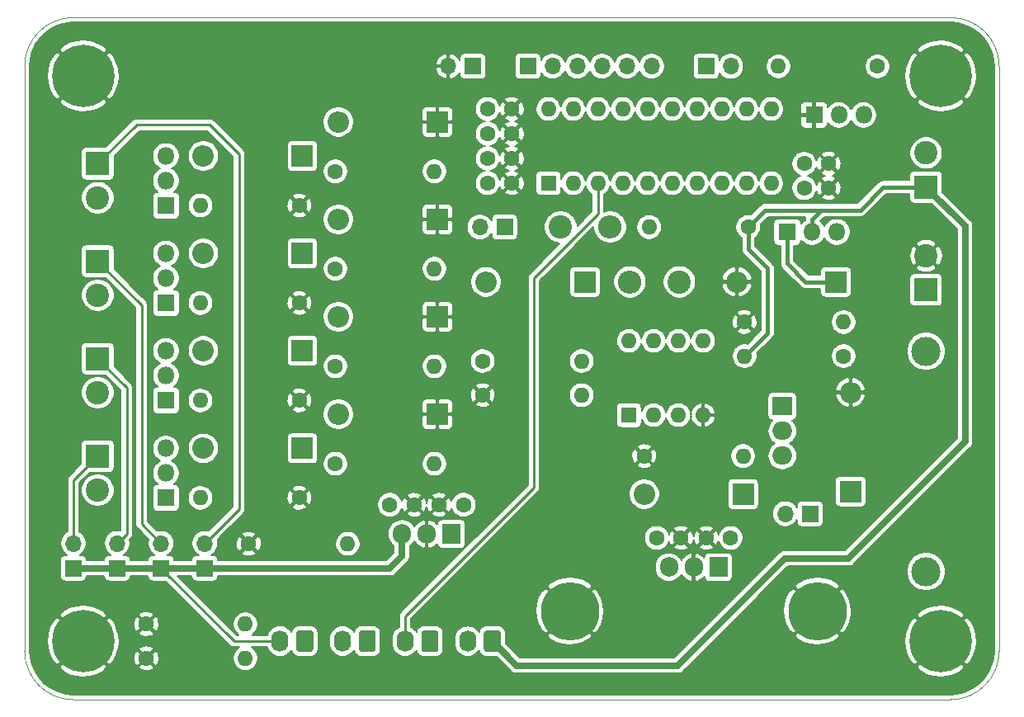
<source format=gbr>
%TF.GenerationSoftware,KiCad,Pcbnew,(5.1.8)-1*%
%TF.CreationDate,2021-01-26T19:22:20+01:00*%
%TF.ProjectId,charger,63686172-6765-4722-9e6b-696361645f70,rev?*%
%TF.SameCoordinates,Original*%
%TF.FileFunction,Copper,L2,Bot*%
%TF.FilePolarity,Positive*%
%FSLAX46Y46*%
G04 Gerber Fmt 4.6, Leading zero omitted, Abs format (unit mm)*
G04 Created by KiCad (PCBNEW (5.1.8)-1) date 2021-01-26 19:22:20*
%MOMM*%
%LPD*%
G01*
G04 APERTURE LIST*
%TA.AperFunction,Profile*%
%ADD10C,0.050000*%
%TD*%
%TA.AperFunction,ComponentPad*%
%ADD11C,2.400000*%
%TD*%
%TA.AperFunction,ComponentPad*%
%ADD12R,2.400000X2.400000*%
%TD*%
%TA.AperFunction,ComponentPad*%
%ADD13C,1.600000*%
%TD*%
%TA.AperFunction,ComponentPad*%
%ADD14O,1.740000X2.190000*%
%TD*%
%TA.AperFunction,ComponentPad*%
%ADD15O,2.200000X2.200000*%
%TD*%
%TA.AperFunction,ComponentPad*%
%ADD16R,2.200000X2.200000*%
%TD*%
%TA.AperFunction,ComponentPad*%
%ADD17C,3.000000*%
%TD*%
%TA.AperFunction,ComponentPad*%
%ADD18C,6.400000*%
%TD*%
%TA.AperFunction,ComponentPad*%
%ADD19C,0.800000*%
%TD*%
%TA.AperFunction,ComponentPad*%
%ADD20C,6.000000*%
%TD*%
%TA.AperFunction,ComponentPad*%
%ADD21O,1.700000X1.700000*%
%TD*%
%TA.AperFunction,ComponentPad*%
%ADD22R,1.700000X1.700000*%
%TD*%
%TA.AperFunction,ComponentPad*%
%ADD23R,2.000000X1.905000*%
%TD*%
%TA.AperFunction,ComponentPad*%
%ADD24O,2.000000X1.905000*%
%TD*%
%TA.AperFunction,ComponentPad*%
%ADD25O,1.800000X1.800000*%
%TD*%
%TA.AperFunction,ComponentPad*%
%ADD26R,1.800000X1.800000*%
%TD*%
%TA.AperFunction,ComponentPad*%
%ADD27O,1.600000X1.600000*%
%TD*%
%TA.AperFunction,ComponentPad*%
%ADD28O,2.400000X2.400000*%
%TD*%
%TA.AperFunction,ComponentPad*%
%ADD29R,1.905000X2.000000*%
%TD*%
%TA.AperFunction,ComponentPad*%
%ADD30O,1.905000X2.000000*%
%TD*%
%TA.AperFunction,ComponentPad*%
%ADD31R,1.600000X1.600000*%
%TD*%
%TA.AperFunction,Conductor*%
%ADD32C,0.250000*%
%TD*%
%TA.AperFunction,Conductor*%
%ADD33C,0.650000*%
%TD*%
%TA.AperFunction,Conductor*%
%ADD34C,0.400000*%
%TD*%
%TA.AperFunction,Conductor*%
%ADD35C,0.200000*%
%TD*%
%TA.AperFunction,Conductor*%
%ADD36C,0.100000*%
%TD*%
G04 APERTURE END LIST*
D10*
X150000000Y-45000000D02*
G75*
G02*
X155000000Y-50000000I0J-5000000D01*
G01*
X155000000Y-110000000D02*
G75*
G02*
X150000000Y-115000000I-5000000J0D01*
G01*
X60000000Y-115000000D02*
G75*
G02*
X55000000Y-110000000I0J5000000D01*
G01*
X55000000Y-50000000D02*
G75*
G02*
X60000000Y-45000000I5000000J0D01*
G01*
X155000000Y-110000000D02*
X155000000Y-50000000D01*
X60000000Y-115000000D02*
X150000000Y-115000000D01*
X60000000Y-45000000D02*
X150000000Y-45000000D01*
X55000000Y-50000000D02*
X55000000Y-110000000D01*
D11*
%TO.P,BT1,2*%
%TO.N,Net-(BT1-Pad2)*%
X147500000Y-58900000D03*
D12*
%TO.P,BT1,1*%
%TO.N,Net-(BT1-Pad1)*%
X147500000Y-62400000D03*
%TD*%
D13*
%TO.P,C1,1*%
%TO.N,VDD*%
X102500000Y-54380000D03*
%TO.P,C1,2*%
%TO.N,GND*%
X105000000Y-54380000D03*
%TD*%
%TO.P,C2,2*%
%TO.N,GND*%
X105000000Y-56920000D03*
%TO.P,C2,1*%
%TO.N,VDD*%
X102500000Y-56920000D03*
%TD*%
%TO.P,C3,1*%
%TO.N,VDD*%
X102500000Y-59460000D03*
%TO.P,C3,2*%
%TO.N,GND*%
X105000000Y-59460000D03*
%TD*%
%TO.P,C4,1*%
%TO.N,VDD*%
X102500000Y-62000000D03*
%TO.P,C4,2*%
%TO.N,GND*%
X105000000Y-62000000D03*
%TD*%
%TO.P,C5,2*%
%TO.N,GND*%
X124940000Y-98400000D03*
%TO.P,C5,1*%
%TO.N,Net-(C5-Pad1)*%
X127440000Y-98400000D03*
%TD*%
%TO.P,C6,1*%
%TO.N,DC*%
X119860000Y-98400000D03*
%TO.P,C6,2*%
%TO.N,GND*%
X122360000Y-98400000D03*
%TD*%
%TO.P,C7,2*%
%TO.N,GND*%
X137500000Y-62500000D03*
%TO.P,C7,1*%
%TO.N,REF*%
X135000000Y-62500000D03*
%TD*%
%TO.P,C8,2*%
%TO.N,GND*%
X137500000Y-60000000D03*
%TO.P,C8,1*%
%TO.N,REF*%
X135000000Y-60000000D03*
%TD*%
%TO.P,C9,1*%
%TO.N,Net-(C9-Pad1)*%
X100050000Y-95000000D03*
%TO.P,C9,2*%
%TO.N,GND*%
X97550000Y-95000000D03*
%TD*%
%TO.P,C10,2*%
%TO.N,GND*%
X94970000Y-95000000D03*
%TO.P,C10,1*%
%TO.N,BAT*%
X92470000Y-95000000D03*
%TD*%
D14*
%TO.P,D1,2*%
%TO.N,STS*%
X87626666Y-108980000D03*
%TO.P,D1,1*%
%TO.N,Net-(D1-Pad1)*%
%TA.AperFunction,ComponentPad*%
G36*
G01*
X91036666Y-108134999D02*
X91036666Y-109825001D01*
G75*
G02*
X90786667Y-110075000I-249999J0D01*
G01*
X89546665Y-110075000D01*
G75*
G02*
X89296666Y-109825001I0J249999D01*
G01*
X89296666Y-108134999D01*
G75*
G02*
X89546665Y-107885000I249999J0D01*
G01*
X90786667Y-107885000D01*
G75*
G02*
X91036666Y-108134999I0J-249999D01*
G01*
G37*
%TD.AperFunction*%
%TD*%
D15*
%TO.P,D2,2*%
%TO.N,DC*%
X118570000Y-93900000D03*
D16*
%TO.P,D2,1*%
%TO.N,Net-(C5-Pad1)*%
X128730000Y-93900000D03*
%TD*%
%TO.P,D3,1*%
%TO.N,Net-(D3-Pad1)*%
%TA.AperFunction,ComponentPad*%
G36*
G01*
X84620000Y-108134999D02*
X84620000Y-109825001D01*
G75*
G02*
X84370001Y-110075000I-249999J0D01*
G01*
X83129999Y-110075000D01*
G75*
G02*
X82880000Y-109825001I0J249999D01*
G01*
X82880000Y-108134999D01*
G75*
G02*
X83129999Y-107885000I249999J0D01*
G01*
X84370001Y-107885000D01*
G75*
G02*
X84620000Y-108134999I0J-249999D01*
G01*
G37*
%TD.AperFunction*%
D14*
%TO.P,D3,2*%
%TO.N,BAT*%
X81210000Y-108980000D03*
%TD*%
D16*
%TO.P,D4,1*%
%TO.N,Net-(C5-Pad1)*%
X139750000Y-93630000D03*
D15*
%TO.P,D4,2*%
%TO.N,GND*%
X139750000Y-83470000D03*
%TD*%
%TO.P,D5,2*%
%TO.N,DC*%
X102340000Y-72125000D03*
D16*
%TO.P,D5,1*%
%TO.N,Net-(D5-Pad1)*%
X112500000Y-72125000D03*
%TD*%
%TO.P,D6,1*%
%TO.N,Net-(D6-Pad1)*%
X138250000Y-72125000D03*
D15*
%TO.P,D6,2*%
%TO.N,GND*%
X128090000Y-72125000D03*
%TD*%
%TO.P,D7,2*%
%TO.N,Net-(D7-Pad2)*%
X73340000Y-59210000D03*
D16*
%TO.P,D7,1*%
%TO.N,Net-(D11-Pad2)*%
X83500000Y-59210000D03*
%TD*%
%TO.P,D8,1*%
%TO.N,Net-(D12-Pad2)*%
X83500000Y-89210000D03*
D15*
%TO.P,D8,2*%
%TO.N,Net-(D8-Pad2)*%
X73340000Y-89210000D03*
%TD*%
D16*
%TO.P,D9,1*%
%TO.N,Net-(D13-Pad2)*%
X83500000Y-79210000D03*
D15*
%TO.P,D9,2*%
%TO.N,Net-(D9-Pad2)*%
X73340000Y-79210000D03*
%TD*%
D16*
%TO.P,D10,1*%
%TO.N,Net-(D10-Pad1)*%
X83500000Y-69210000D03*
D15*
%TO.P,D10,2*%
%TO.N,Net-(D10-Pad2)*%
X73340000Y-69210000D03*
%TD*%
D16*
%TO.P,D11,1*%
%TO.N,GND*%
X97350000Y-55710000D03*
D15*
%TO.P,D11,2*%
%TO.N,Net-(D11-Pad2)*%
X87190000Y-55710000D03*
%TD*%
D16*
%TO.P,D12,1*%
%TO.N,GND*%
X97350000Y-85710000D03*
D15*
%TO.P,D12,2*%
%TO.N,Net-(D12-Pad2)*%
X87190000Y-85710000D03*
%TD*%
%TO.P,D13,2*%
%TO.N,Net-(D13-Pad2)*%
X87190000Y-75710000D03*
D16*
%TO.P,D13,1*%
%TO.N,GND*%
X97350000Y-75710000D03*
%TD*%
D15*
%TO.P,D14,2*%
%TO.N,Net-(D10-Pad1)*%
X87190000Y-65710000D03*
D16*
%TO.P,D14,1*%
%TO.N,GND*%
X97350000Y-65710000D03*
%TD*%
D17*
%TO.P,F1,1*%
%TO.N,Net-(F1-Pad1)*%
X147500000Y-101850000D03*
%TO.P,F1,2*%
%TO.N,+5V*%
X147500000Y-79250000D03*
%TD*%
D18*
%TO.P,H1,1*%
%TO.N,GND*%
X61000000Y-51000000D03*
D19*
X63400000Y-51000000D03*
X62697056Y-52697056D03*
X61000000Y-53400000D03*
X59302944Y-52697056D03*
X58600000Y-51000000D03*
X59302944Y-49302944D03*
X61000000Y-48600000D03*
X62697056Y-49302944D03*
%TD*%
%TO.P,H2,1*%
%TO.N,GND*%
X150697056Y-49302944D03*
X149000000Y-48600000D03*
X147302944Y-49302944D03*
X146600000Y-51000000D03*
X147302944Y-52697056D03*
X149000000Y-53400000D03*
X150697056Y-52697056D03*
X151400000Y-51000000D03*
D18*
X149000000Y-51000000D03*
%TD*%
%TO.P,H3,1*%
%TO.N,GND*%
X149000000Y-109000000D03*
D19*
X151400000Y-109000000D03*
X150697056Y-110697056D03*
X149000000Y-111400000D03*
X147302944Y-110697056D03*
X146600000Y-109000000D03*
X147302944Y-107302944D03*
X149000000Y-106600000D03*
X150697056Y-107302944D03*
%TD*%
%TO.P,H4,1*%
%TO.N,GND*%
X62697056Y-107302944D03*
X61000000Y-106600000D03*
X59302944Y-107302944D03*
X58600000Y-109000000D03*
X59302944Y-110697056D03*
X61000000Y-111400000D03*
X62697056Y-110697056D03*
X63400000Y-109000000D03*
D18*
X61000000Y-109000000D03*
%TD*%
D20*
%TO.P,HS1,1*%
%TO.N,GND*%
X110950000Y-105900000D03*
X136350000Y-105900000D03*
%TD*%
D11*
%TO.P,J1,2*%
%TO.N,GND*%
X147500000Y-69450000D03*
D12*
%TO.P,J1,1*%
%TO.N,+5V*%
X147500000Y-72950000D03*
%TD*%
%TO.P,J3,1*%
%TO.N,Net-(J3-Pad1)*%
X62500000Y-60000000D03*
D11*
%TO.P,J3,2*%
%TO.N,Net-(J3-Pad2)*%
X62500000Y-63500000D03*
%TD*%
D12*
%TO.P,J4,1*%
%TO.N,Net-(J4-Pad1)*%
X62500000Y-90000000D03*
D11*
%TO.P,J4,2*%
%TO.N,Net-(J4-Pad2)*%
X62500000Y-93500000D03*
%TD*%
D12*
%TO.P,J5,1*%
%TO.N,Net-(J5-Pad1)*%
X62500000Y-80000000D03*
D11*
%TO.P,J5,2*%
%TO.N,Net-(J5-Pad2)*%
X62500000Y-83500000D03*
%TD*%
%TO.P,J6,2*%
%TO.N,Net-(J6-Pad2)*%
X62500000Y-73500000D03*
D12*
%TO.P,J6,1*%
%TO.N,Net-(J6-Pad1)*%
X62500000Y-70000000D03*
%TD*%
D21*
%TO.P,JP1,2*%
%TO.N,DC*%
X133050000Y-95916666D03*
D22*
%TO.P,JP1,1*%
%TO.N,Net-(C5-Pad1)*%
X135590000Y-95916666D03*
%TD*%
%TO.P,JP2,1*%
%TO.N,Net-(JP2-Pad1)*%
X104250000Y-66500000D03*
D21*
%TO.P,JP2,2*%
%TO.N,VDD*%
X101710000Y-66500000D03*
%TD*%
%TO.P,JP3,2*%
%TO.N,GND*%
X98460000Y-50000000D03*
D22*
%TO.P,JP3,1*%
%TO.N,VSS*%
X101000000Y-50000000D03*
%TD*%
%TO.P,JP4,1*%
%TO.N,PWM*%
X124910000Y-50008333D03*
D21*
%TO.P,JP4,2*%
%TO.N,Net-(JP4-Pad2)*%
X127450000Y-50008333D03*
%TD*%
D23*
%TO.P,Q1,1*%
%TO.N,Net-(Q1-Pad1)*%
X132750000Y-84893333D03*
D24*
%TO.P,Q1,2*%
%TO.N,Net-(F1-Pad1)*%
X132750000Y-87433333D03*
%TO.P,Q1,3*%
%TO.N,Net-(C5-Pad1)*%
X132750000Y-89973333D03*
%TD*%
D25*
%TO.P,Q2,3*%
%TO.N,Net-(D7-Pad2)*%
X69500000Y-59210000D03*
%TO.P,Q2,2*%
%TO.N,Net-(J3-Pad2)*%
X69500000Y-61750000D03*
D26*
%TO.P,Q2,1*%
%TO.N,Net-(Q2-Pad1)*%
X69500000Y-64290000D03*
%TD*%
%TO.P,Q4,1*%
%TO.N,Net-(Q4-Pad1)*%
X69500000Y-94290000D03*
D25*
%TO.P,Q4,2*%
%TO.N,Net-(J4-Pad2)*%
X69500000Y-91750000D03*
%TO.P,Q4,3*%
%TO.N,Net-(D8-Pad2)*%
X69500000Y-89210000D03*
%TD*%
D26*
%TO.P,Q5,1*%
%TO.N,Net-(Q5-Pad1)*%
X69500000Y-84290000D03*
D25*
%TO.P,Q5,2*%
%TO.N,Net-(J5-Pad2)*%
X69500000Y-81750000D03*
%TO.P,Q5,3*%
%TO.N,Net-(D9-Pad2)*%
X69500000Y-79210000D03*
%TD*%
%TO.P,Q6,3*%
%TO.N,Net-(D10-Pad2)*%
X69500000Y-69210000D03*
%TO.P,Q6,2*%
%TO.N,Net-(J6-Pad2)*%
X69500000Y-71750000D03*
D26*
%TO.P,Q6,1*%
%TO.N,Net-(Q6-Pad1)*%
X69500000Y-74290000D03*
%TD*%
D27*
%TO.P,R1,2*%
%TO.N,Net-(D1-Pad1)*%
X77660000Y-110750000D03*
D13*
%TO.P,R1,1*%
%TO.N,GND*%
X67500000Y-110750000D03*
%TD*%
D11*
%TO.P,R2,1*%
%TO.N,Net-(JP2-Pad1)*%
X110000000Y-66500000D03*
D28*
%TO.P,R2,2*%
%TO.N,DC*%
X115080000Y-66500000D03*
%TD*%
D13*
%TO.P,R3,1*%
%TO.N,GND*%
X67500000Y-107250000D03*
D27*
%TO.P,R3,2*%
%TO.N,Net-(D3-Pad1)*%
X77660000Y-107250000D03*
%TD*%
D13*
%TO.P,R4,1*%
%TO.N,GND*%
X118570000Y-90000000D03*
D27*
%TO.P,R4,2*%
%TO.N,Net-(Q1-Pad1)*%
X128730000Y-90000000D03*
%TD*%
%TO.P,R5,2*%
%TO.N,TEMP*%
X88160000Y-99000000D03*
D13*
%TO.P,R5,1*%
%TO.N,GND*%
X78000000Y-99000000D03*
%TD*%
D11*
%TO.P,R6,1*%
%TO.N,Net-(D6-Pad1)*%
X122185000Y-72125000D03*
D28*
%TO.P,R6,2*%
%TO.N,Net-(D5-Pad1)*%
X117105000Y-72125000D03*
%TD*%
D27*
%TO.P,R7,2*%
%TO.N,Net-(BT1-Pad1)*%
X128870000Y-79750000D03*
D13*
%TO.P,R7,1*%
%TO.N,REF*%
X139030000Y-79750000D03*
%TD*%
%TO.P,R8,1*%
%TO.N,GND*%
X128870000Y-76250000D03*
D27*
%TO.P,R8,2*%
%TO.N,REF*%
X139030000Y-76250000D03*
%TD*%
%TO.P,R9,2*%
%TO.N,Net-(J3-Pad1)*%
X97050000Y-60790000D03*
D13*
%TO.P,R9,1*%
%TO.N,Net-(D7-Pad2)*%
X86890000Y-60790000D03*
%TD*%
D27*
%TO.P,R10,2*%
%TO.N,Net-(J4-Pad1)*%
X97050000Y-90790000D03*
D13*
%TO.P,R10,1*%
%TO.N,Net-(D8-Pad2)*%
X86890000Y-90790000D03*
%TD*%
%TO.P,R11,1*%
%TO.N,Net-(D9-Pad2)*%
X86890000Y-80790000D03*
D27*
%TO.P,R11,2*%
%TO.N,Net-(J5-Pad1)*%
X97050000Y-80790000D03*
%TD*%
D13*
%TO.P,R12,1*%
%TO.N,Net-(D10-Pad2)*%
X86890000Y-70790000D03*
D27*
%TO.P,R12,2*%
%TO.N,Net-(J6-Pad1)*%
X97050000Y-70790000D03*
%TD*%
%TO.P,R13,2*%
%TO.N,Net-(JP4-Pad2)*%
X132340000Y-50016666D03*
D13*
%TO.P,R13,1*%
%TO.N,Net-(Q7-Pad3)*%
X142500000Y-50016666D03*
%TD*%
%TO.P,R14,1*%
%TO.N,GND*%
X83200000Y-64290000D03*
D27*
%TO.P,R14,2*%
%TO.N,Net-(Q2-Pad1)*%
X73040000Y-64290000D03*
%TD*%
D13*
%TO.P,R15,1*%
%TO.N,GND*%
X83200000Y-94290000D03*
D27*
%TO.P,R15,2*%
%TO.N,Net-(Q4-Pad1)*%
X73040000Y-94290000D03*
%TD*%
%TO.P,R16,2*%
%TO.N,Net-(Q5-Pad1)*%
X73040000Y-84290000D03*
D13*
%TO.P,R16,1*%
%TO.N,GND*%
X83200000Y-84290000D03*
%TD*%
%TO.P,R17,1*%
%TO.N,GND*%
X83200000Y-74290000D03*
D27*
%TO.P,R17,2*%
%TO.N,Net-(Q6-Pad1)*%
X73040000Y-74290000D03*
%TD*%
%TO.P,TH1,1*%
%TO.N,VDD*%
%TA.AperFunction,ComponentPad*%
G36*
G01*
X97453332Y-108154999D02*
X97453332Y-109845001D01*
G75*
G02*
X97203333Y-110095000I-249999J0D01*
G01*
X95963331Y-110095000D01*
G75*
G02*
X95713332Y-109845001I0J249999D01*
G01*
X95713332Y-108154999D01*
G75*
G02*
X95963331Y-107905000I249999J0D01*
G01*
X97203333Y-107905000D01*
G75*
G02*
X97453332Y-108154999I0J-249999D01*
G01*
G37*
%TD.AperFunction*%
D14*
%TO.P,TH1,2*%
%TO.N,TEMP*%
X94043332Y-109000000D03*
%TD*%
D29*
%TO.P,U1,1*%
%TO.N,Net-(C5-Pad1)*%
X126190000Y-101400000D03*
D30*
%TO.P,U1,2*%
%TO.N,GND*%
X123650000Y-101400000D03*
%TO.P,U1,3*%
%TO.N,DC*%
X121110000Y-101400000D03*
%TD*%
D31*
%TO.P,U2,1*%
%TO.N,VDD*%
X108750000Y-62000000D03*
D27*
%TO.P,U2,11*%
%TO.N,Net-(U2-Pad11)*%
X131610000Y-54380000D03*
%TO.P,U2,2*%
%TO.N,PROBE*%
X111290000Y-62000000D03*
%TO.P,U2,12*%
%TO.N,Net-(U2-Pad12)*%
X129070000Y-54380000D03*
%TO.P,U2,3*%
%TO.N,TEMP*%
X113830000Y-62000000D03*
%TO.P,U2,13*%
%TO.N,PWM*%
X126530000Y-54380000D03*
%TO.P,U2,4*%
%TO.N,VPP*%
X116370000Y-62000000D03*
%TO.P,U2,14*%
%TO.N,Net-(U2-Pad14)*%
X123990000Y-54380000D03*
%TO.P,U2,5*%
%TO.N,Net-(U2-Pad5)*%
X118910000Y-62000000D03*
%TO.P,U2,15*%
%TO.N,Net-(U2-Pad15)*%
X121450000Y-54380000D03*
%TO.P,U2,6*%
%TO.N,Net-(U2-Pad6)*%
X121450000Y-62000000D03*
%TO.P,U2,16*%
%TO.N,STS*%
X118910000Y-54380000D03*
%TO.P,U2,7*%
%TO.N,Net-(U2-Pad7)*%
X123990000Y-62000000D03*
%TO.P,U2,17*%
%TO.N,REF*%
X116370000Y-54380000D03*
%TO.P,U2,8*%
%TO.N,Net-(U2-Pad8)*%
X126530000Y-62000000D03*
%TO.P,U2,18*%
%TO.N,CLK*%
X113830000Y-54380000D03*
%TO.P,U2,9*%
%TO.N,Net-(U2-Pad9)*%
X129070000Y-62000000D03*
%TO.P,U2,19*%
%TO.N,DAT*%
X111290000Y-54380000D03*
%TO.P,U2,10*%
%TO.N,Net-(U2-Pad10)*%
X131610000Y-62000000D03*
%TO.P,U2,20*%
%TO.N,VSS*%
X108750000Y-54380000D03*
%TD*%
D30*
%TO.P,U3,3*%
%TO.N,BAT*%
X93720000Y-98000000D03*
%TO.P,U3,2*%
%TO.N,GND*%
X96260000Y-98000000D03*
D29*
%TO.P,U3,1*%
%TO.N,Net-(C9-Pad1)*%
X98800000Y-98000000D03*
%TD*%
D21*
%TO.P,JP5,2*%
%TO.N,Net-(J4-Pad1)*%
X60000000Y-98960000D03*
D22*
%TO.P,JP5,1*%
%TO.N,BAT*%
X60000000Y-101500000D03*
%TD*%
%TO.P,JP6,1*%
%TO.N,BAT*%
X64500000Y-101500000D03*
D21*
%TO.P,JP6,2*%
%TO.N,Net-(J5-Pad1)*%
X64500000Y-98960000D03*
%TD*%
D22*
%TO.P,JP7,1*%
%TO.N,BAT*%
X69000000Y-101500000D03*
D21*
%TO.P,JP7,2*%
%TO.N,Net-(J6-Pad1)*%
X69000000Y-98960000D03*
%TD*%
%TO.P,JP8,2*%
%TO.N,Net-(J3-Pad1)*%
X73500000Y-98960000D03*
D22*
%TO.P,JP8,1*%
%TO.N,BAT*%
X73500000Y-101500000D03*
%TD*%
D25*
%TO.P,Q3,3*%
%TO.N,Net-(Q3-Pad3)*%
X138330000Y-67000000D03*
%TO.P,Q3,2*%
%TO.N,Net-(BT1-Pad1)*%
X135790000Y-67000000D03*
D26*
%TO.P,Q3,1*%
%TO.N,Net-(D6-Pad1)*%
X133250000Y-67000000D03*
%TD*%
%TO.P,Q7,1*%
%TO.N,GND*%
X136000000Y-55000000D03*
D25*
%TO.P,Q7,2*%
%TO.N,Net-(BT1-Pad2)*%
X138540000Y-55000000D03*
%TO.P,Q7,3*%
%TO.N,Net-(Q7-Pad3)*%
X141080000Y-55000000D03*
%TD*%
D13*
%TO.P,R18,1*%
%TO.N,Net-(R18-Pad1)*%
X102000000Y-80250000D03*
D27*
%TO.P,R18,2*%
%TO.N,Net-(D6-Pad1)*%
X112160000Y-80250000D03*
%TD*%
%TO.P,R19,2*%
%TO.N,Net-(R18-Pad1)*%
X112160000Y-83750000D03*
D13*
%TO.P,R19,1*%
%TO.N,GND*%
X102000000Y-83750000D03*
%TD*%
D31*
%TO.P,U4,1*%
%TO.N,Net-(U4-Pad1)*%
X117000000Y-85800000D03*
D27*
%TO.P,U4,5*%
%TO.N,Net-(U4-Pad5)*%
X124620000Y-78180000D03*
%TO.P,U4,2*%
%TO.N,REF*%
X119540000Y-85800000D03*
%TO.P,U4,6*%
%TO.N,Net-(Q3-Pad3)*%
X122080000Y-78180000D03*
%TO.P,U4,3*%
%TO.N,Net-(R18-Pad1)*%
X122080000Y-85800000D03*
%TO.P,U4,7*%
%TO.N,DC*%
X119540000Y-78180000D03*
%TO.P,U4,4*%
%TO.N,GND*%
X124620000Y-85800000D03*
%TO.P,U4,8*%
%TO.N,Net-(U4-Pad8)*%
X117000000Y-78180000D03*
%TD*%
%TO.P,SW1,1*%
%TO.N,Net-(BT1-Pad1)*%
%TA.AperFunction,ComponentPad*%
G36*
G01*
X103870000Y-108154999D02*
X103870000Y-109845001D01*
G75*
G02*
X103620001Y-110095000I-249999J0D01*
G01*
X102379999Y-110095000D01*
G75*
G02*
X102130000Y-109845001I0J249999D01*
G01*
X102130000Y-108154999D01*
G75*
G02*
X102379999Y-107905000I249999J0D01*
G01*
X103620001Y-107905000D01*
G75*
G02*
X103870000Y-108154999I0J-249999D01*
G01*
G37*
%TD.AperFunction*%
D14*
%TO.P,SW1,2*%
%TO.N,Net-(C9-Pad1)*%
X100460000Y-109000000D03*
%TD*%
D22*
%TO.P,J2,1*%
%TO.N,VPP*%
X106630000Y-49999999D03*
D21*
%TO.P,J2,2*%
%TO.N,VDD*%
X109170000Y-49999999D03*
%TO.P,J2,3*%
%TO.N,VSS*%
X111710000Y-49999999D03*
%TO.P,J2,4*%
%TO.N,DAT*%
X114250000Y-49999999D03*
%TO.P,J2,5*%
%TO.N,CLK*%
X116790000Y-49999999D03*
%TO.P,J2,6*%
%TO.N,Net-(J2-Pad6)*%
X119330000Y-49999999D03*
%TD*%
D13*
%TO.P,R20,1*%
%TO.N,Net-(BT1-Pad1)*%
X129250000Y-66500000D03*
D27*
%TO.P,R20,2*%
%TO.N,PROBE*%
X119090000Y-66500000D03*
%TD*%
D32*
%TO.N,BAT*%
X76480000Y-108980000D02*
X81210000Y-108980000D01*
X69000000Y-101500000D02*
X76480000Y-108980000D01*
D33*
X87621002Y-101500000D02*
X92460000Y-101500000D01*
X60000000Y-101500000D02*
X87621002Y-101500000D01*
X93720000Y-100240000D02*
X92460000Y-101500000D01*
X93720000Y-98000000D02*
X93720000Y-100240000D01*
D32*
%TO.N,TEMP*%
X113830000Y-65170000D02*
X113830000Y-62000000D01*
X107250000Y-93224166D02*
X107250000Y-71750000D01*
X107250000Y-71750000D02*
X113830000Y-65170000D01*
X94043332Y-106430834D02*
X107250000Y-93224166D01*
X94043332Y-109000000D02*
X94043332Y-106430834D01*
%TO.N,Net-(D6-Pad1)*%
X133250000Y-67000000D02*
X133250000Y-67125000D01*
D34*
X133250000Y-67000000D02*
X133250000Y-70250000D01*
X135125000Y-72125000D02*
X138250000Y-72125000D01*
X133250000Y-70250000D02*
X135125000Y-72125000D01*
D32*
%TO.N,Net-(J3-Pad1)*%
X66500000Y-56000000D02*
X62500000Y-60000000D01*
X74000000Y-56000000D02*
X66500000Y-56000000D01*
X77000000Y-59000000D02*
X74000000Y-56000000D01*
X77000000Y-95460000D02*
X77000000Y-59000000D01*
X73500000Y-98960000D02*
X77000000Y-95460000D01*
%TO.N,Net-(J4-Pad1)*%
X60000000Y-92500000D02*
X62500000Y-90000000D01*
X60000000Y-98960000D02*
X60000000Y-92500000D01*
%TO.N,Net-(J5-Pad1)*%
X65500000Y-83000000D02*
X62500000Y-80000000D01*
X65500000Y-97960000D02*
X65500000Y-83000000D01*
X64500000Y-98960000D02*
X65500000Y-97960000D01*
%TO.N,Net-(J6-Pad1)*%
X67000000Y-96960000D02*
X67000000Y-74500000D01*
X67000000Y-74500000D02*
X62500000Y-70000000D01*
X69000000Y-98960000D02*
X67000000Y-96960000D01*
D33*
%TO.N,Net-(BT1-Pad1)*%
X151500000Y-66400000D02*
X147500000Y-62400000D01*
X139500000Y-100500000D02*
X151500000Y-88500000D01*
X122000000Y-111500000D02*
X133000000Y-100500000D01*
X151500000Y-88500000D02*
X151500000Y-66400000D01*
X105500000Y-111500000D02*
X122000000Y-111500000D01*
X133000000Y-100500000D02*
X139500000Y-100500000D01*
X103000000Y-109000000D02*
X105500000Y-111500000D01*
D34*
X143100000Y-62400000D02*
X147500000Y-62400000D01*
X140750000Y-64750000D02*
X143100000Y-62400000D01*
X131000000Y-64750000D02*
X129250000Y-66500000D01*
X136750000Y-64750000D02*
X131000000Y-64750000D01*
X136750000Y-64750000D02*
X140750000Y-64750000D01*
X135790000Y-67000000D02*
X135790000Y-65710000D01*
X135790000Y-65710000D02*
X136750000Y-64750000D01*
X131250000Y-77370000D02*
X128870000Y-79750000D01*
X131250000Y-70750000D02*
X131250000Y-77370000D01*
X129250000Y-68750000D02*
X131250000Y-70750000D01*
X129250000Y-66500000D02*
X129250000Y-68750000D01*
%TD*%
D35*
%TO.N,GND*%
X150792086Y-45597779D02*
X151559137Y-45807621D01*
X152276898Y-46149976D01*
X152922696Y-46614028D01*
X153476104Y-47185101D01*
X153919643Y-47845158D01*
X154239287Y-48573325D01*
X154425899Y-49350622D01*
X154475001Y-50019263D01*
X154475000Y-109976614D01*
X154402221Y-110792086D01*
X154192380Y-111559136D01*
X153850026Y-112276896D01*
X153385972Y-112922696D01*
X152814899Y-113476104D01*
X152154842Y-113919643D01*
X151426675Y-114239287D01*
X150649378Y-114425899D01*
X149980751Y-114475000D01*
X60023385Y-114475000D01*
X59207914Y-114402221D01*
X58440864Y-114192380D01*
X57723104Y-113850026D01*
X57077304Y-113385972D01*
X56523896Y-112814899D01*
X56080357Y-112154842D01*
X55841316Y-111610292D01*
X58531129Y-111610292D01*
X58896364Y-112065538D01*
X59534842Y-112417033D01*
X60229624Y-112637214D01*
X60954012Y-112717619D01*
X61680167Y-112655157D01*
X62380183Y-112452231D01*
X63027161Y-112116637D01*
X63103636Y-112065538D01*
X63434598Y-111653011D01*
X66738411Y-111653011D01*
X66815337Y-111862488D01*
X67045528Y-111974683D01*
X67293185Y-112039814D01*
X67548789Y-112055379D01*
X67802518Y-112020778D01*
X68044621Y-111937342D01*
X68184663Y-111862488D01*
X68261589Y-111653011D01*
X67500000Y-110891421D01*
X66738411Y-111653011D01*
X63434598Y-111653011D01*
X63468871Y-111610292D01*
X61000000Y-109141421D01*
X58531129Y-111610292D01*
X55841316Y-111610292D01*
X55760713Y-111426675D01*
X55574101Y-110649378D01*
X55525000Y-109980751D01*
X55525000Y-108954012D01*
X57282381Y-108954012D01*
X57344843Y-109680167D01*
X57547769Y-110380183D01*
X57883363Y-111027161D01*
X57934462Y-111103636D01*
X58389708Y-111468871D01*
X60858579Y-109000000D01*
X61141421Y-109000000D01*
X63610292Y-111468871D01*
X64065538Y-111103636D01*
X64233362Y-110798789D01*
X66194621Y-110798789D01*
X66229222Y-111052518D01*
X66312658Y-111294621D01*
X66387512Y-111434663D01*
X66596989Y-111511589D01*
X67358579Y-110750000D01*
X67641421Y-110750000D01*
X68403011Y-111511589D01*
X68612488Y-111434663D01*
X68724683Y-111204472D01*
X68789814Y-110956815D01*
X68805379Y-110701211D01*
X68770778Y-110447482D01*
X68687342Y-110205379D01*
X68612488Y-110065337D01*
X68403011Y-109988411D01*
X67641421Y-110750000D01*
X67358579Y-110750000D01*
X66596989Y-109988411D01*
X66387512Y-110065337D01*
X66275317Y-110295528D01*
X66210186Y-110543185D01*
X66194621Y-110798789D01*
X64233362Y-110798789D01*
X64417033Y-110465158D01*
X64612934Y-109846989D01*
X66738411Y-109846989D01*
X67500000Y-110608579D01*
X68261589Y-109846989D01*
X68184663Y-109637512D01*
X67954472Y-109525317D01*
X67706815Y-109460186D01*
X67451211Y-109444621D01*
X67197482Y-109479222D01*
X66955379Y-109562658D01*
X66815337Y-109637512D01*
X66738411Y-109846989D01*
X64612934Y-109846989D01*
X64637214Y-109770376D01*
X64717619Y-109045988D01*
X64655157Y-108319833D01*
X64606798Y-108153011D01*
X66738411Y-108153011D01*
X66815337Y-108362488D01*
X67045528Y-108474683D01*
X67293185Y-108539814D01*
X67548789Y-108555379D01*
X67802518Y-108520778D01*
X68044621Y-108437342D01*
X68184663Y-108362488D01*
X68261589Y-108153011D01*
X67500000Y-107391421D01*
X66738411Y-108153011D01*
X64606798Y-108153011D01*
X64452231Y-107619817D01*
X64285711Y-107298789D01*
X66194621Y-107298789D01*
X66229222Y-107552518D01*
X66312658Y-107794621D01*
X66387512Y-107934663D01*
X66596989Y-108011589D01*
X67358579Y-107250000D01*
X67641421Y-107250000D01*
X68403011Y-108011589D01*
X68612488Y-107934663D01*
X68724683Y-107704472D01*
X68789814Y-107456815D01*
X68805379Y-107201211D01*
X68770778Y-106947482D01*
X68687342Y-106705379D01*
X68612488Y-106565337D01*
X68403011Y-106488411D01*
X67641421Y-107250000D01*
X67358579Y-107250000D01*
X66596989Y-106488411D01*
X66387512Y-106565337D01*
X66275317Y-106795528D01*
X66210186Y-107043185D01*
X66194621Y-107298789D01*
X64285711Y-107298789D01*
X64116637Y-106972839D01*
X64065538Y-106896364D01*
X63610292Y-106531129D01*
X61141421Y-109000000D01*
X60858579Y-109000000D01*
X58389708Y-106531129D01*
X57934462Y-106896364D01*
X57582967Y-107534842D01*
X57362786Y-108229624D01*
X57282381Y-108954012D01*
X55525000Y-108954012D01*
X55525000Y-106389708D01*
X58531129Y-106389708D01*
X61000000Y-108858579D01*
X63468871Y-106389708D01*
X63434599Y-106346989D01*
X66738411Y-106346989D01*
X67500000Y-107108579D01*
X68261589Y-106346989D01*
X68184663Y-106137512D01*
X67954472Y-106025317D01*
X67706815Y-105960186D01*
X67451211Y-105944621D01*
X67197482Y-105979222D01*
X66955379Y-106062658D01*
X66815337Y-106137512D01*
X66738411Y-106346989D01*
X63434599Y-106346989D01*
X63103636Y-105934462D01*
X62465158Y-105582967D01*
X61770376Y-105362786D01*
X61045988Y-105282381D01*
X60319833Y-105344843D01*
X59619817Y-105547769D01*
X58972839Y-105883363D01*
X58896364Y-105934462D01*
X58531129Y-106389708D01*
X55525000Y-106389708D01*
X55525000Y-100650000D01*
X58647581Y-100650000D01*
X58647581Y-102350000D01*
X58657235Y-102448017D01*
X58685825Y-102542267D01*
X58732254Y-102629129D01*
X58794736Y-102705264D01*
X58870871Y-102767746D01*
X58957733Y-102814175D01*
X59051983Y-102842765D01*
X59150000Y-102852419D01*
X60850000Y-102852419D01*
X60948017Y-102842765D01*
X61042267Y-102814175D01*
X61129129Y-102767746D01*
X61205264Y-102705264D01*
X61267746Y-102629129D01*
X61314175Y-102542267D01*
X61342765Y-102448017D01*
X61352419Y-102350000D01*
X61352419Y-102325000D01*
X63147581Y-102325000D01*
X63147581Y-102350000D01*
X63157235Y-102448017D01*
X63185825Y-102542267D01*
X63232254Y-102629129D01*
X63294736Y-102705264D01*
X63370871Y-102767746D01*
X63457733Y-102814175D01*
X63551983Y-102842765D01*
X63650000Y-102852419D01*
X65350000Y-102852419D01*
X65448017Y-102842765D01*
X65542267Y-102814175D01*
X65629129Y-102767746D01*
X65705264Y-102705264D01*
X65767746Y-102629129D01*
X65814175Y-102542267D01*
X65842765Y-102448017D01*
X65852419Y-102350000D01*
X65852419Y-102325000D01*
X67647581Y-102325000D01*
X67647581Y-102350000D01*
X67657235Y-102448017D01*
X67685825Y-102542267D01*
X67732254Y-102629129D01*
X67794736Y-102705264D01*
X67870871Y-102767746D01*
X67957733Y-102814175D01*
X68051983Y-102842765D01*
X68150000Y-102852419D01*
X69468537Y-102852419D01*
X76016351Y-109400235D01*
X76035920Y-109424080D01*
X76059765Y-109443649D01*
X76059768Y-109443652D01*
X76131087Y-109502182D01*
X76131089Y-109502183D01*
X76239666Y-109560219D01*
X76357479Y-109595957D01*
X76449296Y-109605000D01*
X76449305Y-109605000D01*
X76479999Y-109608023D01*
X76510693Y-109605000D01*
X77033675Y-109605000D01*
X76831298Y-109740224D01*
X76650224Y-109921298D01*
X76507955Y-110134219D01*
X76409958Y-110370804D01*
X76360000Y-110621961D01*
X76360000Y-110878039D01*
X76409958Y-111129196D01*
X76507955Y-111365781D01*
X76650224Y-111578702D01*
X76831298Y-111759776D01*
X77044219Y-111902045D01*
X77280804Y-112000042D01*
X77531961Y-112050000D01*
X77788039Y-112050000D01*
X78039196Y-112000042D01*
X78275781Y-111902045D01*
X78488702Y-111759776D01*
X78669776Y-111578702D01*
X78812045Y-111365781D01*
X78910042Y-111129196D01*
X78960000Y-110878039D01*
X78960000Y-110621961D01*
X78910042Y-110370804D01*
X78812045Y-110134219D01*
X78669776Y-109921298D01*
X78488702Y-109740224D01*
X78286325Y-109605000D01*
X79899694Y-109605000D01*
X79938162Y-109731812D01*
X80065376Y-109969813D01*
X80236577Y-110178422D01*
X80445186Y-110349624D01*
X80683187Y-110476838D01*
X80941433Y-110555176D01*
X81210000Y-110581628D01*
X81478566Y-110555176D01*
X81736812Y-110476838D01*
X81974813Y-110349624D01*
X82183422Y-110178423D01*
X82354624Y-109969814D01*
X82386053Y-109911015D01*
X82392039Y-109971790D01*
X82434855Y-110112939D01*
X82504386Y-110243022D01*
X82597959Y-110357041D01*
X82711978Y-110450614D01*
X82842061Y-110520145D01*
X82983210Y-110562961D01*
X83129999Y-110577419D01*
X84370001Y-110577419D01*
X84516790Y-110562961D01*
X84657939Y-110520145D01*
X84788022Y-110450614D01*
X84902041Y-110357041D01*
X84995614Y-110243022D01*
X85065145Y-110112939D01*
X85107961Y-109971790D01*
X85122419Y-109825001D01*
X85122419Y-108687706D01*
X86256666Y-108687706D01*
X86256666Y-109272293D01*
X86276490Y-109473566D01*
X86354828Y-109731812D01*
X86482042Y-109969813D01*
X86653243Y-110178422D01*
X86861852Y-110349624D01*
X87099853Y-110476838D01*
X87358099Y-110555176D01*
X87626666Y-110581628D01*
X87895232Y-110555176D01*
X88153478Y-110476838D01*
X88391479Y-110349624D01*
X88600088Y-110178423D01*
X88771290Y-109969814D01*
X88802719Y-109911015D01*
X88808705Y-109971790D01*
X88851521Y-110112939D01*
X88921052Y-110243022D01*
X89014625Y-110357041D01*
X89128644Y-110450614D01*
X89258727Y-110520145D01*
X89399876Y-110562961D01*
X89546665Y-110577419D01*
X90786667Y-110577419D01*
X90933456Y-110562961D01*
X91074605Y-110520145D01*
X91204688Y-110450614D01*
X91318707Y-110357041D01*
X91412280Y-110243022D01*
X91481811Y-110112939D01*
X91524627Y-109971790D01*
X91539085Y-109825001D01*
X91539085Y-108707706D01*
X92673332Y-108707706D01*
X92673332Y-109292293D01*
X92693156Y-109493566D01*
X92771494Y-109751812D01*
X92898708Y-109989813D01*
X93069909Y-110198422D01*
X93278518Y-110369624D01*
X93516519Y-110496838D01*
X93774765Y-110575176D01*
X94043332Y-110601628D01*
X94311898Y-110575176D01*
X94570144Y-110496838D01*
X94808145Y-110369624D01*
X95016754Y-110198423D01*
X95187956Y-109989814D01*
X95219385Y-109931015D01*
X95225371Y-109991790D01*
X95268187Y-110132939D01*
X95337718Y-110263022D01*
X95431291Y-110377041D01*
X95545310Y-110470614D01*
X95675393Y-110540145D01*
X95816542Y-110582961D01*
X95963331Y-110597419D01*
X97203333Y-110597419D01*
X97350122Y-110582961D01*
X97491271Y-110540145D01*
X97621354Y-110470614D01*
X97735373Y-110377041D01*
X97828946Y-110263022D01*
X97898477Y-110132939D01*
X97941293Y-109991790D01*
X97955751Y-109845001D01*
X97955751Y-108707706D01*
X99090000Y-108707706D01*
X99090000Y-109292293D01*
X99109824Y-109493566D01*
X99188162Y-109751812D01*
X99315376Y-109989813D01*
X99486577Y-110198422D01*
X99695186Y-110369624D01*
X99933187Y-110496838D01*
X100191433Y-110575176D01*
X100460000Y-110601628D01*
X100728566Y-110575176D01*
X100986812Y-110496838D01*
X101224813Y-110369624D01*
X101433422Y-110198423D01*
X101604624Y-109989814D01*
X101636053Y-109931015D01*
X101642039Y-109991790D01*
X101684855Y-110132939D01*
X101754386Y-110263022D01*
X101847959Y-110377041D01*
X101961978Y-110470614D01*
X102092061Y-110540145D01*
X102233210Y-110582961D01*
X102379999Y-110597419D01*
X103430694Y-110597419D01*
X104887984Y-112054710D01*
X104913815Y-112086185D01*
X105039437Y-112189281D01*
X105182759Y-112265888D01*
X105338272Y-112313062D01*
X105459479Y-112325000D01*
X105459487Y-112325000D01*
X105500000Y-112328990D01*
X105540513Y-112325000D01*
X121959487Y-112325000D01*
X122000000Y-112328990D01*
X122040513Y-112325000D01*
X122040521Y-112325000D01*
X122161728Y-112313062D01*
X122317241Y-112265888D01*
X122460563Y-112189281D01*
X122586185Y-112086185D01*
X122612021Y-112054704D01*
X123056433Y-111610292D01*
X146531129Y-111610292D01*
X146896364Y-112065538D01*
X147534842Y-112417033D01*
X148229624Y-112637214D01*
X148954012Y-112717619D01*
X149680167Y-112655157D01*
X150380183Y-112452231D01*
X151027161Y-112116637D01*
X151103636Y-112065538D01*
X151468871Y-111610292D01*
X149000000Y-109141421D01*
X146531129Y-111610292D01*
X123056433Y-111610292D01*
X126298596Y-108368129D01*
X134023293Y-108368129D01*
X134364535Y-108802888D01*
X134969011Y-109134455D01*
X135626556Y-109341723D01*
X136311904Y-109416729D01*
X136998715Y-109356588D01*
X137660598Y-109163612D01*
X138063162Y-108954012D01*
X145282381Y-108954012D01*
X145344843Y-109680167D01*
X145547769Y-110380183D01*
X145883363Y-111027161D01*
X145934462Y-111103636D01*
X146389708Y-111468871D01*
X148858579Y-109000000D01*
X149141421Y-109000000D01*
X151610292Y-111468871D01*
X152065538Y-111103636D01*
X152417033Y-110465158D01*
X152637214Y-109770376D01*
X152717619Y-109045988D01*
X152655157Y-108319833D01*
X152452231Y-107619817D01*
X152116637Y-106972839D01*
X152065538Y-106896364D01*
X151610292Y-106531129D01*
X149141421Y-109000000D01*
X148858579Y-109000000D01*
X146389708Y-106531129D01*
X145934462Y-106896364D01*
X145582967Y-107534842D01*
X145362786Y-108229624D01*
X145282381Y-108954012D01*
X138063162Y-108954012D01*
X138272114Y-108845219D01*
X138335465Y-108802888D01*
X138676707Y-108368129D01*
X136350000Y-106041421D01*
X134023293Y-108368129D01*
X126298596Y-108368129D01*
X128804821Y-105861904D01*
X132833271Y-105861904D01*
X132893412Y-106548715D01*
X133086388Y-107210598D01*
X133404781Y-107822114D01*
X133447112Y-107885465D01*
X133881871Y-108226707D01*
X136208579Y-105900000D01*
X136491421Y-105900000D01*
X138818129Y-108226707D01*
X139252888Y-107885465D01*
X139584455Y-107280989D01*
X139791723Y-106623444D01*
X139817303Y-106389708D01*
X146531129Y-106389708D01*
X149000000Y-108858579D01*
X151468871Y-106389708D01*
X151103636Y-105934462D01*
X150465158Y-105582967D01*
X149770376Y-105362786D01*
X149045988Y-105282381D01*
X148319833Y-105344843D01*
X147619817Y-105547769D01*
X146972839Y-105883363D01*
X146896364Y-105934462D01*
X146531129Y-106389708D01*
X139817303Y-106389708D01*
X139866729Y-105938096D01*
X139806588Y-105251285D01*
X139613612Y-104589402D01*
X139295219Y-103977886D01*
X139252888Y-103914535D01*
X138818129Y-103573293D01*
X136491421Y-105900000D01*
X136208579Y-105900000D01*
X133881871Y-103573293D01*
X133447112Y-103914535D01*
X133115545Y-104519011D01*
X132908277Y-105176556D01*
X132833271Y-105861904D01*
X128804821Y-105861904D01*
X131234854Y-103431871D01*
X134023293Y-103431871D01*
X136350000Y-105758579D01*
X138676707Y-103431871D01*
X138335465Y-102997112D01*
X137730989Y-102665545D01*
X137073444Y-102458277D01*
X136388096Y-102383271D01*
X135701285Y-102443412D01*
X135039402Y-102636388D01*
X134427886Y-102954781D01*
X134364535Y-102997112D01*
X134023293Y-103431871D01*
X131234854Y-103431871D01*
X133013708Y-101653017D01*
X145500000Y-101653017D01*
X145500000Y-102046983D01*
X145576859Y-102433378D01*
X145727623Y-102797355D01*
X145946499Y-103124926D01*
X146225074Y-103403501D01*
X146552645Y-103622377D01*
X146916622Y-103773141D01*
X147303017Y-103850000D01*
X147696983Y-103850000D01*
X148083378Y-103773141D01*
X148447355Y-103622377D01*
X148774926Y-103403501D01*
X149053501Y-103124926D01*
X149272377Y-102797355D01*
X149423141Y-102433378D01*
X149500000Y-102046983D01*
X149500000Y-101653017D01*
X149423141Y-101266622D01*
X149272377Y-100902645D01*
X149053501Y-100575074D01*
X148774926Y-100296499D01*
X148447355Y-100077623D01*
X148083378Y-99926859D01*
X147696983Y-99850000D01*
X147303017Y-99850000D01*
X146916622Y-99926859D01*
X146552645Y-100077623D01*
X146225074Y-100296499D01*
X145946499Y-100575074D01*
X145727623Y-100902645D01*
X145576859Y-101266622D01*
X145500000Y-101653017D01*
X133013708Y-101653017D01*
X133341726Y-101325000D01*
X139459487Y-101325000D01*
X139500000Y-101328990D01*
X139540513Y-101325000D01*
X139540521Y-101325000D01*
X139661728Y-101313062D01*
X139817241Y-101265888D01*
X139960563Y-101189281D01*
X140086185Y-101086185D01*
X140112021Y-101054704D01*
X152054711Y-89112015D01*
X152086185Y-89086185D01*
X152189281Y-88960563D01*
X152249471Y-88847955D01*
X152265888Y-88817242D01*
X152313062Y-88661728D01*
X152318380Y-88607733D01*
X152325000Y-88540521D01*
X152325000Y-88540513D01*
X152328990Y-88500000D01*
X152325000Y-88459487D01*
X152325000Y-66440512D01*
X152328990Y-66399999D01*
X152325000Y-66359486D01*
X152325000Y-66359479D01*
X152313062Y-66238272D01*
X152310804Y-66230826D01*
X152294385Y-66176703D01*
X152265888Y-66082759D01*
X152189281Y-65939437D01*
X152086185Y-65813815D01*
X152054710Y-65787984D01*
X149202419Y-62935694D01*
X149202419Y-61200000D01*
X149192765Y-61101983D01*
X149164175Y-61007733D01*
X149117746Y-60920871D01*
X149055264Y-60844736D01*
X148979129Y-60782254D01*
X148892267Y-60735825D01*
X148798017Y-60707235D01*
X148700000Y-60697581D01*
X146300000Y-60697581D01*
X146201983Y-60707235D01*
X146107733Y-60735825D01*
X146020871Y-60782254D01*
X145944736Y-60844736D01*
X145882254Y-60920871D01*
X145835825Y-61007733D01*
X145807235Y-61101983D01*
X145797581Y-61200000D01*
X145797581Y-61700000D01*
X143134387Y-61700000D01*
X143100000Y-61696613D01*
X143065613Y-61700000D01*
X143065610Y-61700000D01*
X142962776Y-61710128D01*
X142830825Y-61750155D01*
X142709218Y-61815155D01*
X142648080Y-61865330D01*
X142602630Y-61902630D01*
X142580709Y-61929341D01*
X140460051Y-64050000D01*
X136784386Y-64050000D01*
X136749999Y-64046613D01*
X136715612Y-64050000D01*
X131034387Y-64050000D01*
X131000000Y-64046613D01*
X130965613Y-64050000D01*
X130965610Y-64050000D01*
X130862776Y-64060128D01*
X130730825Y-64100155D01*
X130609219Y-64165155D01*
X130502630Y-64252630D01*
X130480708Y-64279342D01*
X129529853Y-65230198D01*
X129378039Y-65200000D01*
X129121961Y-65200000D01*
X128870804Y-65249958D01*
X128634219Y-65347955D01*
X128421298Y-65490224D01*
X128240224Y-65671298D01*
X128097955Y-65884219D01*
X127999958Y-66120804D01*
X127950000Y-66371961D01*
X127950000Y-66628039D01*
X127999958Y-66879196D01*
X128097955Y-67115781D01*
X128240224Y-67328702D01*
X128421298Y-67509776D01*
X128550000Y-67595772D01*
X128550001Y-68715603D01*
X128546613Y-68750000D01*
X128560129Y-68887223D01*
X128600155Y-69019174D01*
X128665155Y-69140781D01*
X128672018Y-69149143D01*
X128752631Y-69247370D01*
X128779342Y-69269291D01*
X130550000Y-71039950D01*
X130550001Y-77080050D01*
X129149853Y-78480198D01*
X128998039Y-78450000D01*
X128741961Y-78450000D01*
X128490804Y-78499958D01*
X128254219Y-78597955D01*
X128041298Y-78740224D01*
X127860224Y-78921298D01*
X127717955Y-79134219D01*
X127619958Y-79370804D01*
X127570000Y-79621961D01*
X127570000Y-79878039D01*
X127619958Y-80129196D01*
X127717955Y-80365781D01*
X127860224Y-80578702D01*
X128041298Y-80759776D01*
X128254219Y-80902045D01*
X128490804Y-81000042D01*
X128741961Y-81050000D01*
X128998039Y-81050000D01*
X129249196Y-81000042D01*
X129485781Y-80902045D01*
X129698702Y-80759776D01*
X129879776Y-80578702D01*
X130022045Y-80365781D01*
X130120042Y-80129196D01*
X130170000Y-79878039D01*
X130170000Y-79621961D01*
X137730000Y-79621961D01*
X137730000Y-79878039D01*
X137779958Y-80129196D01*
X137877955Y-80365781D01*
X138020224Y-80578702D01*
X138201298Y-80759776D01*
X138414219Y-80902045D01*
X138650804Y-81000042D01*
X138901961Y-81050000D01*
X139158039Y-81050000D01*
X139409196Y-81000042D01*
X139645781Y-80902045D01*
X139858702Y-80759776D01*
X140039776Y-80578702D01*
X140182045Y-80365781D01*
X140280042Y-80129196D01*
X140330000Y-79878039D01*
X140330000Y-79621961D01*
X140280042Y-79370804D01*
X140182045Y-79134219D01*
X140127788Y-79053017D01*
X145500000Y-79053017D01*
X145500000Y-79446983D01*
X145576859Y-79833378D01*
X145727623Y-80197355D01*
X145946499Y-80524926D01*
X146225074Y-80803501D01*
X146552645Y-81022377D01*
X146916622Y-81173141D01*
X147303017Y-81250000D01*
X147696983Y-81250000D01*
X148083378Y-81173141D01*
X148447355Y-81022377D01*
X148774926Y-80803501D01*
X149053501Y-80524926D01*
X149272377Y-80197355D01*
X149423141Y-79833378D01*
X149500000Y-79446983D01*
X149500000Y-79053017D01*
X149423141Y-78666622D01*
X149272377Y-78302645D01*
X149053501Y-77975074D01*
X148774926Y-77696499D01*
X148447355Y-77477623D01*
X148083378Y-77326859D01*
X147696983Y-77250000D01*
X147303017Y-77250000D01*
X146916622Y-77326859D01*
X146552645Y-77477623D01*
X146225074Y-77696499D01*
X145946499Y-77975074D01*
X145727623Y-78302645D01*
X145576859Y-78666622D01*
X145500000Y-79053017D01*
X140127788Y-79053017D01*
X140039776Y-78921298D01*
X139858702Y-78740224D01*
X139645781Y-78597955D01*
X139409196Y-78499958D01*
X139158039Y-78450000D01*
X138901961Y-78450000D01*
X138650804Y-78499958D01*
X138414219Y-78597955D01*
X138201298Y-78740224D01*
X138020224Y-78921298D01*
X137877955Y-79134219D01*
X137779958Y-79370804D01*
X137730000Y-79621961D01*
X130170000Y-79621961D01*
X130139802Y-79470147D01*
X131720653Y-77889296D01*
X131747370Y-77867370D01*
X131834845Y-77760781D01*
X131899845Y-77639175D01*
X131939872Y-77507224D01*
X131950000Y-77404390D01*
X131950000Y-77404388D01*
X131953387Y-77370001D01*
X131950000Y-77335614D01*
X131950000Y-76121961D01*
X137730000Y-76121961D01*
X137730000Y-76378039D01*
X137779958Y-76629196D01*
X137877955Y-76865781D01*
X138020224Y-77078702D01*
X138201298Y-77259776D01*
X138414219Y-77402045D01*
X138650804Y-77500042D01*
X138901961Y-77550000D01*
X139158039Y-77550000D01*
X139409196Y-77500042D01*
X139645781Y-77402045D01*
X139858702Y-77259776D01*
X140039776Y-77078702D01*
X140182045Y-76865781D01*
X140280042Y-76629196D01*
X140330000Y-76378039D01*
X140330000Y-76121961D01*
X140280042Y-75870804D01*
X140182045Y-75634219D01*
X140039776Y-75421298D01*
X139858702Y-75240224D01*
X139645781Y-75097955D01*
X139409196Y-74999958D01*
X139158039Y-74950000D01*
X138901961Y-74950000D01*
X138650804Y-74999958D01*
X138414219Y-75097955D01*
X138201298Y-75240224D01*
X138020224Y-75421298D01*
X137877955Y-75634219D01*
X137779958Y-75870804D01*
X137730000Y-76121961D01*
X131950000Y-76121961D01*
X131950000Y-70784386D01*
X131953387Y-70749999D01*
X131950000Y-70715610D01*
X131939872Y-70612776D01*
X131899845Y-70480825D01*
X131849814Y-70387223D01*
X131834845Y-70359218D01*
X131769292Y-70279342D01*
X131769287Y-70279337D01*
X131747369Y-70252630D01*
X131720663Y-70230713D01*
X129950000Y-68460051D01*
X129950000Y-67595772D01*
X130078702Y-67509776D01*
X130259776Y-67328702D01*
X130402045Y-67115781D01*
X130500042Y-66879196D01*
X130550000Y-66628039D01*
X130550000Y-66371961D01*
X130519802Y-66220147D01*
X131289950Y-65450000D01*
X135137372Y-65450000D01*
X135100129Y-65572777D01*
X135086613Y-65710000D01*
X135090001Y-65744397D01*
X135090001Y-65783958D01*
X134897552Y-65912549D01*
X134702549Y-66107552D01*
X134652419Y-66182577D01*
X134652419Y-66100000D01*
X134642765Y-66001983D01*
X134614175Y-65907733D01*
X134567746Y-65820871D01*
X134505264Y-65744736D01*
X134429129Y-65682254D01*
X134342267Y-65635825D01*
X134248017Y-65607235D01*
X134150000Y-65597581D01*
X132350000Y-65597581D01*
X132251983Y-65607235D01*
X132157733Y-65635825D01*
X132070871Y-65682254D01*
X131994736Y-65744736D01*
X131932254Y-65820871D01*
X131885825Y-65907733D01*
X131857235Y-66001983D01*
X131847581Y-66100000D01*
X131847581Y-67900000D01*
X131857235Y-67998017D01*
X131885825Y-68092267D01*
X131932254Y-68179129D01*
X131994736Y-68255264D01*
X132070871Y-68317746D01*
X132157733Y-68364175D01*
X132251983Y-68392765D01*
X132350000Y-68402419D01*
X132550000Y-68402419D01*
X132550001Y-70215603D01*
X132546613Y-70250000D01*
X132560129Y-70387223D01*
X132600155Y-70519174D01*
X132665155Y-70640781D01*
X132726566Y-70715610D01*
X132752631Y-70747370D01*
X132779342Y-70769291D01*
X134605704Y-72595653D01*
X134627630Y-72622370D01*
X134734219Y-72709845D01*
X134855825Y-72774845D01*
X134987776Y-72814872D01*
X135090610Y-72825000D01*
X135090612Y-72825000D01*
X135124999Y-72828387D01*
X135159386Y-72825000D01*
X136647581Y-72825000D01*
X136647581Y-73225000D01*
X136657235Y-73323017D01*
X136685825Y-73417267D01*
X136732254Y-73504129D01*
X136794736Y-73580264D01*
X136870871Y-73642746D01*
X136957733Y-73689175D01*
X137051983Y-73717765D01*
X137150000Y-73727419D01*
X139350000Y-73727419D01*
X139448017Y-73717765D01*
X139542267Y-73689175D01*
X139629129Y-73642746D01*
X139705264Y-73580264D01*
X139767746Y-73504129D01*
X139814175Y-73417267D01*
X139842765Y-73323017D01*
X139852419Y-73225000D01*
X139852419Y-71750000D01*
X145797581Y-71750000D01*
X145797581Y-74150000D01*
X145807235Y-74248017D01*
X145835825Y-74342267D01*
X145882254Y-74429129D01*
X145944736Y-74505264D01*
X146020871Y-74567746D01*
X146107733Y-74614175D01*
X146201983Y-74642765D01*
X146300000Y-74652419D01*
X148700000Y-74652419D01*
X148798017Y-74642765D01*
X148892267Y-74614175D01*
X148979129Y-74567746D01*
X149055264Y-74505264D01*
X149117746Y-74429129D01*
X149164175Y-74342267D01*
X149192765Y-74248017D01*
X149202419Y-74150000D01*
X149202419Y-71750000D01*
X149192765Y-71651983D01*
X149164175Y-71557733D01*
X149117746Y-71470871D01*
X149055264Y-71394736D01*
X148979129Y-71332254D01*
X148892267Y-71285825D01*
X148798017Y-71257235D01*
X148700000Y-71247581D01*
X146300000Y-71247581D01*
X146201983Y-71257235D01*
X146107733Y-71285825D01*
X146020871Y-71332254D01*
X145944736Y-71394736D01*
X145882254Y-71470871D01*
X145835825Y-71557733D01*
X145807235Y-71651983D01*
X145797581Y-71750000D01*
X139852419Y-71750000D01*
X139852419Y-71025000D01*
X139842765Y-70926983D01*
X139814175Y-70832733D01*
X139767746Y-70745871D01*
X139705264Y-70669736D01*
X139666576Y-70637985D01*
X146453436Y-70637985D01*
X146578554Y-70888392D01*
X146876875Y-71040519D01*
X147199143Y-71131524D01*
X147532973Y-71157908D01*
X147865536Y-71118659D01*
X148184052Y-71015283D01*
X148421446Y-70888392D01*
X148546564Y-70637985D01*
X147500000Y-69591421D01*
X146453436Y-70637985D01*
X139666576Y-70637985D01*
X139629129Y-70607254D01*
X139542267Y-70560825D01*
X139448017Y-70532235D01*
X139350000Y-70522581D01*
X137150000Y-70522581D01*
X137051983Y-70532235D01*
X136957733Y-70560825D01*
X136870871Y-70607254D01*
X136794736Y-70669736D01*
X136732254Y-70745871D01*
X136685825Y-70832733D01*
X136657235Y-70926983D01*
X136647581Y-71025000D01*
X136647581Y-71425000D01*
X135414949Y-71425000D01*
X133950000Y-69960051D01*
X133950000Y-69482973D01*
X145792092Y-69482973D01*
X145831341Y-69815536D01*
X145934717Y-70134052D01*
X146061608Y-70371446D01*
X146312015Y-70496564D01*
X147358579Y-69450000D01*
X147641421Y-69450000D01*
X148687985Y-70496564D01*
X148938392Y-70371446D01*
X149090519Y-70073125D01*
X149181524Y-69750857D01*
X149207908Y-69417027D01*
X149168659Y-69084464D01*
X149065283Y-68765948D01*
X148938392Y-68528554D01*
X148687985Y-68403436D01*
X147641421Y-69450000D01*
X147358579Y-69450000D01*
X146312015Y-68403436D01*
X146061608Y-68528554D01*
X145909481Y-68826875D01*
X145818476Y-69149143D01*
X145792092Y-69482973D01*
X133950000Y-69482973D01*
X133950000Y-68402419D01*
X134150000Y-68402419D01*
X134248017Y-68392765D01*
X134342267Y-68364175D01*
X134429129Y-68317746D01*
X134505264Y-68255264D01*
X134567746Y-68179129D01*
X134614175Y-68092267D01*
X134642765Y-67998017D01*
X134652419Y-67900000D01*
X134652419Y-67817423D01*
X134702549Y-67892448D01*
X134897552Y-68087451D01*
X135126851Y-68240664D01*
X135381635Y-68346199D01*
X135652112Y-68400000D01*
X135927888Y-68400000D01*
X136198365Y-68346199D01*
X136453149Y-68240664D01*
X136682448Y-68087451D01*
X136877451Y-67892448D01*
X137030664Y-67663149D01*
X137060000Y-67592326D01*
X137089336Y-67663149D01*
X137242549Y-67892448D01*
X137437552Y-68087451D01*
X137666851Y-68240664D01*
X137921635Y-68346199D01*
X138192112Y-68400000D01*
X138467888Y-68400000D01*
X138738365Y-68346199D01*
X138941603Y-68262015D01*
X146453436Y-68262015D01*
X147500000Y-69308579D01*
X148546564Y-68262015D01*
X148421446Y-68011608D01*
X148123125Y-67859481D01*
X147800857Y-67768476D01*
X147467027Y-67742092D01*
X147134464Y-67781341D01*
X146815948Y-67884717D01*
X146578554Y-68011608D01*
X146453436Y-68262015D01*
X138941603Y-68262015D01*
X138993149Y-68240664D01*
X139222448Y-68087451D01*
X139417451Y-67892448D01*
X139570664Y-67663149D01*
X139676199Y-67408365D01*
X139730000Y-67137888D01*
X139730000Y-66862112D01*
X139676199Y-66591635D01*
X139570664Y-66336851D01*
X139417451Y-66107552D01*
X139222448Y-65912549D01*
X138993149Y-65759336D01*
X138738365Y-65653801D01*
X138467888Y-65600000D01*
X138192112Y-65600000D01*
X137921635Y-65653801D01*
X137666851Y-65759336D01*
X137437552Y-65912549D01*
X137242549Y-66107552D01*
X137089336Y-66336851D01*
X137060000Y-66407674D01*
X137030664Y-66336851D01*
X136877451Y-66107552D01*
X136682448Y-65912549D01*
X136619477Y-65870473D01*
X137039950Y-65450000D01*
X140715613Y-65450000D01*
X140750000Y-65453387D01*
X140784387Y-65450000D01*
X140784390Y-65450000D01*
X140887224Y-65439872D01*
X141019175Y-65399845D01*
X141140781Y-65334845D01*
X141247370Y-65247370D01*
X141269296Y-65220653D01*
X143389950Y-63100000D01*
X145797581Y-63100000D01*
X145797581Y-63600000D01*
X145807235Y-63698017D01*
X145835825Y-63792267D01*
X145882254Y-63879129D01*
X145944736Y-63955264D01*
X146020871Y-64017746D01*
X146107733Y-64064175D01*
X146201983Y-64092765D01*
X146300000Y-64102419D01*
X148035694Y-64102419D01*
X150675001Y-66741727D01*
X150675000Y-88158274D01*
X139158275Y-99675000D01*
X133040512Y-99675000D01*
X132999999Y-99671010D01*
X132959486Y-99675000D01*
X132959479Y-99675000D01*
X132853870Y-99685402D01*
X132838271Y-99686938D01*
X132795212Y-99700000D01*
X132682759Y-99734112D01*
X132539437Y-99810719D01*
X132413815Y-99913815D01*
X132387984Y-99945290D01*
X121658275Y-110675000D01*
X105841726Y-110675000D01*
X104372419Y-109205694D01*
X104372419Y-108368129D01*
X108623293Y-108368129D01*
X108964535Y-108802888D01*
X109569011Y-109134455D01*
X110226556Y-109341723D01*
X110911904Y-109416729D01*
X111598715Y-109356588D01*
X112260598Y-109163612D01*
X112872114Y-108845219D01*
X112935465Y-108802888D01*
X113276707Y-108368129D01*
X110950000Y-106041421D01*
X108623293Y-108368129D01*
X104372419Y-108368129D01*
X104372419Y-108154999D01*
X104357961Y-108008210D01*
X104315145Y-107867061D01*
X104245614Y-107736978D01*
X104152041Y-107622959D01*
X104038022Y-107529386D01*
X103907939Y-107459855D01*
X103766790Y-107417039D01*
X103620001Y-107402581D01*
X102379999Y-107402581D01*
X102233210Y-107417039D01*
X102092061Y-107459855D01*
X101961978Y-107529386D01*
X101847959Y-107622959D01*
X101754386Y-107736978D01*
X101684855Y-107867061D01*
X101642039Y-108008210D01*
X101636053Y-108068986D01*
X101604624Y-108010186D01*
X101433423Y-107801577D01*
X101224814Y-107630376D01*
X100986813Y-107503162D01*
X100728567Y-107424824D01*
X100460000Y-107398372D01*
X100191434Y-107424824D01*
X99933188Y-107503162D01*
X99695187Y-107630376D01*
X99486578Y-107801577D01*
X99315376Y-108010186D01*
X99188162Y-108248187D01*
X99109824Y-108506433D01*
X99090000Y-108707706D01*
X97955751Y-108707706D01*
X97955751Y-108154999D01*
X97941293Y-108008210D01*
X97898477Y-107867061D01*
X97828946Y-107736978D01*
X97735373Y-107622959D01*
X97621354Y-107529386D01*
X97491271Y-107459855D01*
X97350122Y-107417039D01*
X97203333Y-107402581D01*
X95963331Y-107402581D01*
X95816542Y-107417039D01*
X95675393Y-107459855D01*
X95545310Y-107529386D01*
X95431291Y-107622959D01*
X95337718Y-107736978D01*
X95268187Y-107867061D01*
X95225371Y-108008210D01*
X95219385Y-108068986D01*
X95187956Y-108010186D01*
X95016755Y-107801577D01*
X94808146Y-107630376D01*
X94668332Y-107555644D01*
X94668332Y-106689716D01*
X95496144Y-105861904D01*
X107433271Y-105861904D01*
X107493412Y-106548715D01*
X107686388Y-107210598D01*
X108004781Y-107822114D01*
X108047112Y-107885465D01*
X108481871Y-108226707D01*
X110808579Y-105900000D01*
X111091421Y-105900000D01*
X113418129Y-108226707D01*
X113852888Y-107885465D01*
X114184455Y-107280989D01*
X114391723Y-106623444D01*
X114466729Y-105938096D01*
X114406588Y-105251285D01*
X114213612Y-104589402D01*
X113895219Y-103977886D01*
X113852888Y-103914535D01*
X113418129Y-103573293D01*
X111091421Y-105900000D01*
X110808579Y-105900000D01*
X108481871Y-103573293D01*
X108047112Y-103914535D01*
X107715545Y-104519011D01*
X107508277Y-105176556D01*
X107433271Y-105861904D01*
X95496144Y-105861904D01*
X97926177Y-103431871D01*
X108623293Y-103431871D01*
X110950000Y-105758579D01*
X113276707Y-103431871D01*
X112935465Y-102997112D01*
X112330989Y-102665545D01*
X111673444Y-102458277D01*
X110988096Y-102383271D01*
X110301285Y-102443412D01*
X109639402Y-102636388D01*
X109027886Y-102954781D01*
X108964535Y-102997112D01*
X108623293Y-103431871D01*
X97926177Y-103431871D01*
X100076906Y-101281142D01*
X119657500Y-101281142D01*
X119657500Y-101518857D01*
X119678516Y-101732239D01*
X119761572Y-102006036D01*
X119896447Y-102258369D01*
X120077958Y-102479541D01*
X120299130Y-102661053D01*
X120551463Y-102795928D01*
X120825260Y-102878984D01*
X121110000Y-102907028D01*
X121394739Y-102878984D01*
X121668536Y-102795928D01*
X121920869Y-102661053D01*
X122142041Y-102479542D01*
X122323553Y-102258370D01*
X122384412Y-102144510D01*
X122440511Y-102250249D01*
X122620360Y-102470784D01*
X122839777Y-102651995D01*
X123090331Y-102786918D01*
X123324549Y-102863070D01*
X123550000Y-102771228D01*
X123550000Y-101500000D01*
X123530000Y-101500000D01*
X123530000Y-101300000D01*
X123550000Y-101300000D01*
X123550000Y-100028772D01*
X123750000Y-100028772D01*
X123750000Y-101300000D01*
X123770000Y-101300000D01*
X123770000Y-101500000D01*
X123750000Y-101500000D01*
X123750000Y-102771228D01*
X123975451Y-102863070D01*
X124209669Y-102786918D01*
X124460223Y-102651995D01*
X124679640Y-102470784D01*
X124735327Y-102402499D01*
X124744735Y-102498017D01*
X124773325Y-102592267D01*
X124819754Y-102679129D01*
X124882236Y-102755264D01*
X124958371Y-102817746D01*
X125045233Y-102864175D01*
X125139483Y-102892765D01*
X125237500Y-102902419D01*
X127142500Y-102902419D01*
X127240517Y-102892765D01*
X127334767Y-102864175D01*
X127421629Y-102817746D01*
X127497764Y-102755264D01*
X127560246Y-102679129D01*
X127606675Y-102592267D01*
X127635265Y-102498017D01*
X127644919Y-102400000D01*
X127644919Y-100400000D01*
X127635265Y-100301983D01*
X127606675Y-100207733D01*
X127560246Y-100120871D01*
X127497764Y-100044736D01*
X127421629Y-99982254D01*
X127334767Y-99935825D01*
X127240517Y-99907235D01*
X127142500Y-99897581D01*
X125237500Y-99897581D01*
X125139483Y-99907235D01*
X125045233Y-99935825D01*
X124958371Y-99982254D01*
X124882236Y-100044736D01*
X124819754Y-100120871D01*
X124773325Y-100207733D01*
X124744735Y-100301983D01*
X124735327Y-100397501D01*
X124679640Y-100329216D01*
X124460223Y-100148005D01*
X124209669Y-100013082D01*
X123975451Y-99936930D01*
X123750000Y-100028772D01*
X123550000Y-100028772D01*
X123324549Y-99936930D01*
X123090331Y-100013082D01*
X122839777Y-100148005D01*
X122620360Y-100329216D01*
X122440511Y-100549751D01*
X122384412Y-100655490D01*
X122323553Y-100541631D01*
X122142042Y-100320458D01*
X121920870Y-100138947D01*
X121668537Y-100004072D01*
X121394740Y-99921016D01*
X121110000Y-99892972D01*
X120825261Y-99921016D01*
X120551464Y-100004072D01*
X120299131Y-100138947D01*
X120077959Y-100320458D01*
X119896447Y-100541630D01*
X119761572Y-100793963D01*
X119678516Y-101067760D01*
X119657500Y-101281142D01*
X100076906Y-101281142D01*
X103086087Y-98271961D01*
X118560000Y-98271961D01*
X118560000Y-98528039D01*
X118609958Y-98779196D01*
X118707955Y-99015781D01*
X118850224Y-99228702D01*
X119031298Y-99409776D01*
X119244219Y-99552045D01*
X119480804Y-99650042D01*
X119731961Y-99700000D01*
X119988039Y-99700000D01*
X120239196Y-99650042D01*
X120475781Y-99552045D01*
X120688702Y-99409776D01*
X120795467Y-99303011D01*
X121598411Y-99303011D01*
X121675337Y-99512488D01*
X121905528Y-99624683D01*
X122153185Y-99689814D01*
X122408789Y-99705379D01*
X122662518Y-99670778D01*
X122904621Y-99587342D01*
X123044663Y-99512488D01*
X123121589Y-99303011D01*
X124178411Y-99303011D01*
X124255337Y-99512488D01*
X124485528Y-99624683D01*
X124733185Y-99689814D01*
X124988789Y-99705379D01*
X125242518Y-99670778D01*
X125484621Y-99587342D01*
X125624663Y-99512488D01*
X125701589Y-99303011D01*
X124940000Y-98541421D01*
X124178411Y-99303011D01*
X123121589Y-99303011D01*
X122360000Y-98541421D01*
X121598411Y-99303011D01*
X120795467Y-99303011D01*
X120869776Y-99228702D01*
X121012045Y-99015781D01*
X121110042Y-98779196D01*
X121112093Y-98768883D01*
X121172658Y-98944621D01*
X121247512Y-99084663D01*
X121456989Y-99161589D01*
X122218579Y-98400000D01*
X122501421Y-98400000D01*
X123263011Y-99161589D01*
X123472488Y-99084663D01*
X123584683Y-98854472D01*
X123649814Y-98606815D01*
X123651776Y-98574589D01*
X123669222Y-98702518D01*
X123752658Y-98944621D01*
X123827512Y-99084663D01*
X124036989Y-99161589D01*
X124798579Y-98400000D01*
X125081421Y-98400000D01*
X125843011Y-99161589D01*
X126052488Y-99084663D01*
X126164683Y-98854472D01*
X126187599Y-98767336D01*
X126189958Y-98779196D01*
X126287955Y-99015781D01*
X126430224Y-99228702D01*
X126611298Y-99409776D01*
X126824219Y-99552045D01*
X127060804Y-99650042D01*
X127311961Y-99700000D01*
X127568039Y-99700000D01*
X127819196Y-99650042D01*
X128055781Y-99552045D01*
X128268702Y-99409776D01*
X128449776Y-99228702D01*
X128592045Y-99015781D01*
X128690042Y-98779196D01*
X128740000Y-98528039D01*
X128740000Y-98271961D01*
X128690042Y-98020804D01*
X128592045Y-97784219D01*
X128449776Y-97571298D01*
X128268702Y-97390224D01*
X128055781Y-97247955D01*
X127819196Y-97149958D01*
X127568039Y-97100000D01*
X127311961Y-97100000D01*
X127060804Y-97149958D01*
X126824219Y-97247955D01*
X126611298Y-97390224D01*
X126430224Y-97571298D01*
X126287955Y-97784219D01*
X126189958Y-98020804D01*
X126187907Y-98031117D01*
X126127342Y-97855379D01*
X126052488Y-97715337D01*
X125843011Y-97638411D01*
X125081421Y-98400000D01*
X124798579Y-98400000D01*
X124036989Y-97638411D01*
X123827512Y-97715337D01*
X123715317Y-97945528D01*
X123650186Y-98193185D01*
X123648224Y-98225411D01*
X123630778Y-98097482D01*
X123547342Y-97855379D01*
X123472488Y-97715337D01*
X123263011Y-97638411D01*
X122501421Y-98400000D01*
X122218579Y-98400000D01*
X121456989Y-97638411D01*
X121247512Y-97715337D01*
X121135317Y-97945528D01*
X121112401Y-98032664D01*
X121110042Y-98020804D01*
X121012045Y-97784219D01*
X120869776Y-97571298D01*
X120795467Y-97496989D01*
X121598411Y-97496989D01*
X122360000Y-98258579D01*
X123121589Y-97496989D01*
X124178411Y-97496989D01*
X124940000Y-98258579D01*
X125701589Y-97496989D01*
X125624663Y-97287512D01*
X125394472Y-97175317D01*
X125146815Y-97110186D01*
X124891211Y-97094621D01*
X124637482Y-97129222D01*
X124395379Y-97212658D01*
X124255337Y-97287512D01*
X124178411Y-97496989D01*
X123121589Y-97496989D01*
X123044663Y-97287512D01*
X122814472Y-97175317D01*
X122566815Y-97110186D01*
X122311211Y-97094621D01*
X122057482Y-97129222D01*
X121815379Y-97212658D01*
X121675337Y-97287512D01*
X121598411Y-97496989D01*
X120795467Y-97496989D01*
X120688702Y-97390224D01*
X120475781Y-97247955D01*
X120239196Y-97149958D01*
X119988039Y-97100000D01*
X119731961Y-97100000D01*
X119480804Y-97149958D01*
X119244219Y-97247955D01*
X119031298Y-97390224D01*
X118850224Y-97571298D01*
X118707955Y-97784219D01*
X118609958Y-98020804D01*
X118560000Y-98271961D01*
X103086087Y-98271961D01*
X105574345Y-95783703D01*
X131700000Y-95783703D01*
X131700000Y-96049629D01*
X131751880Y-96310446D01*
X131853646Y-96556131D01*
X132001387Y-96777241D01*
X132189425Y-96965279D01*
X132410535Y-97113020D01*
X132656220Y-97214786D01*
X132917037Y-97266666D01*
X133182963Y-97266666D01*
X133443780Y-97214786D01*
X133689465Y-97113020D01*
X133910575Y-96965279D01*
X134098613Y-96777241D01*
X134237581Y-96569261D01*
X134237581Y-96766666D01*
X134247235Y-96864683D01*
X134275825Y-96958933D01*
X134322254Y-97045795D01*
X134384736Y-97121930D01*
X134460871Y-97184412D01*
X134547733Y-97230841D01*
X134641983Y-97259431D01*
X134740000Y-97269085D01*
X136440000Y-97269085D01*
X136538017Y-97259431D01*
X136632267Y-97230841D01*
X136719129Y-97184412D01*
X136795264Y-97121930D01*
X136857746Y-97045795D01*
X136904175Y-96958933D01*
X136932765Y-96864683D01*
X136942419Y-96766666D01*
X136942419Y-95066666D01*
X136932765Y-94968649D01*
X136904175Y-94874399D01*
X136857746Y-94787537D01*
X136795264Y-94711402D01*
X136719129Y-94648920D01*
X136632267Y-94602491D01*
X136538017Y-94573901D01*
X136440000Y-94564247D01*
X134740000Y-94564247D01*
X134641983Y-94573901D01*
X134547733Y-94602491D01*
X134460871Y-94648920D01*
X134384736Y-94711402D01*
X134322254Y-94787537D01*
X134275825Y-94874399D01*
X134247235Y-94968649D01*
X134237581Y-95066666D01*
X134237581Y-95264071D01*
X134098613Y-95056091D01*
X133910575Y-94868053D01*
X133689465Y-94720312D01*
X133443780Y-94618546D01*
X133182963Y-94566666D01*
X132917037Y-94566666D01*
X132656220Y-94618546D01*
X132410535Y-94720312D01*
X132189425Y-94868053D01*
X132001387Y-95056091D01*
X131853646Y-95277201D01*
X131751880Y-95522886D01*
X131700000Y-95783703D01*
X105574345Y-95783703D01*
X107615634Y-93742414D01*
X116970000Y-93742414D01*
X116970000Y-94057586D01*
X117031487Y-94366703D01*
X117152098Y-94657884D01*
X117327199Y-94919941D01*
X117550059Y-95142801D01*
X117812116Y-95317902D01*
X118103297Y-95438513D01*
X118412414Y-95500000D01*
X118727586Y-95500000D01*
X119036703Y-95438513D01*
X119327884Y-95317902D01*
X119589941Y-95142801D01*
X119812801Y-94919941D01*
X119987902Y-94657884D01*
X120108513Y-94366703D01*
X120170000Y-94057586D01*
X120170000Y-93742414D01*
X120108513Y-93433297D01*
X119987902Y-93142116D01*
X119812801Y-92880059D01*
X119732742Y-92800000D01*
X127127581Y-92800000D01*
X127127581Y-95000000D01*
X127137235Y-95098017D01*
X127165825Y-95192267D01*
X127212254Y-95279129D01*
X127274736Y-95355264D01*
X127350871Y-95417746D01*
X127437733Y-95464175D01*
X127531983Y-95492765D01*
X127630000Y-95502419D01*
X129830000Y-95502419D01*
X129928017Y-95492765D01*
X130022267Y-95464175D01*
X130109129Y-95417746D01*
X130185264Y-95355264D01*
X130247746Y-95279129D01*
X130294175Y-95192267D01*
X130322765Y-95098017D01*
X130332419Y-95000000D01*
X130332419Y-92800000D01*
X130322765Y-92701983D01*
X130294175Y-92607733D01*
X130252626Y-92530000D01*
X138147581Y-92530000D01*
X138147581Y-94730000D01*
X138157235Y-94828017D01*
X138185825Y-94922267D01*
X138232254Y-95009129D01*
X138294736Y-95085264D01*
X138370871Y-95147746D01*
X138457733Y-95194175D01*
X138551983Y-95222765D01*
X138650000Y-95232419D01*
X140850000Y-95232419D01*
X140948017Y-95222765D01*
X141042267Y-95194175D01*
X141129129Y-95147746D01*
X141205264Y-95085264D01*
X141267746Y-95009129D01*
X141314175Y-94922267D01*
X141342765Y-94828017D01*
X141352419Y-94730000D01*
X141352419Y-92530000D01*
X141342765Y-92431983D01*
X141314175Y-92337733D01*
X141267746Y-92250871D01*
X141205264Y-92174736D01*
X141129129Y-92112254D01*
X141042267Y-92065825D01*
X140948017Y-92037235D01*
X140850000Y-92027581D01*
X138650000Y-92027581D01*
X138551983Y-92037235D01*
X138457733Y-92065825D01*
X138370871Y-92112254D01*
X138294736Y-92174736D01*
X138232254Y-92250871D01*
X138185825Y-92337733D01*
X138157235Y-92431983D01*
X138147581Y-92530000D01*
X130252626Y-92530000D01*
X130247746Y-92520871D01*
X130185264Y-92444736D01*
X130109129Y-92382254D01*
X130022267Y-92335825D01*
X129928017Y-92307235D01*
X129830000Y-92297581D01*
X127630000Y-92297581D01*
X127531983Y-92307235D01*
X127437733Y-92335825D01*
X127350871Y-92382254D01*
X127274736Y-92444736D01*
X127212254Y-92520871D01*
X127165825Y-92607733D01*
X127137235Y-92701983D01*
X127127581Y-92800000D01*
X119732742Y-92800000D01*
X119589941Y-92657199D01*
X119327884Y-92482098D01*
X119036703Y-92361487D01*
X118727586Y-92300000D01*
X118412414Y-92300000D01*
X118103297Y-92361487D01*
X117812116Y-92482098D01*
X117550059Y-92657199D01*
X117327199Y-92880059D01*
X117152098Y-93142116D01*
X117031487Y-93433297D01*
X116970000Y-93742414D01*
X107615634Y-93742414D01*
X107670230Y-93687819D01*
X107694080Y-93668246D01*
X107772183Y-93573077D01*
X107830219Y-93464500D01*
X107865957Y-93346687D01*
X107875000Y-93254870D01*
X107875000Y-93254860D01*
X107878023Y-93224166D01*
X107875000Y-93193472D01*
X107875000Y-90903011D01*
X117808411Y-90903011D01*
X117885337Y-91112488D01*
X118115528Y-91224683D01*
X118363185Y-91289814D01*
X118618789Y-91305379D01*
X118872518Y-91270778D01*
X119114621Y-91187342D01*
X119254663Y-91112488D01*
X119331589Y-90903011D01*
X118570000Y-90141421D01*
X117808411Y-90903011D01*
X107875000Y-90903011D01*
X107875000Y-90048789D01*
X117264621Y-90048789D01*
X117299222Y-90302518D01*
X117382658Y-90544621D01*
X117457512Y-90684663D01*
X117666989Y-90761589D01*
X118428579Y-90000000D01*
X118711421Y-90000000D01*
X119473011Y-90761589D01*
X119682488Y-90684663D01*
X119794683Y-90454472D01*
X119859814Y-90206815D01*
X119875379Y-89951211D01*
X119864572Y-89871961D01*
X127430000Y-89871961D01*
X127430000Y-90128039D01*
X127479958Y-90379196D01*
X127577955Y-90615781D01*
X127720224Y-90828702D01*
X127901298Y-91009776D01*
X128114219Y-91152045D01*
X128350804Y-91250042D01*
X128601961Y-91300000D01*
X128858039Y-91300000D01*
X129109196Y-91250042D01*
X129345781Y-91152045D01*
X129558702Y-91009776D01*
X129739776Y-90828702D01*
X129882045Y-90615781D01*
X129980042Y-90379196D01*
X130030000Y-90128039D01*
X130030000Y-89871961D01*
X129980042Y-89620804D01*
X129882045Y-89384219D01*
X129739776Y-89171298D01*
X129558702Y-88990224D01*
X129345781Y-88847955D01*
X129109196Y-88749958D01*
X128858039Y-88700000D01*
X128601961Y-88700000D01*
X128350804Y-88749958D01*
X128114219Y-88847955D01*
X127901298Y-88990224D01*
X127720224Y-89171298D01*
X127577955Y-89384219D01*
X127479958Y-89620804D01*
X127430000Y-89871961D01*
X119864572Y-89871961D01*
X119840778Y-89697482D01*
X119757342Y-89455379D01*
X119682488Y-89315337D01*
X119473011Y-89238411D01*
X118711421Y-90000000D01*
X118428579Y-90000000D01*
X117666989Y-89238411D01*
X117457512Y-89315337D01*
X117345317Y-89545528D01*
X117280186Y-89793185D01*
X117264621Y-90048789D01*
X107875000Y-90048789D01*
X107875000Y-89096989D01*
X117808411Y-89096989D01*
X118570000Y-89858579D01*
X119331589Y-89096989D01*
X119254663Y-88887512D01*
X119024472Y-88775317D01*
X118776815Y-88710186D01*
X118521211Y-88694621D01*
X118267482Y-88729222D01*
X118025379Y-88812658D01*
X117885337Y-88887512D01*
X117808411Y-89096989D01*
X107875000Y-89096989D01*
X107875000Y-87433333D01*
X131242972Y-87433333D01*
X131271016Y-87718073D01*
X131354072Y-87991870D01*
X131488947Y-88244203D01*
X131670458Y-88465375D01*
X131891630Y-88646886D01*
X131997235Y-88703333D01*
X131891630Y-88759780D01*
X131670458Y-88941291D01*
X131488947Y-89162463D01*
X131354072Y-89414796D01*
X131271016Y-89688593D01*
X131242972Y-89973333D01*
X131271016Y-90258073D01*
X131354072Y-90531870D01*
X131488947Y-90784203D01*
X131670458Y-91005375D01*
X131891630Y-91186886D01*
X132143963Y-91321761D01*
X132417760Y-91404817D01*
X132631142Y-91425833D01*
X132868858Y-91425833D01*
X133082240Y-91404817D01*
X133356037Y-91321761D01*
X133608370Y-91186886D01*
X133829542Y-91005375D01*
X134011053Y-90784203D01*
X134145928Y-90531870D01*
X134228984Y-90258073D01*
X134257028Y-89973333D01*
X134228984Y-89688593D01*
X134145928Y-89414796D01*
X134011053Y-89162463D01*
X133829542Y-88941291D01*
X133608370Y-88759780D01*
X133502765Y-88703333D01*
X133608370Y-88646886D01*
X133829542Y-88465375D01*
X134011053Y-88244203D01*
X134145928Y-87991870D01*
X134228984Y-87718073D01*
X134257028Y-87433333D01*
X134228984Y-87148593D01*
X134145928Y-86874796D01*
X134011053Y-86622463D01*
X133829542Y-86401291D01*
X133763316Y-86346940D01*
X133848017Y-86338598D01*
X133942267Y-86310008D01*
X134029129Y-86263579D01*
X134105264Y-86201097D01*
X134167746Y-86124962D01*
X134214175Y-86038100D01*
X134242765Y-85943850D01*
X134252419Y-85845833D01*
X134252419Y-83940833D01*
X134242765Y-83842816D01*
X134235412Y-83818575D01*
X138188429Y-83818575D01*
X138286438Y-84116525D01*
X138440691Y-84389629D01*
X138645260Y-84627392D01*
X138892283Y-84820677D01*
X139172268Y-84962056D01*
X139401425Y-85031568D01*
X139650000Y-84941606D01*
X139650000Y-83570000D01*
X139850000Y-83570000D01*
X139850000Y-84941606D01*
X140098575Y-85031568D01*
X140327732Y-84962056D01*
X140607717Y-84820677D01*
X140854740Y-84627392D01*
X141059309Y-84389629D01*
X141213562Y-84116525D01*
X141311571Y-83818575D01*
X141221875Y-83570000D01*
X139850000Y-83570000D01*
X139650000Y-83570000D01*
X138278125Y-83570000D01*
X138188429Y-83818575D01*
X134235412Y-83818575D01*
X134214175Y-83748566D01*
X134167746Y-83661704D01*
X134105264Y-83585569D01*
X134029129Y-83523087D01*
X133942267Y-83476658D01*
X133848017Y-83448068D01*
X133750000Y-83438414D01*
X131750000Y-83438414D01*
X131651983Y-83448068D01*
X131557733Y-83476658D01*
X131470871Y-83523087D01*
X131394736Y-83585569D01*
X131332254Y-83661704D01*
X131285825Y-83748566D01*
X131257235Y-83842816D01*
X131247581Y-83940833D01*
X131247581Y-85845833D01*
X131257235Y-85943850D01*
X131285825Y-86038100D01*
X131332254Y-86124962D01*
X131394736Y-86201097D01*
X131470871Y-86263579D01*
X131557733Y-86310008D01*
X131651983Y-86338598D01*
X131736684Y-86346940D01*
X131670458Y-86401291D01*
X131488947Y-86622463D01*
X131354072Y-86874796D01*
X131271016Y-87148593D01*
X131242972Y-87433333D01*
X107875000Y-87433333D01*
X107875000Y-83621961D01*
X110860000Y-83621961D01*
X110860000Y-83878039D01*
X110909958Y-84129196D01*
X111007955Y-84365781D01*
X111150224Y-84578702D01*
X111331298Y-84759776D01*
X111544219Y-84902045D01*
X111780804Y-85000042D01*
X112031961Y-85050000D01*
X112288039Y-85050000D01*
X112539196Y-85000042D01*
X112539297Y-85000000D01*
X115697581Y-85000000D01*
X115697581Y-86600000D01*
X115707235Y-86698017D01*
X115735825Y-86792267D01*
X115782254Y-86879129D01*
X115844736Y-86955264D01*
X115920871Y-87017746D01*
X116007733Y-87064175D01*
X116101983Y-87092765D01*
X116200000Y-87102419D01*
X117800000Y-87102419D01*
X117898017Y-87092765D01*
X117992267Y-87064175D01*
X118079129Y-87017746D01*
X118155264Y-86955264D01*
X118217746Y-86879129D01*
X118264175Y-86792267D01*
X118292765Y-86698017D01*
X118302419Y-86600000D01*
X118302419Y-86209279D01*
X118387955Y-86415781D01*
X118530224Y-86628702D01*
X118711298Y-86809776D01*
X118924219Y-86952045D01*
X119160804Y-87050042D01*
X119411961Y-87100000D01*
X119668039Y-87100000D01*
X119919196Y-87050042D01*
X120155781Y-86952045D01*
X120368702Y-86809776D01*
X120549776Y-86628702D01*
X120692045Y-86415781D01*
X120790042Y-86179196D01*
X120810000Y-86078860D01*
X120829958Y-86179196D01*
X120927955Y-86415781D01*
X121070224Y-86628702D01*
X121251298Y-86809776D01*
X121464219Y-86952045D01*
X121700804Y-87050042D01*
X121951961Y-87100000D01*
X122208039Y-87100000D01*
X122459196Y-87050042D01*
X122695781Y-86952045D01*
X122908702Y-86809776D01*
X123089776Y-86628702D01*
X123232045Y-86415781D01*
X123330042Y-86179196D01*
X123380000Y-85928039D01*
X123380000Y-85900002D01*
X123448847Y-85900002D01*
X123355449Y-86101532D01*
X123438573Y-86342440D01*
X123567099Y-86562502D01*
X123736087Y-86753262D01*
X123939043Y-86907388D01*
X124168168Y-87018958D01*
X124318469Y-87064547D01*
X124520000Y-86970737D01*
X124520000Y-85900000D01*
X124720000Y-85900000D01*
X124720000Y-86970737D01*
X124921531Y-87064547D01*
X125071832Y-87018958D01*
X125300957Y-86907388D01*
X125503913Y-86753262D01*
X125672901Y-86562502D01*
X125801427Y-86342440D01*
X125884551Y-86101532D01*
X125791152Y-85900000D01*
X124720000Y-85900000D01*
X124520000Y-85900000D01*
X124500000Y-85900000D01*
X124500000Y-85700000D01*
X124520000Y-85700000D01*
X124520000Y-84629263D01*
X124720000Y-84629263D01*
X124720000Y-85700000D01*
X125791152Y-85700000D01*
X125884551Y-85498468D01*
X125801427Y-85257560D01*
X125672901Y-85037498D01*
X125503913Y-84846738D01*
X125300957Y-84692612D01*
X125071832Y-84581042D01*
X124921531Y-84535453D01*
X124720000Y-84629263D01*
X124520000Y-84629263D01*
X124318469Y-84535453D01*
X124168168Y-84581042D01*
X123939043Y-84692612D01*
X123736087Y-84846738D01*
X123567099Y-85037498D01*
X123438573Y-85257560D01*
X123355449Y-85498468D01*
X123448847Y-85699998D01*
X123380000Y-85699998D01*
X123380000Y-85671961D01*
X123330042Y-85420804D01*
X123232045Y-85184219D01*
X123089776Y-84971298D01*
X122908702Y-84790224D01*
X122695781Y-84647955D01*
X122459196Y-84549958D01*
X122208039Y-84500000D01*
X121951961Y-84500000D01*
X121700804Y-84549958D01*
X121464219Y-84647955D01*
X121251298Y-84790224D01*
X121070224Y-84971298D01*
X120927955Y-85184219D01*
X120829958Y-85420804D01*
X120810000Y-85521140D01*
X120790042Y-85420804D01*
X120692045Y-85184219D01*
X120549776Y-84971298D01*
X120368702Y-84790224D01*
X120155781Y-84647955D01*
X119919196Y-84549958D01*
X119668039Y-84500000D01*
X119411961Y-84500000D01*
X119160804Y-84549958D01*
X118924219Y-84647955D01*
X118711298Y-84790224D01*
X118530224Y-84971298D01*
X118387955Y-85184219D01*
X118302419Y-85390721D01*
X118302419Y-85000000D01*
X118292765Y-84901983D01*
X118264175Y-84807733D01*
X118217746Y-84720871D01*
X118155264Y-84644736D01*
X118079129Y-84582254D01*
X117992267Y-84535825D01*
X117898017Y-84507235D01*
X117800000Y-84497581D01*
X116200000Y-84497581D01*
X116101983Y-84507235D01*
X116007733Y-84535825D01*
X115920871Y-84582254D01*
X115844736Y-84644736D01*
X115782254Y-84720871D01*
X115735825Y-84807733D01*
X115707235Y-84901983D01*
X115697581Y-85000000D01*
X112539297Y-85000000D01*
X112775781Y-84902045D01*
X112988702Y-84759776D01*
X113169776Y-84578702D01*
X113312045Y-84365781D01*
X113410042Y-84129196D01*
X113460000Y-83878039D01*
X113460000Y-83621961D01*
X113410042Y-83370804D01*
X113312045Y-83134219D01*
X113303497Y-83121425D01*
X138188429Y-83121425D01*
X138278125Y-83370000D01*
X139650000Y-83370000D01*
X139650000Y-81998394D01*
X139850000Y-81998394D01*
X139850000Y-83370000D01*
X141221875Y-83370000D01*
X141311571Y-83121425D01*
X141213562Y-82823475D01*
X141059309Y-82550371D01*
X140854740Y-82312608D01*
X140607717Y-82119323D01*
X140327732Y-81977944D01*
X140098575Y-81908432D01*
X139850000Y-81998394D01*
X139650000Y-81998394D01*
X139401425Y-81908432D01*
X139172268Y-81977944D01*
X138892283Y-82119323D01*
X138645260Y-82312608D01*
X138440691Y-82550371D01*
X138286438Y-82823475D01*
X138188429Y-83121425D01*
X113303497Y-83121425D01*
X113169776Y-82921298D01*
X112988702Y-82740224D01*
X112775781Y-82597955D01*
X112539196Y-82499958D01*
X112288039Y-82450000D01*
X112031961Y-82450000D01*
X111780804Y-82499958D01*
X111544219Y-82597955D01*
X111331298Y-82740224D01*
X111150224Y-82921298D01*
X111007955Y-83134219D01*
X110909958Y-83370804D01*
X110860000Y-83621961D01*
X107875000Y-83621961D01*
X107875000Y-80121961D01*
X110860000Y-80121961D01*
X110860000Y-80378039D01*
X110909958Y-80629196D01*
X111007955Y-80865781D01*
X111150224Y-81078702D01*
X111331298Y-81259776D01*
X111544219Y-81402045D01*
X111780804Y-81500042D01*
X112031961Y-81550000D01*
X112288039Y-81550000D01*
X112539196Y-81500042D01*
X112775781Y-81402045D01*
X112988702Y-81259776D01*
X113169776Y-81078702D01*
X113312045Y-80865781D01*
X113410042Y-80629196D01*
X113460000Y-80378039D01*
X113460000Y-80121961D01*
X113410042Y-79870804D01*
X113312045Y-79634219D01*
X113169776Y-79421298D01*
X112988702Y-79240224D01*
X112775781Y-79097955D01*
X112539196Y-78999958D01*
X112288039Y-78950000D01*
X112031961Y-78950000D01*
X111780804Y-78999958D01*
X111544219Y-79097955D01*
X111331298Y-79240224D01*
X111150224Y-79421298D01*
X111007955Y-79634219D01*
X110909958Y-79870804D01*
X110860000Y-80121961D01*
X107875000Y-80121961D01*
X107875000Y-78051961D01*
X115700000Y-78051961D01*
X115700000Y-78308039D01*
X115749958Y-78559196D01*
X115847955Y-78795781D01*
X115990224Y-79008702D01*
X116171298Y-79189776D01*
X116384219Y-79332045D01*
X116620804Y-79430042D01*
X116871961Y-79480000D01*
X117128039Y-79480000D01*
X117379196Y-79430042D01*
X117615781Y-79332045D01*
X117828702Y-79189776D01*
X118009776Y-79008702D01*
X118152045Y-78795781D01*
X118250042Y-78559196D01*
X118270000Y-78458860D01*
X118289958Y-78559196D01*
X118387955Y-78795781D01*
X118530224Y-79008702D01*
X118711298Y-79189776D01*
X118924219Y-79332045D01*
X119160804Y-79430042D01*
X119411961Y-79480000D01*
X119668039Y-79480000D01*
X119919196Y-79430042D01*
X120155781Y-79332045D01*
X120368702Y-79189776D01*
X120549776Y-79008702D01*
X120692045Y-78795781D01*
X120790042Y-78559196D01*
X120810000Y-78458860D01*
X120829958Y-78559196D01*
X120927955Y-78795781D01*
X121070224Y-79008702D01*
X121251298Y-79189776D01*
X121464219Y-79332045D01*
X121700804Y-79430042D01*
X121951961Y-79480000D01*
X122208039Y-79480000D01*
X122459196Y-79430042D01*
X122695781Y-79332045D01*
X122908702Y-79189776D01*
X123089776Y-79008702D01*
X123232045Y-78795781D01*
X123330042Y-78559196D01*
X123350000Y-78458860D01*
X123369958Y-78559196D01*
X123467955Y-78795781D01*
X123610224Y-79008702D01*
X123791298Y-79189776D01*
X124004219Y-79332045D01*
X124240804Y-79430042D01*
X124491961Y-79480000D01*
X124748039Y-79480000D01*
X124999196Y-79430042D01*
X125235781Y-79332045D01*
X125448702Y-79189776D01*
X125629776Y-79008702D01*
X125772045Y-78795781D01*
X125870042Y-78559196D01*
X125920000Y-78308039D01*
X125920000Y-78051961D01*
X125870042Y-77800804D01*
X125772045Y-77564219D01*
X125629776Y-77351298D01*
X125448702Y-77170224D01*
X125422941Y-77153011D01*
X128108411Y-77153011D01*
X128185337Y-77362488D01*
X128415528Y-77474683D01*
X128663185Y-77539814D01*
X128918789Y-77555379D01*
X129172518Y-77520778D01*
X129414621Y-77437342D01*
X129554663Y-77362488D01*
X129631589Y-77153011D01*
X128870000Y-76391421D01*
X128108411Y-77153011D01*
X125422941Y-77153011D01*
X125235781Y-77027955D01*
X124999196Y-76929958D01*
X124748039Y-76880000D01*
X124491961Y-76880000D01*
X124240804Y-76929958D01*
X124004219Y-77027955D01*
X123791298Y-77170224D01*
X123610224Y-77351298D01*
X123467955Y-77564219D01*
X123369958Y-77800804D01*
X123350000Y-77901140D01*
X123330042Y-77800804D01*
X123232045Y-77564219D01*
X123089776Y-77351298D01*
X122908702Y-77170224D01*
X122695781Y-77027955D01*
X122459196Y-76929958D01*
X122208039Y-76880000D01*
X121951961Y-76880000D01*
X121700804Y-76929958D01*
X121464219Y-77027955D01*
X121251298Y-77170224D01*
X121070224Y-77351298D01*
X120927955Y-77564219D01*
X120829958Y-77800804D01*
X120810000Y-77901140D01*
X120790042Y-77800804D01*
X120692045Y-77564219D01*
X120549776Y-77351298D01*
X120368702Y-77170224D01*
X120155781Y-77027955D01*
X119919196Y-76929958D01*
X119668039Y-76880000D01*
X119411961Y-76880000D01*
X119160804Y-76929958D01*
X118924219Y-77027955D01*
X118711298Y-77170224D01*
X118530224Y-77351298D01*
X118387955Y-77564219D01*
X118289958Y-77800804D01*
X118270000Y-77901140D01*
X118250042Y-77800804D01*
X118152045Y-77564219D01*
X118009776Y-77351298D01*
X117828702Y-77170224D01*
X117615781Y-77027955D01*
X117379196Y-76929958D01*
X117128039Y-76880000D01*
X116871961Y-76880000D01*
X116620804Y-76929958D01*
X116384219Y-77027955D01*
X116171298Y-77170224D01*
X115990224Y-77351298D01*
X115847955Y-77564219D01*
X115749958Y-77800804D01*
X115700000Y-78051961D01*
X107875000Y-78051961D01*
X107875000Y-76298789D01*
X127564621Y-76298789D01*
X127599222Y-76552518D01*
X127682658Y-76794621D01*
X127757512Y-76934663D01*
X127966989Y-77011589D01*
X128728579Y-76250000D01*
X129011421Y-76250000D01*
X129773011Y-77011589D01*
X129982488Y-76934663D01*
X130094683Y-76704472D01*
X130159814Y-76456815D01*
X130175379Y-76201211D01*
X130140778Y-75947482D01*
X130057342Y-75705379D01*
X129982488Y-75565337D01*
X129773011Y-75488411D01*
X129011421Y-76250000D01*
X128728579Y-76250000D01*
X127966989Y-75488411D01*
X127757512Y-75565337D01*
X127645317Y-75795528D01*
X127580186Y-76043185D01*
X127564621Y-76298789D01*
X107875000Y-76298789D01*
X107875000Y-75346989D01*
X128108411Y-75346989D01*
X128870000Y-76108579D01*
X129631589Y-75346989D01*
X129554663Y-75137512D01*
X129324472Y-75025317D01*
X129076815Y-74960186D01*
X128821211Y-74944621D01*
X128567482Y-74979222D01*
X128325379Y-75062658D01*
X128185337Y-75137512D01*
X128108411Y-75346989D01*
X107875000Y-75346989D01*
X107875000Y-72008882D01*
X108858882Y-71025000D01*
X110897581Y-71025000D01*
X110897581Y-73225000D01*
X110907235Y-73323017D01*
X110935825Y-73417267D01*
X110982254Y-73504129D01*
X111044736Y-73580264D01*
X111120871Y-73642746D01*
X111207733Y-73689175D01*
X111301983Y-73717765D01*
X111400000Y-73727419D01*
X113600000Y-73727419D01*
X113698017Y-73717765D01*
X113792267Y-73689175D01*
X113879129Y-73642746D01*
X113955264Y-73580264D01*
X114017746Y-73504129D01*
X114064175Y-73417267D01*
X114092765Y-73323017D01*
X114102419Y-73225000D01*
X114102419Y-71957565D01*
X115405000Y-71957565D01*
X115405000Y-72292435D01*
X115470330Y-72620872D01*
X115598479Y-72930252D01*
X115784523Y-73208687D01*
X116021313Y-73445477D01*
X116299748Y-73631521D01*
X116609128Y-73759670D01*
X116937565Y-73825000D01*
X117272435Y-73825000D01*
X117600872Y-73759670D01*
X117910252Y-73631521D01*
X118188687Y-73445477D01*
X118425477Y-73208687D01*
X118611521Y-72930252D01*
X118739670Y-72620872D01*
X118805000Y-72292435D01*
X118805000Y-71957565D01*
X120485000Y-71957565D01*
X120485000Y-72292435D01*
X120550330Y-72620872D01*
X120678479Y-72930252D01*
X120864523Y-73208687D01*
X121101313Y-73445477D01*
X121379748Y-73631521D01*
X121689128Y-73759670D01*
X122017565Y-73825000D01*
X122352435Y-73825000D01*
X122680872Y-73759670D01*
X122990252Y-73631521D01*
X123268687Y-73445477D01*
X123505477Y-73208687D01*
X123691521Y-72930252D01*
X123819670Y-72620872D01*
X123848969Y-72473575D01*
X126528432Y-72473575D01*
X126597944Y-72702732D01*
X126739323Y-72982717D01*
X126932608Y-73229740D01*
X127170371Y-73434309D01*
X127443475Y-73588562D01*
X127741425Y-73686571D01*
X127990000Y-73596875D01*
X127990000Y-72225000D01*
X128190000Y-72225000D01*
X128190000Y-73596875D01*
X128438575Y-73686571D01*
X128736525Y-73588562D01*
X129009629Y-73434309D01*
X129247392Y-73229740D01*
X129440677Y-72982717D01*
X129582056Y-72702732D01*
X129651568Y-72473575D01*
X129561606Y-72225000D01*
X128190000Y-72225000D01*
X127990000Y-72225000D01*
X126618394Y-72225000D01*
X126528432Y-72473575D01*
X123848969Y-72473575D01*
X123885000Y-72292435D01*
X123885000Y-71957565D01*
X123848970Y-71776425D01*
X126528432Y-71776425D01*
X126618394Y-72025000D01*
X127990000Y-72025000D01*
X127990000Y-70653125D01*
X128190000Y-70653125D01*
X128190000Y-72025000D01*
X129561606Y-72025000D01*
X129651568Y-71776425D01*
X129582056Y-71547268D01*
X129440677Y-71267283D01*
X129247392Y-71020260D01*
X129009629Y-70815691D01*
X128736525Y-70661438D01*
X128438575Y-70563429D01*
X128190000Y-70653125D01*
X127990000Y-70653125D01*
X127741425Y-70563429D01*
X127443475Y-70661438D01*
X127170371Y-70815691D01*
X126932608Y-71020260D01*
X126739323Y-71267283D01*
X126597944Y-71547268D01*
X126528432Y-71776425D01*
X123848970Y-71776425D01*
X123819670Y-71629128D01*
X123691521Y-71319748D01*
X123505477Y-71041313D01*
X123268687Y-70804523D01*
X122990252Y-70618479D01*
X122680872Y-70490330D01*
X122352435Y-70425000D01*
X122017565Y-70425000D01*
X121689128Y-70490330D01*
X121379748Y-70618479D01*
X121101313Y-70804523D01*
X120864523Y-71041313D01*
X120678479Y-71319748D01*
X120550330Y-71629128D01*
X120485000Y-71957565D01*
X118805000Y-71957565D01*
X118739670Y-71629128D01*
X118611521Y-71319748D01*
X118425477Y-71041313D01*
X118188687Y-70804523D01*
X117910252Y-70618479D01*
X117600872Y-70490330D01*
X117272435Y-70425000D01*
X116937565Y-70425000D01*
X116609128Y-70490330D01*
X116299748Y-70618479D01*
X116021313Y-70804523D01*
X115784523Y-71041313D01*
X115598479Y-71319748D01*
X115470330Y-71629128D01*
X115405000Y-71957565D01*
X114102419Y-71957565D01*
X114102419Y-71025000D01*
X114092765Y-70926983D01*
X114064175Y-70832733D01*
X114017746Y-70745871D01*
X113955264Y-70669736D01*
X113879129Y-70607254D01*
X113792267Y-70560825D01*
X113698017Y-70532235D01*
X113600000Y-70522581D01*
X111400000Y-70522581D01*
X111301983Y-70532235D01*
X111207733Y-70560825D01*
X111120871Y-70607254D01*
X111044736Y-70669736D01*
X110982254Y-70745871D01*
X110935825Y-70832733D01*
X110907235Y-70926983D01*
X110897581Y-71025000D01*
X108858882Y-71025000D01*
X113380000Y-66503883D01*
X113380000Y-66667435D01*
X113445330Y-66995872D01*
X113573479Y-67305252D01*
X113759523Y-67583687D01*
X113996313Y-67820477D01*
X114274748Y-68006521D01*
X114584128Y-68134670D01*
X114912565Y-68200000D01*
X115247435Y-68200000D01*
X115575872Y-68134670D01*
X115885252Y-68006521D01*
X116163687Y-67820477D01*
X116400477Y-67583687D01*
X116586521Y-67305252D01*
X116714670Y-66995872D01*
X116780000Y-66667435D01*
X116780000Y-66371961D01*
X117790000Y-66371961D01*
X117790000Y-66628039D01*
X117839958Y-66879196D01*
X117937955Y-67115781D01*
X118080224Y-67328702D01*
X118261298Y-67509776D01*
X118474219Y-67652045D01*
X118710804Y-67750042D01*
X118961961Y-67800000D01*
X119218039Y-67800000D01*
X119469196Y-67750042D01*
X119705781Y-67652045D01*
X119918702Y-67509776D01*
X120099776Y-67328702D01*
X120242045Y-67115781D01*
X120340042Y-66879196D01*
X120390000Y-66628039D01*
X120390000Y-66371961D01*
X120340042Y-66120804D01*
X120242045Y-65884219D01*
X120099776Y-65671298D01*
X119918702Y-65490224D01*
X119705781Y-65347955D01*
X119469196Y-65249958D01*
X119218039Y-65200000D01*
X118961961Y-65200000D01*
X118710804Y-65249958D01*
X118474219Y-65347955D01*
X118261298Y-65490224D01*
X118080224Y-65671298D01*
X117937955Y-65884219D01*
X117839958Y-66120804D01*
X117790000Y-66371961D01*
X116780000Y-66371961D01*
X116780000Y-66332565D01*
X116714670Y-66004128D01*
X116586521Y-65694748D01*
X116400477Y-65416313D01*
X116163687Y-65179523D01*
X115885252Y-64993479D01*
X115575872Y-64865330D01*
X115247435Y-64800000D01*
X114912565Y-64800000D01*
X114584128Y-64865330D01*
X114455000Y-64918816D01*
X114455000Y-63145885D01*
X114658702Y-63009776D01*
X114839776Y-62828702D01*
X114982045Y-62615781D01*
X115080042Y-62379196D01*
X115100000Y-62278860D01*
X115119958Y-62379196D01*
X115217955Y-62615781D01*
X115360224Y-62828702D01*
X115541298Y-63009776D01*
X115754219Y-63152045D01*
X115990804Y-63250042D01*
X116241961Y-63300000D01*
X116498039Y-63300000D01*
X116749196Y-63250042D01*
X116985781Y-63152045D01*
X117198702Y-63009776D01*
X117379776Y-62828702D01*
X117522045Y-62615781D01*
X117620042Y-62379196D01*
X117640000Y-62278860D01*
X117659958Y-62379196D01*
X117757955Y-62615781D01*
X117900224Y-62828702D01*
X118081298Y-63009776D01*
X118294219Y-63152045D01*
X118530804Y-63250042D01*
X118781961Y-63300000D01*
X119038039Y-63300000D01*
X119289196Y-63250042D01*
X119525781Y-63152045D01*
X119738702Y-63009776D01*
X119919776Y-62828702D01*
X120062045Y-62615781D01*
X120160042Y-62379196D01*
X120180000Y-62278860D01*
X120199958Y-62379196D01*
X120297955Y-62615781D01*
X120440224Y-62828702D01*
X120621298Y-63009776D01*
X120834219Y-63152045D01*
X121070804Y-63250042D01*
X121321961Y-63300000D01*
X121578039Y-63300000D01*
X121829196Y-63250042D01*
X122065781Y-63152045D01*
X122278702Y-63009776D01*
X122459776Y-62828702D01*
X122602045Y-62615781D01*
X122700042Y-62379196D01*
X122720000Y-62278860D01*
X122739958Y-62379196D01*
X122837955Y-62615781D01*
X122980224Y-62828702D01*
X123161298Y-63009776D01*
X123374219Y-63152045D01*
X123610804Y-63250042D01*
X123861961Y-63300000D01*
X124118039Y-63300000D01*
X124369196Y-63250042D01*
X124605781Y-63152045D01*
X124818702Y-63009776D01*
X124999776Y-62828702D01*
X125142045Y-62615781D01*
X125240042Y-62379196D01*
X125260000Y-62278860D01*
X125279958Y-62379196D01*
X125377955Y-62615781D01*
X125520224Y-62828702D01*
X125701298Y-63009776D01*
X125914219Y-63152045D01*
X126150804Y-63250042D01*
X126401961Y-63300000D01*
X126658039Y-63300000D01*
X126909196Y-63250042D01*
X127145781Y-63152045D01*
X127358702Y-63009776D01*
X127539776Y-62828702D01*
X127682045Y-62615781D01*
X127780042Y-62379196D01*
X127800000Y-62278860D01*
X127819958Y-62379196D01*
X127917955Y-62615781D01*
X128060224Y-62828702D01*
X128241298Y-63009776D01*
X128454219Y-63152045D01*
X128690804Y-63250042D01*
X128941961Y-63300000D01*
X129198039Y-63300000D01*
X129449196Y-63250042D01*
X129685781Y-63152045D01*
X129898702Y-63009776D01*
X130079776Y-62828702D01*
X130222045Y-62615781D01*
X130320042Y-62379196D01*
X130340000Y-62278860D01*
X130359958Y-62379196D01*
X130457955Y-62615781D01*
X130600224Y-62828702D01*
X130781298Y-63009776D01*
X130994219Y-63152045D01*
X131230804Y-63250042D01*
X131481961Y-63300000D01*
X131738039Y-63300000D01*
X131989196Y-63250042D01*
X132225781Y-63152045D01*
X132438702Y-63009776D01*
X132619776Y-62828702D01*
X132762045Y-62615781D01*
X132860042Y-62379196D01*
X132910000Y-62128039D01*
X132910000Y-61871961D01*
X132860042Y-61620804D01*
X132762045Y-61384219D01*
X132619776Y-61171298D01*
X132438702Y-60990224D01*
X132225781Y-60847955D01*
X131989196Y-60749958D01*
X131738039Y-60700000D01*
X131481961Y-60700000D01*
X131230804Y-60749958D01*
X130994219Y-60847955D01*
X130781298Y-60990224D01*
X130600224Y-61171298D01*
X130457955Y-61384219D01*
X130359958Y-61620804D01*
X130340000Y-61721140D01*
X130320042Y-61620804D01*
X130222045Y-61384219D01*
X130079776Y-61171298D01*
X129898702Y-60990224D01*
X129685781Y-60847955D01*
X129449196Y-60749958D01*
X129198039Y-60700000D01*
X128941961Y-60700000D01*
X128690804Y-60749958D01*
X128454219Y-60847955D01*
X128241298Y-60990224D01*
X128060224Y-61171298D01*
X127917955Y-61384219D01*
X127819958Y-61620804D01*
X127800000Y-61721140D01*
X127780042Y-61620804D01*
X127682045Y-61384219D01*
X127539776Y-61171298D01*
X127358702Y-60990224D01*
X127145781Y-60847955D01*
X126909196Y-60749958D01*
X126658039Y-60700000D01*
X126401961Y-60700000D01*
X126150804Y-60749958D01*
X125914219Y-60847955D01*
X125701298Y-60990224D01*
X125520224Y-61171298D01*
X125377955Y-61384219D01*
X125279958Y-61620804D01*
X125260000Y-61721140D01*
X125240042Y-61620804D01*
X125142045Y-61384219D01*
X124999776Y-61171298D01*
X124818702Y-60990224D01*
X124605781Y-60847955D01*
X124369196Y-60749958D01*
X124118039Y-60700000D01*
X123861961Y-60700000D01*
X123610804Y-60749958D01*
X123374219Y-60847955D01*
X123161298Y-60990224D01*
X122980224Y-61171298D01*
X122837955Y-61384219D01*
X122739958Y-61620804D01*
X122720000Y-61721140D01*
X122700042Y-61620804D01*
X122602045Y-61384219D01*
X122459776Y-61171298D01*
X122278702Y-60990224D01*
X122065781Y-60847955D01*
X121829196Y-60749958D01*
X121578039Y-60700000D01*
X121321961Y-60700000D01*
X121070804Y-60749958D01*
X120834219Y-60847955D01*
X120621298Y-60990224D01*
X120440224Y-61171298D01*
X120297955Y-61384219D01*
X120199958Y-61620804D01*
X120180000Y-61721140D01*
X120160042Y-61620804D01*
X120062045Y-61384219D01*
X119919776Y-61171298D01*
X119738702Y-60990224D01*
X119525781Y-60847955D01*
X119289196Y-60749958D01*
X119038039Y-60700000D01*
X118781961Y-60700000D01*
X118530804Y-60749958D01*
X118294219Y-60847955D01*
X118081298Y-60990224D01*
X117900224Y-61171298D01*
X117757955Y-61384219D01*
X117659958Y-61620804D01*
X117640000Y-61721140D01*
X117620042Y-61620804D01*
X117522045Y-61384219D01*
X117379776Y-61171298D01*
X117198702Y-60990224D01*
X116985781Y-60847955D01*
X116749196Y-60749958D01*
X116498039Y-60700000D01*
X116241961Y-60700000D01*
X115990804Y-60749958D01*
X115754219Y-60847955D01*
X115541298Y-60990224D01*
X115360224Y-61171298D01*
X115217955Y-61384219D01*
X115119958Y-61620804D01*
X115100000Y-61721140D01*
X115080042Y-61620804D01*
X114982045Y-61384219D01*
X114839776Y-61171298D01*
X114658702Y-60990224D01*
X114445781Y-60847955D01*
X114209196Y-60749958D01*
X113958039Y-60700000D01*
X113701961Y-60700000D01*
X113450804Y-60749958D01*
X113214219Y-60847955D01*
X113001298Y-60990224D01*
X112820224Y-61171298D01*
X112677955Y-61384219D01*
X112579958Y-61620804D01*
X112560000Y-61721140D01*
X112540042Y-61620804D01*
X112442045Y-61384219D01*
X112299776Y-61171298D01*
X112118702Y-60990224D01*
X111905781Y-60847955D01*
X111669196Y-60749958D01*
X111418039Y-60700000D01*
X111161961Y-60700000D01*
X110910804Y-60749958D01*
X110674219Y-60847955D01*
X110461298Y-60990224D01*
X110280224Y-61171298D01*
X110137955Y-61384219D01*
X110052419Y-61590721D01*
X110052419Y-61200000D01*
X110042765Y-61101983D01*
X110014175Y-61007733D01*
X109967746Y-60920871D01*
X109905264Y-60844736D01*
X109829129Y-60782254D01*
X109742267Y-60735825D01*
X109648017Y-60707235D01*
X109550000Y-60697581D01*
X107950000Y-60697581D01*
X107851983Y-60707235D01*
X107757733Y-60735825D01*
X107670871Y-60782254D01*
X107594736Y-60844736D01*
X107532254Y-60920871D01*
X107485825Y-61007733D01*
X107457235Y-61101983D01*
X107447581Y-61200000D01*
X107447581Y-62800000D01*
X107457235Y-62898017D01*
X107485825Y-62992267D01*
X107532254Y-63079129D01*
X107594736Y-63155264D01*
X107670871Y-63217746D01*
X107757733Y-63264175D01*
X107851983Y-63292765D01*
X107950000Y-63302419D01*
X109550000Y-63302419D01*
X109648017Y-63292765D01*
X109742267Y-63264175D01*
X109829129Y-63217746D01*
X109905264Y-63155264D01*
X109967746Y-63079129D01*
X110014175Y-62992267D01*
X110042765Y-62898017D01*
X110052419Y-62800000D01*
X110052419Y-62409279D01*
X110137955Y-62615781D01*
X110280224Y-62828702D01*
X110461298Y-63009776D01*
X110674219Y-63152045D01*
X110910804Y-63250042D01*
X111161961Y-63300000D01*
X111418039Y-63300000D01*
X111669196Y-63250042D01*
X111905781Y-63152045D01*
X112118702Y-63009776D01*
X112299776Y-62828702D01*
X112442045Y-62615781D01*
X112540042Y-62379196D01*
X112560000Y-62278860D01*
X112579958Y-62379196D01*
X112677955Y-62615781D01*
X112820224Y-62828702D01*
X113001298Y-63009776D01*
X113205001Y-63145885D01*
X113205000Y-64911117D01*
X111700000Y-66416117D01*
X111700000Y-66332565D01*
X111634670Y-66004128D01*
X111506521Y-65694748D01*
X111320477Y-65416313D01*
X111083687Y-65179523D01*
X110805252Y-64993479D01*
X110495872Y-64865330D01*
X110167435Y-64800000D01*
X109832565Y-64800000D01*
X109504128Y-64865330D01*
X109194748Y-64993479D01*
X108916313Y-65179523D01*
X108679523Y-65416313D01*
X108493479Y-65694748D01*
X108365330Y-66004128D01*
X108300000Y-66332565D01*
X108300000Y-66667435D01*
X108365330Y-66995872D01*
X108493479Y-67305252D01*
X108679523Y-67583687D01*
X108916313Y-67820477D01*
X109194748Y-68006521D01*
X109504128Y-68134670D01*
X109832565Y-68200000D01*
X109916118Y-68200000D01*
X106829772Y-71286346D01*
X106805921Y-71305920D01*
X106786348Y-71329770D01*
X106727818Y-71401089D01*
X106669782Y-71509666D01*
X106634044Y-71627479D01*
X106621977Y-71750000D01*
X106625001Y-71780704D01*
X106625000Y-92965283D01*
X93623104Y-105967180D01*
X93599253Y-105986754D01*
X93579680Y-106010604D01*
X93521150Y-106081923D01*
X93463114Y-106190500D01*
X93427376Y-106308313D01*
X93415309Y-106430834D01*
X93418333Y-106461538D01*
X93418333Y-107555644D01*
X93278519Y-107630376D01*
X93069910Y-107801577D01*
X92898708Y-108010186D01*
X92771494Y-108248187D01*
X92693156Y-108506433D01*
X92673332Y-108707706D01*
X91539085Y-108707706D01*
X91539085Y-108134999D01*
X91524627Y-107988210D01*
X91481811Y-107847061D01*
X91412280Y-107716978D01*
X91318707Y-107602959D01*
X91204688Y-107509386D01*
X91074605Y-107439855D01*
X90933456Y-107397039D01*
X90786667Y-107382581D01*
X89546665Y-107382581D01*
X89399876Y-107397039D01*
X89258727Y-107439855D01*
X89128644Y-107509386D01*
X89014625Y-107602959D01*
X88921052Y-107716978D01*
X88851521Y-107847061D01*
X88808705Y-107988210D01*
X88802719Y-108048986D01*
X88771290Y-107990186D01*
X88600089Y-107781577D01*
X88391480Y-107610376D01*
X88153479Y-107483162D01*
X87895233Y-107404824D01*
X87626666Y-107378372D01*
X87358100Y-107404824D01*
X87099854Y-107483162D01*
X86861853Y-107610376D01*
X86653244Y-107781577D01*
X86482042Y-107990186D01*
X86354828Y-108228187D01*
X86276490Y-108486433D01*
X86256666Y-108687706D01*
X85122419Y-108687706D01*
X85122419Y-108134999D01*
X85107961Y-107988210D01*
X85065145Y-107847061D01*
X84995614Y-107716978D01*
X84902041Y-107602959D01*
X84788022Y-107509386D01*
X84657939Y-107439855D01*
X84516790Y-107397039D01*
X84370001Y-107382581D01*
X83129999Y-107382581D01*
X82983210Y-107397039D01*
X82842061Y-107439855D01*
X82711978Y-107509386D01*
X82597959Y-107602959D01*
X82504386Y-107716978D01*
X82434855Y-107847061D01*
X82392039Y-107988210D01*
X82386053Y-108048986D01*
X82354624Y-107990186D01*
X82183423Y-107781577D01*
X81974814Y-107610376D01*
X81736813Y-107483162D01*
X81478567Y-107404824D01*
X81210000Y-107378372D01*
X80941434Y-107404824D01*
X80683188Y-107483162D01*
X80445187Y-107610376D01*
X80236578Y-107781577D01*
X80065376Y-107990186D01*
X79938162Y-108228187D01*
X79899694Y-108355000D01*
X78346189Y-108355000D01*
X78488702Y-108259776D01*
X78669776Y-108078702D01*
X78812045Y-107865781D01*
X78910042Y-107629196D01*
X78960000Y-107378039D01*
X78960000Y-107121961D01*
X78910042Y-106870804D01*
X78812045Y-106634219D01*
X78669776Y-106421298D01*
X78488702Y-106240224D01*
X78275781Y-106097955D01*
X78039196Y-105999958D01*
X77788039Y-105950000D01*
X77531961Y-105950000D01*
X77280804Y-105999958D01*
X77044219Y-106097955D01*
X76831298Y-106240224D01*
X76650224Y-106421298D01*
X76507955Y-106634219D01*
X76409958Y-106870804D01*
X76360000Y-107121961D01*
X76360000Y-107378039D01*
X76409958Y-107629196D01*
X76507955Y-107865781D01*
X76650224Y-108078702D01*
X76831298Y-108259776D01*
X76973811Y-108355000D01*
X76738884Y-108355000D01*
X70708882Y-102325000D01*
X72147581Y-102325000D01*
X72147581Y-102350000D01*
X72157235Y-102448017D01*
X72185825Y-102542267D01*
X72232254Y-102629129D01*
X72294736Y-102705264D01*
X72370871Y-102767746D01*
X72457733Y-102814175D01*
X72551983Y-102842765D01*
X72650000Y-102852419D01*
X74350000Y-102852419D01*
X74448017Y-102842765D01*
X74542267Y-102814175D01*
X74629129Y-102767746D01*
X74705264Y-102705264D01*
X74767746Y-102629129D01*
X74814175Y-102542267D01*
X74842765Y-102448017D01*
X74852419Y-102350000D01*
X74852419Y-102325000D01*
X92419487Y-102325000D01*
X92460000Y-102328990D01*
X92500513Y-102325000D01*
X92500521Y-102325000D01*
X92621728Y-102313062D01*
X92777241Y-102265888D01*
X92920563Y-102189281D01*
X93046185Y-102086185D01*
X93072021Y-102054704D01*
X94274710Y-100852016D01*
X94306185Y-100826185D01*
X94409281Y-100700563D01*
X94485888Y-100557241D01*
X94533062Y-100401728D01*
X94545000Y-100280521D01*
X94545000Y-100280514D01*
X94548990Y-100240001D01*
X94545000Y-100199488D01*
X94545000Y-99249456D01*
X94752041Y-99079542D01*
X94933553Y-98858370D01*
X94994412Y-98744510D01*
X95050511Y-98850249D01*
X95230360Y-99070784D01*
X95449777Y-99251995D01*
X95700331Y-99386918D01*
X95934549Y-99463070D01*
X96160000Y-99371228D01*
X96160000Y-98100000D01*
X96140000Y-98100000D01*
X96140000Y-97900000D01*
X96160000Y-97900000D01*
X96160000Y-96628772D01*
X96360000Y-96628772D01*
X96360000Y-97900000D01*
X96380000Y-97900000D01*
X96380000Y-98100000D01*
X96360000Y-98100000D01*
X96360000Y-99371228D01*
X96585451Y-99463070D01*
X96819669Y-99386918D01*
X97070223Y-99251995D01*
X97289640Y-99070784D01*
X97345327Y-99002499D01*
X97354735Y-99098017D01*
X97383325Y-99192267D01*
X97429754Y-99279129D01*
X97492236Y-99355264D01*
X97568371Y-99417746D01*
X97655233Y-99464175D01*
X97749483Y-99492765D01*
X97847500Y-99502419D01*
X99752500Y-99502419D01*
X99850517Y-99492765D01*
X99944767Y-99464175D01*
X100031629Y-99417746D01*
X100107764Y-99355264D01*
X100170246Y-99279129D01*
X100216675Y-99192267D01*
X100245265Y-99098017D01*
X100254919Y-99000000D01*
X100254919Y-97000000D01*
X100245265Y-96901983D01*
X100216675Y-96807733D01*
X100170246Y-96720871D01*
X100107764Y-96644736D01*
X100031629Y-96582254D01*
X99944767Y-96535825D01*
X99850517Y-96507235D01*
X99752500Y-96497581D01*
X97847500Y-96497581D01*
X97749483Y-96507235D01*
X97655233Y-96535825D01*
X97568371Y-96582254D01*
X97492236Y-96644736D01*
X97429754Y-96720871D01*
X97383325Y-96807733D01*
X97354735Y-96901983D01*
X97345327Y-96997501D01*
X97289640Y-96929216D01*
X97070223Y-96748005D01*
X96819669Y-96613082D01*
X96585451Y-96536930D01*
X96360000Y-96628772D01*
X96160000Y-96628772D01*
X95934549Y-96536930D01*
X95700331Y-96613082D01*
X95449777Y-96748005D01*
X95230360Y-96929216D01*
X95050511Y-97149751D01*
X94994412Y-97255490D01*
X94933553Y-97141631D01*
X94752042Y-96920458D01*
X94530870Y-96738947D01*
X94278537Y-96604072D01*
X94004740Y-96521016D01*
X93720000Y-96492972D01*
X93435261Y-96521016D01*
X93161464Y-96604072D01*
X92909131Y-96738947D01*
X92687959Y-96920458D01*
X92506447Y-97141630D01*
X92371572Y-97393963D01*
X92288516Y-97667760D01*
X92267500Y-97881142D01*
X92267500Y-98118857D01*
X92288516Y-98332239D01*
X92371572Y-98606036D01*
X92506447Y-98858369D01*
X92687958Y-99079541D01*
X92895001Y-99249457D01*
X92895001Y-99898273D01*
X92118275Y-100675000D01*
X74852419Y-100675000D01*
X74852419Y-100650000D01*
X74842765Y-100551983D01*
X74814175Y-100457733D01*
X74767746Y-100370871D01*
X74705264Y-100294736D01*
X74629129Y-100232254D01*
X74542267Y-100185825D01*
X74448017Y-100157235D01*
X74350000Y-100147581D01*
X74152595Y-100147581D01*
X74360575Y-100008613D01*
X74466177Y-99903011D01*
X77238411Y-99903011D01*
X77315337Y-100112488D01*
X77545528Y-100224683D01*
X77793185Y-100289814D01*
X78048789Y-100305379D01*
X78302518Y-100270778D01*
X78544621Y-100187342D01*
X78684663Y-100112488D01*
X78761589Y-99903011D01*
X78000000Y-99141421D01*
X77238411Y-99903011D01*
X74466177Y-99903011D01*
X74548613Y-99820575D01*
X74696354Y-99599465D01*
X74798120Y-99353780D01*
X74850000Y-99092963D01*
X74850000Y-99048789D01*
X76694621Y-99048789D01*
X76729222Y-99302518D01*
X76812658Y-99544621D01*
X76887512Y-99684663D01*
X77096989Y-99761589D01*
X77858579Y-99000000D01*
X78141421Y-99000000D01*
X78903011Y-99761589D01*
X79112488Y-99684663D01*
X79224683Y-99454472D01*
X79289814Y-99206815D01*
X79305379Y-98951211D01*
X79294572Y-98871961D01*
X86860000Y-98871961D01*
X86860000Y-99128039D01*
X86909958Y-99379196D01*
X87007955Y-99615781D01*
X87150224Y-99828702D01*
X87331298Y-100009776D01*
X87544219Y-100152045D01*
X87780804Y-100250042D01*
X88031961Y-100300000D01*
X88288039Y-100300000D01*
X88539196Y-100250042D01*
X88775781Y-100152045D01*
X88988702Y-100009776D01*
X89169776Y-99828702D01*
X89312045Y-99615781D01*
X89410042Y-99379196D01*
X89460000Y-99128039D01*
X89460000Y-98871961D01*
X89410042Y-98620804D01*
X89312045Y-98384219D01*
X89169776Y-98171298D01*
X88988702Y-97990224D01*
X88775781Y-97847955D01*
X88539196Y-97749958D01*
X88288039Y-97700000D01*
X88031961Y-97700000D01*
X87780804Y-97749958D01*
X87544219Y-97847955D01*
X87331298Y-97990224D01*
X87150224Y-98171298D01*
X87007955Y-98384219D01*
X86909958Y-98620804D01*
X86860000Y-98871961D01*
X79294572Y-98871961D01*
X79270778Y-98697482D01*
X79187342Y-98455379D01*
X79112488Y-98315337D01*
X78903011Y-98238411D01*
X78141421Y-99000000D01*
X77858579Y-99000000D01*
X77096989Y-98238411D01*
X76887512Y-98315337D01*
X76775317Y-98545528D01*
X76710186Y-98793185D01*
X76694621Y-99048789D01*
X74850000Y-99048789D01*
X74850000Y-98827037D01*
X74798120Y-98566220D01*
X74792128Y-98551754D01*
X75246893Y-98096989D01*
X77238411Y-98096989D01*
X78000000Y-98858579D01*
X78761589Y-98096989D01*
X78684663Y-97887512D01*
X78454472Y-97775317D01*
X78206815Y-97710186D01*
X77951211Y-97694621D01*
X77697482Y-97729222D01*
X77455379Y-97812658D01*
X77315337Y-97887512D01*
X77238411Y-98096989D01*
X75246893Y-98096989D01*
X77420236Y-95923648D01*
X77444080Y-95904080D01*
X77463652Y-95880232D01*
X77522182Y-95808913D01*
X77580218Y-95700336D01*
X77582620Y-95692419D01*
X77615957Y-95582521D01*
X77625000Y-95490704D01*
X77625000Y-95490695D01*
X77628023Y-95460001D01*
X77625000Y-95429307D01*
X77625000Y-95193011D01*
X82438411Y-95193011D01*
X82515337Y-95402488D01*
X82745528Y-95514683D01*
X82993185Y-95579814D01*
X83248789Y-95595379D01*
X83502518Y-95560778D01*
X83744621Y-95477342D01*
X83884663Y-95402488D01*
X83961589Y-95193011D01*
X83200000Y-94431421D01*
X82438411Y-95193011D01*
X77625000Y-95193011D01*
X77625000Y-94338789D01*
X81894621Y-94338789D01*
X81929222Y-94592518D01*
X82012658Y-94834621D01*
X82087512Y-94974663D01*
X82296989Y-95051589D01*
X83058579Y-94290000D01*
X83341421Y-94290000D01*
X84103011Y-95051589D01*
X84312488Y-94974663D01*
X84362544Y-94871961D01*
X91170000Y-94871961D01*
X91170000Y-95128039D01*
X91219958Y-95379196D01*
X91317955Y-95615781D01*
X91460224Y-95828702D01*
X91641298Y-96009776D01*
X91854219Y-96152045D01*
X92090804Y-96250042D01*
X92341961Y-96300000D01*
X92598039Y-96300000D01*
X92849196Y-96250042D01*
X93085781Y-96152045D01*
X93298702Y-96009776D01*
X93405467Y-95903011D01*
X94208411Y-95903011D01*
X94285337Y-96112488D01*
X94515528Y-96224683D01*
X94763185Y-96289814D01*
X95018789Y-96305379D01*
X95272518Y-96270778D01*
X95514621Y-96187342D01*
X95654663Y-96112488D01*
X95731589Y-95903011D01*
X96788411Y-95903011D01*
X96865337Y-96112488D01*
X97095528Y-96224683D01*
X97343185Y-96289814D01*
X97598789Y-96305379D01*
X97852518Y-96270778D01*
X98094621Y-96187342D01*
X98234663Y-96112488D01*
X98311589Y-95903011D01*
X97550000Y-95141421D01*
X96788411Y-95903011D01*
X95731589Y-95903011D01*
X94970000Y-95141421D01*
X94208411Y-95903011D01*
X93405467Y-95903011D01*
X93479776Y-95828702D01*
X93622045Y-95615781D01*
X93720042Y-95379196D01*
X93722093Y-95368883D01*
X93782658Y-95544621D01*
X93857512Y-95684663D01*
X94066989Y-95761589D01*
X94828579Y-95000000D01*
X95111421Y-95000000D01*
X95873011Y-95761589D01*
X96082488Y-95684663D01*
X96194683Y-95454472D01*
X96259814Y-95206815D01*
X96261776Y-95174589D01*
X96279222Y-95302518D01*
X96362658Y-95544621D01*
X96437512Y-95684663D01*
X96646989Y-95761589D01*
X97408579Y-95000000D01*
X97691421Y-95000000D01*
X98453011Y-95761589D01*
X98662488Y-95684663D01*
X98774683Y-95454472D01*
X98797599Y-95367336D01*
X98799958Y-95379196D01*
X98897955Y-95615781D01*
X99040224Y-95828702D01*
X99221298Y-96009776D01*
X99434219Y-96152045D01*
X99670804Y-96250042D01*
X99921961Y-96300000D01*
X100178039Y-96300000D01*
X100429196Y-96250042D01*
X100665781Y-96152045D01*
X100878702Y-96009776D01*
X101059776Y-95828702D01*
X101202045Y-95615781D01*
X101300042Y-95379196D01*
X101350000Y-95128039D01*
X101350000Y-94871961D01*
X101300042Y-94620804D01*
X101202045Y-94384219D01*
X101059776Y-94171298D01*
X100878702Y-93990224D01*
X100665781Y-93847955D01*
X100429196Y-93749958D01*
X100178039Y-93700000D01*
X99921961Y-93700000D01*
X99670804Y-93749958D01*
X99434219Y-93847955D01*
X99221298Y-93990224D01*
X99040224Y-94171298D01*
X98897955Y-94384219D01*
X98799958Y-94620804D01*
X98797907Y-94631117D01*
X98737342Y-94455379D01*
X98662488Y-94315337D01*
X98453011Y-94238411D01*
X97691421Y-95000000D01*
X97408579Y-95000000D01*
X96646989Y-94238411D01*
X96437512Y-94315337D01*
X96325317Y-94545528D01*
X96260186Y-94793185D01*
X96258224Y-94825411D01*
X96240778Y-94697482D01*
X96157342Y-94455379D01*
X96082488Y-94315337D01*
X95873011Y-94238411D01*
X95111421Y-95000000D01*
X94828579Y-95000000D01*
X94066989Y-94238411D01*
X93857512Y-94315337D01*
X93745317Y-94545528D01*
X93722401Y-94632664D01*
X93720042Y-94620804D01*
X93622045Y-94384219D01*
X93479776Y-94171298D01*
X93405467Y-94096989D01*
X94208411Y-94096989D01*
X94970000Y-94858579D01*
X95731589Y-94096989D01*
X96788411Y-94096989D01*
X97550000Y-94858579D01*
X98311589Y-94096989D01*
X98234663Y-93887512D01*
X98004472Y-93775317D01*
X97756815Y-93710186D01*
X97501211Y-93694621D01*
X97247482Y-93729222D01*
X97005379Y-93812658D01*
X96865337Y-93887512D01*
X96788411Y-94096989D01*
X95731589Y-94096989D01*
X95654663Y-93887512D01*
X95424472Y-93775317D01*
X95176815Y-93710186D01*
X94921211Y-93694621D01*
X94667482Y-93729222D01*
X94425379Y-93812658D01*
X94285337Y-93887512D01*
X94208411Y-94096989D01*
X93405467Y-94096989D01*
X93298702Y-93990224D01*
X93085781Y-93847955D01*
X92849196Y-93749958D01*
X92598039Y-93700000D01*
X92341961Y-93700000D01*
X92090804Y-93749958D01*
X91854219Y-93847955D01*
X91641298Y-93990224D01*
X91460224Y-94171298D01*
X91317955Y-94384219D01*
X91219958Y-94620804D01*
X91170000Y-94871961D01*
X84362544Y-94871961D01*
X84424683Y-94744472D01*
X84489814Y-94496815D01*
X84505379Y-94241211D01*
X84470778Y-93987482D01*
X84387342Y-93745379D01*
X84312488Y-93605337D01*
X84103011Y-93528411D01*
X83341421Y-94290000D01*
X83058579Y-94290000D01*
X82296989Y-93528411D01*
X82087512Y-93605337D01*
X81975317Y-93835528D01*
X81910186Y-94083185D01*
X81894621Y-94338789D01*
X77625000Y-94338789D01*
X77625000Y-93386989D01*
X82438411Y-93386989D01*
X83200000Y-94148579D01*
X83961589Y-93386989D01*
X83884663Y-93177512D01*
X83654472Y-93065317D01*
X83406815Y-93000186D01*
X83151211Y-92984621D01*
X82897482Y-93019222D01*
X82655379Y-93102658D01*
X82515337Y-93177512D01*
X82438411Y-93386989D01*
X77625000Y-93386989D01*
X77625000Y-88110000D01*
X81897581Y-88110000D01*
X81897581Y-90310000D01*
X81907235Y-90408017D01*
X81935825Y-90502267D01*
X81982254Y-90589129D01*
X82044736Y-90665264D01*
X82120871Y-90727746D01*
X82207733Y-90774175D01*
X82301983Y-90802765D01*
X82400000Y-90812419D01*
X84600000Y-90812419D01*
X84698017Y-90802765D01*
X84792267Y-90774175D01*
X84879129Y-90727746D01*
X84955264Y-90665264D01*
X84957974Y-90661961D01*
X85590000Y-90661961D01*
X85590000Y-90918039D01*
X85639958Y-91169196D01*
X85737955Y-91405781D01*
X85880224Y-91618702D01*
X86061298Y-91799776D01*
X86274219Y-91942045D01*
X86510804Y-92040042D01*
X86761961Y-92090000D01*
X87018039Y-92090000D01*
X87269196Y-92040042D01*
X87505781Y-91942045D01*
X87718702Y-91799776D01*
X87899776Y-91618702D01*
X88042045Y-91405781D01*
X88140042Y-91169196D01*
X88190000Y-90918039D01*
X88190000Y-90661961D01*
X95750000Y-90661961D01*
X95750000Y-90918039D01*
X95799958Y-91169196D01*
X95897955Y-91405781D01*
X96040224Y-91618702D01*
X96221298Y-91799776D01*
X96434219Y-91942045D01*
X96670804Y-92040042D01*
X96921961Y-92090000D01*
X97178039Y-92090000D01*
X97429196Y-92040042D01*
X97665781Y-91942045D01*
X97878702Y-91799776D01*
X98059776Y-91618702D01*
X98202045Y-91405781D01*
X98300042Y-91169196D01*
X98350000Y-90918039D01*
X98350000Y-90661961D01*
X98300042Y-90410804D01*
X98202045Y-90174219D01*
X98059776Y-89961298D01*
X97878702Y-89780224D01*
X97665781Y-89637955D01*
X97429196Y-89539958D01*
X97178039Y-89490000D01*
X96921961Y-89490000D01*
X96670804Y-89539958D01*
X96434219Y-89637955D01*
X96221298Y-89780224D01*
X96040224Y-89961298D01*
X95897955Y-90174219D01*
X95799958Y-90410804D01*
X95750000Y-90661961D01*
X88190000Y-90661961D01*
X88140042Y-90410804D01*
X88042045Y-90174219D01*
X87899776Y-89961298D01*
X87718702Y-89780224D01*
X87505781Y-89637955D01*
X87269196Y-89539958D01*
X87018039Y-89490000D01*
X86761961Y-89490000D01*
X86510804Y-89539958D01*
X86274219Y-89637955D01*
X86061298Y-89780224D01*
X85880224Y-89961298D01*
X85737955Y-90174219D01*
X85639958Y-90410804D01*
X85590000Y-90661961D01*
X84957974Y-90661961D01*
X85017746Y-90589129D01*
X85064175Y-90502267D01*
X85092765Y-90408017D01*
X85102419Y-90310000D01*
X85102419Y-88110000D01*
X85092765Y-88011983D01*
X85064175Y-87917733D01*
X85017746Y-87830871D01*
X84955264Y-87754736D01*
X84879129Y-87692254D01*
X84792267Y-87645825D01*
X84698017Y-87617235D01*
X84600000Y-87607581D01*
X82400000Y-87607581D01*
X82301983Y-87617235D01*
X82207733Y-87645825D01*
X82120871Y-87692254D01*
X82044736Y-87754736D01*
X81982254Y-87830871D01*
X81935825Y-87917733D01*
X81907235Y-88011983D01*
X81897581Y-88110000D01*
X77625000Y-88110000D01*
X77625000Y-85193011D01*
X82438411Y-85193011D01*
X82515337Y-85402488D01*
X82745528Y-85514683D01*
X82993185Y-85579814D01*
X83248789Y-85595379D01*
X83502518Y-85560778D01*
X83526787Y-85552414D01*
X85590000Y-85552414D01*
X85590000Y-85867586D01*
X85651487Y-86176703D01*
X85772098Y-86467884D01*
X85947199Y-86729941D01*
X86170059Y-86952801D01*
X86432116Y-87127902D01*
X86723297Y-87248513D01*
X87032414Y-87310000D01*
X87347586Y-87310000D01*
X87656703Y-87248513D01*
X87947884Y-87127902D01*
X88209941Y-86952801D01*
X88352742Y-86810000D01*
X95747581Y-86810000D01*
X95757235Y-86908017D01*
X95785825Y-87002267D01*
X95832254Y-87089129D01*
X95894736Y-87165264D01*
X95970871Y-87227746D01*
X96057733Y-87274175D01*
X96151983Y-87302765D01*
X96250000Y-87312419D01*
X97125000Y-87310000D01*
X97250000Y-87185000D01*
X97250000Y-85810000D01*
X97450000Y-85810000D01*
X97450000Y-87185000D01*
X97575000Y-87310000D01*
X98450000Y-87312419D01*
X98548017Y-87302765D01*
X98642267Y-87274175D01*
X98729129Y-87227746D01*
X98805264Y-87165264D01*
X98867746Y-87089129D01*
X98914175Y-87002267D01*
X98942765Y-86908017D01*
X98952419Y-86810000D01*
X98950000Y-85935000D01*
X98825000Y-85810000D01*
X97450000Y-85810000D01*
X97250000Y-85810000D01*
X95875000Y-85810000D01*
X95750000Y-85935000D01*
X95747581Y-86810000D01*
X88352742Y-86810000D01*
X88432801Y-86729941D01*
X88607902Y-86467884D01*
X88728513Y-86176703D01*
X88790000Y-85867586D01*
X88790000Y-85552414D01*
X88728513Y-85243297D01*
X88607902Y-84952116D01*
X88432801Y-84690059D01*
X88352742Y-84610000D01*
X95747581Y-84610000D01*
X95750000Y-85485000D01*
X95875000Y-85610000D01*
X97250000Y-85610000D01*
X97250000Y-84235000D01*
X97450000Y-84235000D01*
X97450000Y-85610000D01*
X98825000Y-85610000D01*
X98950000Y-85485000D01*
X98952300Y-84653011D01*
X101238411Y-84653011D01*
X101315337Y-84862488D01*
X101545528Y-84974683D01*
X101793185Y-85039814D01*
X102048789Y-85055379D01*
X102302518Y-85020778D01*
X102544621Y-84937342D01*
X102684663Y-84862488D01*
X102761589Y-84653011D01*
X102000000Y-83891421D01*
X101238411Y-84653011D01*
X98952300Y-84653011D01*
X98952419Y-84610000D01*
X98942765Y-84511983D01*
X98914175Y-84417733D01*
X98867746Y-84330871D01*
X98805264Y-84254736D01*
X98729129Y-84192254D01*
X98642267Y-84145825D01*
X98548017Y-84117235D01*
X98450000Y-84107581D01*
X97575000Y-84110000D01*
X97450000Y-84235000D01*
X97250000Y-84235000D01*
X97125000Y-84110000D01*
X96250000Y-84107581D01*
X96151983Y-84117235D01*
X96057733Y-84145825D01*
X95970871Y-84192254D01*
X95894736Y-84254736D01*
X95832254Y-84330871D01*
X95785825Y-84417733D01*
X95757235Y-84511983D01*
X95747581Y-84610000D01*
X88352742Y-84610000D01*
X88209941Y-84467199D01*
X87947884Y-84292098D01*
X87656703Y-84171487D01*
X87347586Y-84110000D01*
X87032414Y-84110000D01*
X86723297Y-84171487D01*
X86432116Y-84292098D01*
X86170059Y-84467199D01*
X85947199Y-84690059D01*
X85772098Y-84952116D01*
X85651487Y-85243297D01*
X85590000Y-85552414D01*
X83526787Y-85552414D01*
X83744621Y-85477342D01*
X83884663Y-85402488D01*
X83961589Y-85193011D01*
X83200000Y-84431421D01*
X82438411Y-85193011D01*
X77625000Y-85193011D01*
X77625000Y-84338789D01*
X81894621Y-84338789D01*
X81929222Y-84592518D01*
X82012658Y-84834621D01*
X82087512Y-84974663D01*
X82296989Y-85051589D01*
X83058579Y-84290000D01*
X83341421Y-84290000D01*
X84103011Y-85051589D01*
X84312488Y-84974663D01*
X84424683Y-84744472D01*
X84489814Y-84496815D01*
X84505379Y-84241211D01*
X84470778Y-83987482D01*
X84405749Y-83798789D01*
X100694621Y-83798789D01*
X100729222Y-84052518D01*
X100812658Y-84294621D01*
X100887512Y-84434663D01*
X101096989Y-84511589D01*
X101858579Y-83750000D01*
X102141421Y-83750000D01*
X102903011Y-84511589D01*
X103112488Y-84434663D01*
X103224683Y-84204472D01*
X103289814Y-83956815D01*
X103305379Y-83701211D01*
X103270778Y-83447482D01*
X103187342Y-83205379D01*
X103112488Y-83065337D01*
X102903011Y-82988411D01*
X102141421Y-83750000D01*
X101858579Y-83750000D01*
X101096989Y-82988411D01*
X100887512Y-83065337D01*
X100775317Y-83295528D01*
X100710186Y-83543185D01*
X100694621Y-83798789D01*
X84405749Y-83798789D01*
X84387342Y-83745379D01*
X84312488Y-83605337D01*
X84103011Y-83528411D01*
X83341421Y-84290000D01*
X83058579Y-84290000D01*
X82296989Y-83528411D01*
X82087512Y-83605337D01*
X81975317Y-83835528D01*
X81910186Y-84083185D01*
X81894621Y-84338789D01*
X77625000Y-84338789D01*
X77625000Y-83386989D01*
X82438411Y-83386989D01*
X83200000Y-84148579D01*
X83961589Y-83386989D01*
X83884663Y-83177512D01*
X83654472Y-83065317D01*
X83406815Y-83000186D01*
X83151211Y-82984621D01*
X82897482Y-83019222D01*
X82655379Y-83102658D01*
X82515337Y-83177512D01*
X82438411Y-83386989D01*
X77625000Y-83386989D01*
X77625000Y-82846989D01*
X101238411Y-82846989D01*
X102000000Y-83608579D01*
X102761589Y-82846989D01*
X102684663Y-82637512D01*
X102454472Y-82525317D01*
X102206815Y-82460186D01*
X101951211Y-82444621D01*
X101697482Y-82479222D01*
X101455379Y-82562658D01*
X101315337Y-82637512D01*
X101238411Y-82846989D01*
X77625000Y-82846989D01*
X77625000Y-78110000D01*
X81897581Y-78110000D01*
X81897581Y-80310000D01*
X81907235Y-80408017D01*
X81935825Y-80502267D01*
X81982254Y-80589129D01*
X82044736Y-80665264D01*
X82120871Y-80727746D01*
X82207733Y-80774175D01*
X82301983Y-80802765D01*
X82400000Y-80812419D01*
X84600000Y-80812419D01*
X84698017Y-80802765D01*
X84792267Y-80774175D01*
X84879129Y-80727746D01*
X84955264Y-80665264D01*
X84957974Y-80661961D01*
X85590000Y-80661961D01*
X85590000Y-80918039D01*
X85639958Y-81169196D01*
X85737955Y-81405781D01*
X85880224Y-81618702D01*
X86061298Y-81799776D01*
X86274219Y-81942045D01*
X86510804Y-82040042D01*
X86761961Y-82090000D01*
X87018039Y-82090000D01*
X87269196Y-82040042D01*
X87505781Y-81942045D01*
X87718702Y-81799776D01*
X87899776Y-81618702D01*
X88042045Y-81405781D01*
X88140042Y-81169196D01*
X88190000Y-80918039D01*
X88190000Y-80661961D01*
X95750000Y-80661961D01*
X95750000Y-80918039D01*
X95799958Y-81169196D01*
X95897955Y-81405781D01*
X96040224Y-81618702D01*
X96221298Y-81799776D01*
X96434219Y-81942045D01*
X96670804Y-82040042D01*
X96921961Y-82090000D01*
X97178039Y-82090000D01*
X97429196Y-82040042D01*
X97665781Y-81942045D01*
X97878702Y-81799776D01*
X98059776Y-81618702D01*
X98202045Y-81405781D01*
X98300042Y-81169196D01*
X98350000Y-80918039D01*
X98350000Y-80661961D01*
X98300042Y-80410804D01*
X98202045Y-80174219D01*
X98167128Y-80121961D01*
X100700000Y-80121961D01*
X100700000Y-80378039D01*
X100749958Y-80629196D01*
X100847955Y-80865781D01*
X100990224Y-81078702D01*
X101171298Y-81259776D01*
X101384219Y-81402045D01*
X101620804Y-81500042D01*
X101871961Y-81550000D01*
X102128039Y-81550000D01*
X102379196Y-81500042D01*
X102615781Y-81402045D01*
X102828702Y-81259776D01*
X103009776Y-81078702D01*
X103152045Y-80865781D01*
X103250042Y-80629196D01*
X103300000Y-80378039D01*
X103300000Y-80121961D01*
X103250042Y-79870804D01*
X103152045Y-79634219D01*
X103009776Y-79421298D01*
X102828702Y-79240224D01*
X102615781Y-79097955D01*
X102379196Y-78999958D01*
X102128039Y-78950000D01*
X101871961Y-78950000D01*
X101620804Y-78999958D01*
X101384219Y-79097955D01*
X101171298Y-79240224D01*
X100990224Y-79421298D01*
X100847955Y-79634219D01*
X100749958Y-79870804D01*
X100700000Y-80121961D01*
X98167128Y-80121961D01*
X98059776Y-79961298D01*
X97878702Y-79780224D01*
X97665781Y-79637955D01*
X97429196Y-79539958D01*
X97178039Y-79490000D01*
X96921961Y-79490000D01*
X96670804Y-79539958D01*
X96434219Y-79637955D01*
X96221298Y-79780224D01*
X96040224Y-79961298D01*
X95897955Y-80174219D01*
X95799958Y-80410804D01*
X95750000Y-80661961D01*
X88190000Y-80661961D01*
X88140042Y-80410804D01*
X88042045Y-80174219D01*
X87899776Y-79961298D01*
X87718702Y-79780224D01*
X87505781Y-79637955D01*
X87269196Y-79539958D01*
X87018039Y-79490000D01*
X86761961Y-79490000D01*
X86510804Y-79539958D01*
X86274219Y-79637955D01*
X86061298Y-79780224D01*
X85880224Y-79961298D01*
X85737955Y-80174219D01*
X85639958Y-80410804D01*
X85590000Y-80661961D01*
X84957974Y-80661961D01*
X85017746Y-80589129D01*
X85064175Y-80502267D01*
X85092765Y-80408017D01*
X85102419Y-80310000D01*
X85102419Y-78110000D01*
X85092765Y-78011983D01*
X85064175Y-77917733D01*
X85017746Y-77830871D01*
X84955264Y-77754736D01*
X84879129Y-77692254D01*
X84792267Y-77645825D01*
X84698017Y-77617235D01*
X84600000Y-77607581D01*
X82400000Y-77607581D01*
X82301983Y-77617235D01*
X82207733Y-77645825D01*
X82120871Y-77692254D01*
X82044736Y-77754736D01*
X81982254Y-77830871D01*
X81935825Y-77917733D01*
X81907235Y-78011983D01*
X81897581Y-78110000D01*
X77625000Y-78110000D01*
X77625000Y-75193011D01*
X82438411Y-75193011D01*
X82515337Y-75402488D01*
X82745528Y-75514683D01*
X82993185Y-75579814D01*
X83248789Y-75595379D01*
X83502518Y-75560778D01*
X83526787Y-75552414D01*
X85590000Y-75552414D01*
X85590000Y-75867586D01*
X85651487Y-76176703D01*
X85772098Y-76467884D01*
X85947199Y-76729941D01*
X86170059Y-76952801D01*
X86432116Y-77127902D01*
X86723297Y-77248513D01*
X87032414Y-77310000D01*
X87347586Y-77310000D01*
X87656703Y-77248513D01*
X87947884Y-77127902D01*
X88209941Y-76952801D01*
X88352742Y-76810000D01*
X95747581Y-76810000D01*
X95757235Y-76908017D01*
X95785825Y-77002267D01*
X95832254Y-77089129D01*
X95894736Y-77165264D01*
X95970871Y-77227746D01*
X96057733Y-77274175D01*
X96151983Y-77302765D01*
X96250000Y-77312419D01*
X97125000Y-77310000D01*
X97250000Y-77185000D01*
X97250000Y-75810000D01*
X97450000Y-75810000D01*
X97450000Y-77185000D01*
X97575000Y-77310000D01*
X98450000Y-77312419D01*
X98548017Y-77302765D01*
X98642267Y-77274175D01*
X98729129Y-77227746D01*
X98805264Y-77165264D01*
X98867746Y-77089129D01*
X98914175Y-77002267D01*
X98942765Y-76908017D01*
X98952419Y-76810000D01*
X98950000Y-75935000D01*
X98825000Y-75810000D01*
X97450000Y-75810000D01*
X97250000Y-75810000D01*
X95875000Y-75810000D01*
X95750000Y-75935000D01*
X95747581Y-76810000D01*
X88352742Y-76810000D01*
X88432801Y-76729941D01*
X88607902Y-76467884D01*
X88728513Y-76176703D01*
X88790000Y-75867586D01*
X88790000Y-75552414D01*
X88728513Y-75243297D01*
X88607902Y-74952116D01*
X88432801Y-74690059D01*
X88352742Y-74610000D01*
X95747581Y-74610000D01*
X95750000Y-75485000D01*
X95875000Y-75610000D01*
X97250000Y-75610000D01*
X97250000Y-74235000D01*
X97450000Y-74235000D01*
X97450000Y-75610000D01*
X98825000Y-75610000D01*
X98950000Y-75485000D01*
X98952419Y-74610000D01*
X98942765Y-74511983D01*
X98914175Y-74417733D01*
X98867746Y-74330871D01*
X98805264Y-74254736D01*
X98729129Y-74192254D01*
X98642267Y-74145825D01*
X98548017Y-74117235D01*
X98450000Y-74107581D01*
X97575000Y-74110000D01*
X97450000Y-74235000D01*
X97250000Y-74235000D01*
X97125000Y-74110000D01*
X96250000Y-74107581D01*
X96151983Y-74117235D01*
X96057733Y-74145825D01*
X95970871Y-74192254D01*
X95894736Y-74254736D01*
X95832254Y-74330871D01*
X95785825Y-74417733D01*
X95757235Y-74511983D01*
X95747581Y-74610000D01*
X88352742Y-74610000D01*
X88209941Y-74467199D01*
X87947884Y-74292098D01*
X87656703Y-74171487D01*
X87347586Y-74110000D01*
X87032414Y-74110000D01*
X86723297Y-74171487D01*
X86432116Y-74292098D01*
X86170059Y-74467199D01*
X85947199Y-74690059D01*
X85772098Y-74952116D01*
X85651487Y-75243297D01*
X85590000Y-75552414D01*
X83526787Y-75552414D01*
X83744621Y-75477342D01*
X83884663Y-75402488D01*
X83961589Y-75193011D01*
X83200000Y-74431421D01*
X82438411Y-75193011D01*
X77625000Y-75193011D01*
X77625000Y-74338789D01*
X81894621Y-74338789D01*
X81929222Y-74592518D01*
X82012658Y-74834621D01*
X82087512Y-74974663D01*
X82296989Y-75051589D01*
X83058579Y-74290000D01*
X83341421Y-74290000D01*
X84103011Y-75051589D01*
X84312488Y-74974663D01*
X84424683Y-74744472D01*
X84489814Y-74496815D01*
X84505379Y-74241211D01*
X84470778Y-73987482D01*
X84387342Y-73745379D01*
X84312488Y-73605337D01*
X84103011Y-73528411D01*
X83341421Y-74290000D01*
X83058579Y-74290000D01*
X82296989Y-73528411D01*
X82087512Y-73605337D01*
X81975317Y-73835528D01*
X81910186Y-74083185D01*
X81894621Y-74338789D01*
X77625000Y-74338789D01*
X77625000Y-73386989D01*
X82438411Y-73386989D01*
X83200000Y-74148579D01*
X83961589Y-73386989D01*
X83884663Y-73177512D01*
X83654472Y-73065317D01*
X83406815Y-73000186D01*
X83151211Y-72984621D01*
X82897482Y-73019222D01*
X82655379Y-73102658D01*
X82515337Y-73177512D01*
X82438411Y-73386989D01*
X77625000Y-73386989D01*
X77625000Y-68110000D01*
X81897581Y-68110000D01*
X81897581Y-70310000D01*
X81907235Y-70408017D01*
X81935825Y-70502267D01*
X81982254Y-70589129D01*
X82044736Y-70665264D01*
X82120871Y-70727746D01*
X82207733Y-70774175D01*
X82301983Y-70802765D01*
X82400000Y-70812419D01*
X84600000Y-70812419D01*
X84698017Y-70802765D01*
X84792267Y-70774175D01*
X84879129Y-70727746D01*
X84955264Y-70665264D01*
X84957974Y-70661961D01*
X85590000Y-70661961D01*
X85590000Y-70918039D01*
X85639958Y-71169196D01*
X85737955Y-71405781D01*
X85880224Y-71618702D01*
X86061298Y-71799776D01*
X86274219Y-71942045D01*
X86510804Y-72040042D01*
X86761961Y-72090000D01*
X87018039Y-72090000D01*
X87269196Y-72040042D01*
X87505781Y-71942045D01*
X87718702Y-71799776D01*
X87899776Y-71618702D01*
X88042045Y-71405781D01*
X88140042Y-71169196D01*
X88190000Y-70918039D01*
X88190000Y-70661961D01*
X95750000Y-70661961D01*
X95750000Y-70918039D01*
X95799958Y-71169196D01*
X95897955Y-71405781D01*
X96040224Y-71618702D01*
X96221298Y-71799776D01*
X96434219Y-71942045D01*
X96670804Y-72040042D01*
X96921961Y-72090000D01*
X97178039Y-72090000D01*
X97429196Y-72040042D01*
X97604534Y-71967414D01*
X100740000Y-71967414D01*
X100740000Y-72282586D01*
X100801487Y-72591703D01*
X100922098Y-72882884D01*
X101097199Y-73144941D01*
X101320059Y-73367801D01*
X101582116Y-73542902D01*
X101873297Y-73663513D01*
X102182414Y-73725000D01*
X102497586Y-73725000D01*
X102806703Y-73663513D01*
X103097884Y-73542902D01*
X103359941Y-73367801D01*
X103582801Y-73144941D01*
X103757902Y-72882884D01*
X103878513Y-72591703D01*
X103940000Y-72282586D01*
X103940000Y-71967414D01*
X103878513Y-71658297D01*
X103757902Y-71367116D01*
X103582801Y-71105059D01*
X103359941Y-70882199D01*
X103097884Y-70707098D01*
X102806703Y-70586487D01*
X102497586Y-70525000D01*
X102182414Y-70525000D01*
X101873297Y-70586487D01*
X101582116Y-70707098D01*
X101320059Y-70882199D01*
X101097199Y-71105059D01*
X100922098Y-71367116D01*
X100801487Y-71658297D01*
X100740000Y-71967414D01*
X97604534Y-71967414D01*
X97665781Y-71942045D01*
X97878702Y-71799776D01*
X98059776Y-71618702D01*
X98202045Y-71405781D01*
X98300042Y-71169196D01*
X98350000Y-70918039D01*
X98350000Y-70661961D01*
X98300042Y-70410804D01*
X98202045Y-70174219D01*
X98059776Y-69961298D01*
X97878702Y-69780224D01*
X97665781Y-69637955D01*
X97429196Y-69539958D01*
X97178039Y-69490000D01*
X96921961Y-69490000D01*
X96670804Y-69539958D01*
X96434219Y-69637955D01*
X96221298Y-69780224D01*
X96040224Y-69961298D01*
X95897955Y-70174219D01*
X95799958Y-70410804D01*
X95750000Y-70661961D01*
X88190000Y-70661961D01*
X88140042Y-70410804D01*
X88042045Y-70174219D01*
X87899776Y-69961298D01*
X87718702Y-69780224D01*
X87505781Y-69637955D01*
X87269196Y-69539958D01*
X87018039Y-69490000D01*
X86761961Y-69490000D01*
X86510804Y-69539958D01*
X86274219Y-69637955D01*
X86061298Y-69780224D01*
X85880224Y-69961298D01*
X85737955Y-70174219D01*
X85639958Y-70410804D01*
X85590000Y-70661961D01*
X84957974Y-70661961D01*
X85017746Y-70589129D01*
X85064175Y-70502267D01*
X85092765Y-70408017D01*
X85102419Y-70310000D01*
X85102419Y-68110000D01*
X85092765Y-68011983D01*
X85064175Y-67917733D01*
X85017746Y-67830871D01*
X84955264Y-67754736D01*
X84879129Y-67692254D01*
X84792267Y-67645825D01*
X84698017Y-67617235D01*
X84600000Y-67607581D01*
X82400000Y-67607581D01*
X82301983Y-67617235D01*
X82207733Y-67645825D01*
X82120871Y-67692254D01*
X82044736Y-67754736D01*
X81982254Y-67830871D01*
X81935825Y-67917733D01*
X81907235Y-68011983D01*
X81897581Y-68110000D01*
X77625000Y-68110000D01*
X77625000Y-65193011D01*
X82438411Y-65193011D01*
X82515337Y-65402488D01*
X82745528Y-65514683D01*
X82993185Y-65579814D01*
X83248789Y-65595379D01*
X83502518Y-65560778D01*
X83526787Y-65552414D01*
X85590000Y-65552414D01*
X85590000Y-65867586D01*
X85651487Y-66176703D01*
X85772098Y-66467884D01*
X85947199Y-66729941D01*
X86170059Y-66952801D01*
X86432116Y-67127902D01*
X86723297Y-67248513D01*
X87032414Y-67310000D01*
X87347586Y-67310000D01*
X87656703Y-67248513D01*
X87947884Y-67127902D01*
X88209941Y-66952801D01*
X88352742Y-66810000D01*
X95747581Y-66810000D01*
X95757235Y-66908017D01*
X95785825Y-67002267D01*
X95832254Y-67089129D01*
X95894736Y-67165264D01*
X95970871Y-67227746D01*
X96057733Y-67274175D01*
X96151983Y-67302765D01*
X96250000Y-67312419D01*
X97125000Y-67310000D01*
X97250000Y-67185000D01*
X97250000Y-65810000D01*
X97450000Y-65810000D01*
X97450000Y-67185000D01*
X97575000Y-67310000D01*
X98450000Y-67312419D01*
X98548017Y-67302765D01*
X98642267Y-67274175D01*
X98729129Y-67227746D01*
X98805264Y-67165264D01*
X98867746Y-67089129D01*
X98914175Y-67002267D01*
X98942765Y-66908017D01*
X98952419Y-66810000D01*
X98951195Y-66367037D01*
X100360000Y-66367037D01*
X100360000Y-66632963D01*
X100411880Y-66893780D01*
X100513646Y-67139465D01*
X100661387Y-67360575D01*
X100849425Y-67548613D01*
X101070535Y-67696354D01*
X101316220Y-67798120D01*
X101577037Y-67850000D01*
X101842963Y-67850000D01*
X102103780Y-67798120D01*
X102349465Y-67696354D01*
X102570575Y-67548613D01*
X102758613Y-67360575D01*
X102897581Y-67152595D01*
X102897581Y-67350000D01*
X102907235Y-67448017D01*
X102935825Y-67542267D01*
X102982254Y-67629129D01*
X103044736Y-67705264D01*
X103120871Y-67767746D01*
X103207733Y-67814175D01*
X103301983Y-67842765D01*
X103400000Y-67852419D01*
X105100000Y-67852419D01*
X105198017Y-67842765D01*
X105292267Y-67814175D01*
X105379129Y-67767746D01*
X105455264Y-67705264D01*
X105517746Y-67629129D01*
X105564175Y-67542267D01*
X105592765Y-67448017D01*
X105602419Y-67350000D01*
X105602419Y-65650000D01*
X105592765Y-65551983D01*
X105564175Y-65457733D01*
X105517746Y-65370871D01*
X105455264Y-65294736D01*
X105379129Y-65232254D01*
X105292267Y-65185825D01*
X105198017Y-65157235D01*
X105100000Y-65147581D01*
X103400000Y-65147581D01*
X103301983Y-65157235D01*
X103207733Y-65185825D01*
X103120871Y-65232254D01*
X103044736Y-65294736D01*
X102982254Y-65370871D01*
X102935825Y-65457733D01*
X102907235Y-65551983D01*
X102897581Y-65650000D01*
X102897581Y-65847405D01*
X102758613Y-65639425D01*
X102570575Y-65451387D01*
X102349465Y-65303646D01*
X102103780Y-65201880D01*
X101842963Y-65150000D01*
X101577037Y-65150000D01*
X101316220Y-65201880D01*
X101070535Y-65303646D01*
X100849425Y-65451387D01*
X100661387Y-65639425D01*
X100513646Y-65860535D01*
X100411880Y-66106220D01*
X100360000Y-66367037D01*
X98951195Y-66367037D01*
X98950000Y-65935000D01*
X98825000Y-65810000D01*
X97450000Y-65810000D01*
X97250000Y-65810000D01*
X95875000Y-65810000D01*
X95750000Y-65935000D01*
X95747581Y-66810000D01*
X88352742Y-66810000D01*
X88432801Y-66729941D01*
X88607902Y-66467884D01*
X88728513Y-66176703D01*
X88790000Y-65867586D01*
X88790000Y-65552414D01*
X88728513Y-65243297D01*
X88607902Y-64952116D01*
X88432801Y-64690059D01*
X88352742Y-64610000D01*
X95747581Y-64610000D01*
X95750000Y-65485000D01*
X95875000Y-65610000D01*
X97250000Y-65610000D01*
X97250000Y-64235000D01*
X97450000Y-64235000D01*
X97450000Y-65610000D01*
X98825000Y-65610000D01*
X98950000Y-65485000D01*
X98952419Y-64610000D01*
X98942765Y-64511983D01*
X98914175Y-64417733D01*
X98867746Y-64330871D01*
X98805264Y-64254736D01*
X98729129Y-64192254D01*
X98642267Y-64145825D01*
X98548017Y-64117235D01*
X98450000Y-64107581D01*
X97575000Y-64110000D01*
X97450000Y-64235000D01*
X97250000Y-64235000D01*
X97125000Y-64110000D01*
X96250000Y-64107581D01*
X96151983Y-64117235D01*
X96057733Y-64145825D01*
X95970871Y-64192254D01*
X95894736Y-64254736D01*
X95832254Y-64330871D01*
X95785825Y-64417733D01*
X95757235Y-64511983D01*
X95747581Y-64610000D01*
X88352742Y-64610000D01*
X88209941Y-64467199D01*
X87947884Y-64292098D01*
X87656703Y-64171487D01*
X87347586Y-64110000D01*
X87032414Y-64110000D01*
X86723297Y-64171487D01*
X86432116Y-64292098D01*
X86170059Y-64467199D01*
X85947199Y-64690059D01*
X85772098Y-64952116D01*
X85651487Y-65243297D01*
X85590000Y-65552414D01*
X83526787Y-65552414D01*
X83744621Y-65477342D01*
X83884663Y-65402488D01*
X83961589Y-65193011D01*
X83200000Y-64431421D01*
X82438411Y-65193011D01*
X77625000Y-65193011D01*
X77625000Y-64338789D01*
X81894621Y-64338789D01*
X81929222Y-64592518D01*
X82012658Y-64834621D01*
X82087512Y-64974663D01*
X82296989Y-65051589D01*
X83058579Y-64290000D01*
X83341421Y-64290000D01*
X84103011Y-65051589D01*
X84312488Y-64974663D01*
X84424683Y-64744472D01*
X84489814Y-64496815D01*
X84505379Y-64241211D01*
X84470778Y-63987482D01*
X84387342Y-63745379D01*
X84312488Y-63605337D01*
X84103011Y-63528411D01*
X83341421Y-64290000D01*
X83058579Y-64290000D01*
X82296989Y-63528411D01*
X82087512Y-63605337D01*
X81975317Y-63835528D01*
X81910186Y-64083185D01*
X81894621Y-64338789D01*
X77625000Y-64338789D01*
X77625000Y-63386989D01*
X82438411Y-63386989D01*
X83200000Y-64148579D01*
X83961589Y-63386989D01*
X83884663Y-63177512D01*
X83654472Y-63065317D01*
X83406815Y-63000186D01*
X83151211Y-62984621D01*
X82897482Y-63019222D01*
X82655379Y-63102658D01*
X82515337Y-63177512D01*
X82438411Y-63386989D01*
X77625000Y-63386989D01*
X77625000Y-59030702D01*
X77628024Y-59000000D01*
X77625000Y-58969296D01*
X77615957Y-58877479D01*
X77580219Y-58759666D01*
X77547477Y-58698411D01*
X77522183Y-58651088D01*
X77463652Y-58579769D01*
X77444080Y-58555920D01*
X77420229Y-58536346D01*
X76993883Y-58110000D01*
X81897581Y-58110000D01*
X81897581Y-60310000D01*
X81907235Y-60408017D01*
X81935825Y-60502267D01*
X81982254Y-60589129D01*
X82044736Y-60665264D01*
X82120871Y-60727746D01*
X82207733Y-60774175D01*
X82301983Y-60802765D01*
X82400000Y-60812419D01*
X84600000Y-60812419D01*
X84698017Y-60802765D01*
X84792267Y-60774175D01*
X84879129Y-60727746D01*
X84955264Y-60665264D01*
X84957974Y-60661961D01*
X85590000Y-60661961D01*
X85590000Y-60918039D01*
X85639958Y-61169196D01*
X85737955Y-61405781D01*
X85880224Y-61618702D01*
X86061298Y-61799776D01*
X86274219Y-61942045D01*
X86510804Y-62040042D01*
X86761961Y-62090000D01*
X87018039Y-62090000D01*
X87269196Y-62040042D01*
X87505781Y-61942045D01*
X87718702Y-61799776D01*
X87899776Y-61618702D01*
X88042045Y-61405781D01*
X88140042Y-61169196D01*
X88190000Y-60918039D01*
X88190000Y-60661961D01*
X95750000Y-60661961D01*
X95750000Y-60918039D01*
X95799958Y-61169196D01*
X95897955Y-61405781D01*
X96040224Y-61618702D01*
X96221298Y-61799776D01*
X96434219Y-61942045D01*
X96670804Y-62040042D01*
X96921961Y-62090000D01*
X97178039Y-62090000D01*
X97429196Y-62040042D01*
X97665781Y-61942045D01*
X97878702Y-61799776D01*
X98059776Y-61618702D01*
X98202045Y-61405781D01*
X98300042Y-61169196D01*
X98350000Y-60918039D01*
X98350000Y-60661961D01*
X98300042Y-60410804D01*
X98202045Y-60174219D01*
X98059776Y-59961298D01*
X97878702Y-59780224D01*
X97665781Y-59637955D01*
X97429196Y-59539958D01*
X97178039Y-59490000D01*
X96921961Y-59490000D01*
X96670804Y-59539958D01*
X96434219Y-59637955D01*
X96221298Y-59780224D01*
X96040224Y-59961298D01*
X95897955Y-60174219D01*
X95799958Y-60410804D01*
X95750000Y-60661961D01*
X88190000Y-60661961D01*
X88140042Y-60410804D01*
X88042045Y-60174219D01*
X87899776Y-59961298D01*
X87718702Y-59780224D01*
X87505781Y-59637955D01*
X87269196Y-59539958D01*
X87018039Y-59490000D01*
X86761961Y-59490000D01*
X86510804Y-59539958D01*
X86274219Y-59637955D01*
X86061298Y-59780224D01*
X85880224Y-59961298D01*
X85737955Y-60174219D01*
X85639958Y-60410804D01*
X85590000Y-60661961D01*
X84957974Y-60661961D01*
X85017746Y-60589129D01*
X85064175Y-60502267D01*
X85092765Y-60408017D01*
X85102419Y-60310000D01*
X85102419Y-58110000D01*
X85092765Y-58011983D01*
X85064175Y-57917733D01*
X85017746Y-57830871D01*
X84955264Y-57754736D01*
X84879129Y-57692254D01*
X84792267Y-57645825D01*
X84698017Y-57617235D01*
X84600000Y-57607581D01*
X82400000Y-57607581D01*
X82301983Y-57617235D01*
X82207733Y-57645825D01*
X82120871Y-57692254D01*
X82044736Y-57754736D01*
X81982254Y-57830871D01*
X81935825Y-57917733D01*
X81907235Y-58011983D01*
X81897581Y-58110000D01*
X76993883Y-58110000D01*
X74463658Y-55579776D01*
X74444080Y-55555920D01*
X74439808Y-55552414D01*
X85590000Y-55552414D01*
X85590000Y-55867586D01*
X85651487Y-56176703D01*
X85772098Y-56467884D01*
X85947199Y-56729941D01*
X86170059Y-56952801D01*
X86432116Y-57127902D01*
X86723297Y-57248513D01*
X87032414Y-57310000D01*
X87347586Y-57310000D01*
X87656703Y-57248513D01*
X87947884Y-57127902D01*
X88209941Y-56952801D01*
X88352742Y-56810000D01*
X95747581Y-56810000D01*
X95757235Y-56908017D01*
X95785825Y-57002267D01*
X95832254Y-57089129D01*
X95894736Y-57165264D01*
X95970871Y-57227746D01*
X96057733Y-57274175D01*
X96151983Y-57302765D01*
X96250000Y-57312419D01*
X97125000Y-57310000D01*
X97250000Y-57185000D01*
X97250000Y-55810000D01*
X97450000Y-55810000D01*
X97450000Y-57185000D01*
X97575000Y-57310000D01*
X98450000Y-57312419D01*
X98548017Y-57302765D01*
X98642267Y-57274175D01*
X98729129Y-57227746D01*
X98805264Y-57165264D01*
X98867746Y-57089129D01*
X98914175Y-57002267D01*
X98942765Y-56908017D01*
X98952419Y-56810000D01*
X98950000Y-55935000D01*
X98825000Y-55810000D01*
X97450000Y-55810000D01*
X97250000Y-55810000D01*
X95875000Y-55810000D01*
X95750000Y-55935000D01*
X95747581Y-56810000D01*
X88352742Y-56810000D01*
X88432801Y-56729941D01*
X88607902Y-56467884D01*
X88728513Y-56176703D01*
X88790000Y-55867586D01*
X88790000Y-55552414D01*
X88728513Y-55243297D01*
X88607902Y-54952116D01*
X88432801Y-54690059D01*
X88352742Y-54610000D01*
X95747581Y-54610000D01*
X95750000Y-55485000D01*
X95875000Y-55610000D01*
X97250000Y-55610000D01*
X97250000Y-54235000D01*
X97450000Y-54235000D01*
X97450000Y-55610000D01*
X98825000Y-55610000D01*
X98950000Y-55485000D01*
X98952419Y-54610000D01*
X98942765Y-54511983D01*
X98914175Y-54417733D01*
X98867746Y-54330871D01*
X98805264Y-54254736D01*
X98801883Y-54251961D01*
X101200000Y-54251961D01*
X101200000Y-54508039D01*
X101249958Y-54759196D01*
X101347955Y-54995781D01*
X101490224Y-55208702D01*
X101671298Y-55389776D01*
X101884219Y-55532045D01*
X102120804Y-55630042D01*
X102221140Y-55650000D01*
X102120804Y-55669958D01*
X101884219Y-55767955D01*
X101671298Y-55910224D01*
X101490224Y-56091298D01*
X101347955Y-56304219D01*
X101249958Y-56540804D01*
X101200000Y-56791961D01*
X101200000Y-57048039D01*
X101249958Y-57299196D01*
X101347955Y-57535781D01*
X101490224Y-57748702D01*
X101671298Y-57929776D01*
X101884219Y-58072045D01*
X102120804Y-58170042D01*
X102221140Y-58190000D01*
X102120804Y-58209958D01*
X101884219Y-58307955D01*
X101671298Y-58450224D01*
X101490224Y-58631298D01*
X101347955Y-58844219D01*
X101249958Y-59080804D01*
X101200000Y-59331961D01*
X101200000Y-59588039D01*
X101249958Y-59839196D01*
X101347955Y-60075781D01*
X101490224Y-60288702D01*
X101671298Y-60469776D01*
X101884219Y-60612045D01*
X102120804Y-60710042D01*
X102221140Y-60730000D01*
X102120804Y-60749958D01*
X101884219Y-60847955D01*
X101671298Y-60990224D01*
X101490224Y-61171298D01*
X101347955Y-61384219D01*
X101249958Y-61620804D01*
X101200000Y-61871961D01*
X101200000Y-62128039D01*
X101249958Y-62379196D01*
X101347955Y-62615781D01*
X101490224Y-62828702D01*
X101671298Y-63009776D01*
X101884219Y-63152045D01*
X102120804Y-63250042D01*
X102371961Y-63300000D01*
X102628039Y-63300000D01*
X102879196Y-63250042D01*
X103115781Y-63152045D01*
X103328702Y-63009776D01*
X103435467Y-62903011D01*
X104238411Y-62903011D01*
X104315337Y-63112488D01*
X104545528Y-63224683D01*
X104793185Y-63289814D01*
X105048789Y-63305379D01*
X105302518Y-63270778D01*
X105544621Y-63187342D01*
X105684663Y-63112488D01*
X105761589Y-62903011D01*
X105000000Y-62141421D01*
X104238411Y-62903011D01*
X103435467Y-62903011D01*
X103509776Y-62828702D01*
X103652045Y-62615781D01*
X103750042Y-62379196D01*
X103752093Y-62368883D01*
X103812658Y-62544621D01*
X103887512Y-62684663D01*
X104096989Y-62761589D01*
X104858579Y-62000000D01*
X105141421Y-62000000D01*
X105903011Y-62761589D01*
X106112488Y-62684663D01*
X106224683Y-62454472D01*
X106289814Y-62206815D01*
X106305379Y-61951211D01*
X106270778Y-61697482D01*
X106187342Y-61455379D01*
X106112488Y-61315337D01*
X105903011Y-61238411D01*
X105141421Y-62000000D01*
X104858579Y-62000000D01*
X104096989Y-61238411D01*
X103887512Y-61315337D01*
X103775317Y-61545528D01*
X103752401Y-61632664D01*
X103750042Y-61620804D01*
X103652045Y-61384219D01*
X103509776Y-61171298D01*
X103328702Y-60990224D01*
X103115781Y-60847955D01*
X102879196Y-60749958D01*
X102778860Y-60730000D01*
X102879196Y-60710042D01*
X103115781Y-60612045D01*
X103328702Y-60469776D01*
X103435467Y-60363011D01*
X104238411Y-60363011D01*
X104315337Y-60572488D01*
X104545528Y-60684683D01*
X104708942Y-60727659D01*
X104697482Y-60729222D01*
X104455379Y-60812658D01*
X104315337Y-60887512D01*
X104238411Y-61096989D01*
X105000000Y-61858579D01*
X105761589Y-61096989D01*
X105684663Y-60887512D01*
X105454472Y-60775317D01*
X105291058Y-60732341D01*
X105302518Y-60730778D01*
X105544621Y-60647342D01*
X105684663Y-60572488D01*
X105761589Y-60363011D01*
X105000000Y-59601421D01*
X104238411Y-60363011D01*
X103435467Y-60363011D01*
X103509776Y-60288702D01*
X103652045Y-60075781D01*
X103750042Y-59839196D01*
X103752093Y-59828883D01*
X103812658Y-60004621D01*
X103887512Y-60144663D01*
X104096989Y-60221589D01*
X104858579Y-59460000D01*
X105141421Y-59460000D01*
X105903011Y-60221589D01*
X106112488Y-60144663D01*
X106224683Y-59914472D01*
X106235862Y-59871961D01*
X133700000Y-59871961D01*
X133700000Y-60128039D01*
X133749958Y-60379196D01*
X133847955Y-60615781D01*
X133990224Y-60828702D01*
X134171298Y-61009776D01*
X134384219Y-61152045D01*
X134620703Y-61250000D01*
X134384219Y-61347955D01*
X134171298Y-61490224D01*
X133990224Y-61671298D01*
X133847955Y-61884219D01*
X133749958Y-62120804D01*
X133700000Y-62371961D01*
X133700000Y-62628039D01*
X133749958Y-62879196D01*
X133847955Y-63115781D01*
X133990224Y-63328702D01*
X134171298Y-63509776D01*
X134384219Y-63652045D01*
X134620804Y-63750042D01*
X134871961Y-63800000D01*
X135128039Y-63800000D01*
X135379196Y-63750042D01*
X135615781Y-63652045D01*
X135828702Y-63509776D01*
X135935467Y-63403011D01*
X136738411Y-63403011D01*
X136815337Y-63612488D01*
X137045528Y-63724683D01*
X137293185Y-63789814D01*
X137548789Y-63805379D01*
X137802518Y-63770778D01*
X138044621Y-63687342D01*
X138184663Y-63612488D01*
X138261589Y-63403011D01*
X137500000Y-62641421D01*
X136738411Y-63403011D01*
X135935467Y-63403011D01*
X136009776Y-63328702D01*
X136152045Y-63115781D01*
X136250042Y-62879196D01*
X136252093Y-62868883D01*
X136312658Y-63044621D01*
X136387512Y-63184663D01*
X136596989Y-63261589D01*
X137358579Y-62500000D01*
X137641421Y-62500000D01*
X138403011Y-63261589D01*
X138612488Y-63184663D01*
X138724683Y-62954472D01*
X138789814Y-62706815D01*
X138805379Y-62451211D01*
X138770778Y-62197482D01*
X138687342Y-61955379D01*
X138612488Y-61815337D01*
X138403011Y-61738411D01*
X137641421Y-62500000D01*
X137358579Y-62500000D01*
X136596989Y-61738411D01*
X136387512Y-61815337D01*
X136275317Y-62045528D01*
X136252401Y-62132664D01*
X136250042Y-62120804D01*
X136152045Y-61884219D01*
X136009776Y-61671298D01*
X135828702Y-61490224D01*
X135615781Y-61347955D01*
X135379297Y-61250000D01*
X135615781Y-61152045D01*
X135828702Y-61009776D01*
X135935467Y-60903011D01*
X136738411Y-60903011D01*
X136815337Y-61112488D01*
X137045528Y-61224683D01*
X137139184Y-61249313D01*
X136955379Y-61312658D01*
X136815337Y-61387512D01*
X136738411Y-61596989D01*
X137500000Y-62358579D01*
X138261589Y-61596989D01*
X138184663Y-61387512D01*
X137954472Y-61275317D01*
X137860816Y-61250687D01*
X138044621Y-61187342D01*
X138184663Y-61112488D01*
X138261589Y-60903011D01*
X137500000Y-60141421D01*
X136738411Y-60903011D01*
X135935467Y-60903011D01*
X136009776Y-60828702D01*
X136152045Y-60615781D01*
X136250042Y-60379196D01*
X136252093Y-60368883D01*
X136312658Y-60544621D01*
X136387512Y-60684663D01*
X136596989Y-60761589D01*
X137358579Y-60000000D01*
X137641421Y-60000000D01*
X138403011Y-60761589D01*
X138612488Y-60684663D01*
X138724683Y-60454472D01*
X138789814Y-60206815D01*
X138805379Y-59951211D01*
X138770778Y-59697482D01*
X138687342Y-59455379D01*
X138612488Y-59315337D01*
X138403011Y-59238411D01*
X137641421Y-60000000D01*
X137358579Y-60000000D01*
X136596989Y-59238411D01*
X136387512Y-59315337D01*
X136275317Y-59545528D01*
X136252401Y-59632664D01*
X136250042Y-59620804D01*
X136152045Y-59384219D01*
X136009776Y-59171298D01*
X135935467Y-59096989D01*
X136738411Y-59096989D01*
X137500000Y-59858579D01*
X138261589Y-59096989D01*
X138184663Y-58887512D01*
X137954472Y-58775317D01*
X137791910Y-58732565D01*
X145800000Y-58732565D01*
X145800000Y-59067435D01*
X145865330Y-59395872D01*
X145993479Y-59705252D01*
X146179523Y-59983687D01*
X146416313Y-60220477D01*
X146694748Y-60406521D01*
X147004128Y-60534670D01*
X147332565Y-60600000D01*
X147667435Y-60600000D01*
X147995872Y-60534670D01*
X148305252Y-60406521D01*
X148583687Y-60220477D01*
X148820477Y-59983687D01*
X149006521Y-59705252D01*
X149134670Y-59395872D01*
X149200000Y-59067435D01*
X149200000Y-58732565D01*
X149134670Y-58404128D01*
X149006521Y-58094748D01*
X148820477Y-57816313D01*
X148583687Y-57579523D01*
X148305252Y-57393479D01*
X147995872Y-57265330D01*
X147667435Y-57200000D01*
X147332565Y-57200000D01*
X147004128Y-57265330D01*
X146694748Y-57393479D01*
X146416313Y-57579523D01*
X146179523Y-57816313D01*
X145993479Y-58094748D01*
X145865330Y-58404128D01*
X145800000Y-58732565D01*
X137791910Y-58732565D01*
X137706815Y-58710186D01*
X137451211Y-58694621D01*
X137197482Y-58729222D01*
X136955379Y-58812658D01*
X136815337Y-58887512D01*
X136738411Y-59096989D01*
X135935467Y-59096989D01*
X135828702Y-58990224D01*
X135615781Y-58847955D01*
X135379196Y-58749958D01*
X135128039Y-58700000D01*
X134871961Y-58700000D01*
X134620804Y-58749958D01*
X134384219Y-58847955D01*
X134171298Y-58990224D01*
X133990224Y-59171298D01*
X133847955Y-59384219D01*
X133749958Y-59620804D01*
X133700000Y-59871961D01*
X106235862Y-59871961D01*
X106289814Y-59666815D01*
X106305379Y-59411211D01*
X106270778Y-59157482D01*
X106187342Y-58915379D01*
X106112488Y-58775337D01*
X105903011Y-58698411D01*
X105141421Y-59460000D01*
X104858579Y-59460000D01*
X104096989Y-58698411D01*
X103887512Y-58775337D01*
X103775317Y-59005528D01*
X103752401Y-59092664D01*
X103750042Y-59080804D01*
X103652045Y-58844219D01*
X103509776Y-58631298D01*
X103328702Y-58450224D01*
X103115781Y-58307955D01*
X102879196Y-58209958D01*
X102778860Y-58190000D01*
X102879196Y-58170042D01*
X103115781Y-58072045D01*
X103328702Y-57929776D01*
X103435467Y-57823011D01*
X104238411Y-57823011D01*
X104315337Y-58032488D01*
X104545528Y-58144683D01*
X104708942Y-58187659D01*
X104697482Y-58189222D01*
X104455379Y-58272658D01*
X104315337Y-58347512D01*
X104238411Y-58556989D01*
X105000000Y-59318579D01*
X105761589Y-58556989D01*
X105684663Y-58347512D01*
X105454472Y-58235317D01*
X105291058Y-58192341D01*
X105302518Y-58190778D01*
X105544621Y-58107342D01*
X105684663Y-58032488D01*
X105761589Y-57823011D01*
X105000000Y-57061421D01*
X104238411Y-57823011D01*
X103435467Y-57823011D01*
X103509776Y-57748702D01*
X103652045Y-57535781D01*
X103750042Y-57299196D01*
X103752093Y-57288883D01*
X103812658Y-57464621D01*
X103887512Y-57604663D01*
X104096989Y-57681589D01*
X104858579Y-56920000D01*
X105141421Y-56920000D01*
X105903011Y-57681589D01*
X106112488Y-57604663D01*
X106224683Y-57374472D01*
X106289814Y-57126815D01*
X106305379Y-56871211D01*
X106270778Y-56617482D01*
X106187342Y-56375379D01*
X106112488Y-56235337D01*
X105903011Y-56158411D01*
X105141421Y-56920000D01*
X104858579Y-56920000D01*
X104096989Y-56158411D01*
X103887512Y-56235337D01*
X103775317Y-56465528D01*
X103752401Y-56552664D01*
X103750042Y-56540804D01*
X103652045Y-56304219D01*
X103509776Y-56091298D01*
X103328702Y-55910224D01*
X103115781Y-55767955D01*
X102879196Y-55669958D01*
X102778860Y-55650000D01*
X102879196Y-55630042D01*
X103115781Y-55532045D01*
X103328702Y-55389776D01*
X103435467Y-55283011D01*
X104238411Y-55283011D01*
X104315337Y-55492488D01*
X104545528Y-55604683D01*
X104708942Y-55647659D01*
X104697482Y-55649222D01*
X104455379Y-55732658D01*
X104315337Y-55807512D01*
X104238411Y-56016989D01*
X105000000Y-56778579D01*
X105761589Y-56016989D01*
X105718628Y-55900000D01*
X134597581Y-55900000D01*
X134607235Y-55998017D01*
X134635825Y-56092267D01*
X134682254Y-56179129D01*
X134744736Y-56255264D01*
X134820871Y-56317746D01*
X134907733Y-56364175D01*
X135001983Y-56392765D01*
X135100000Y-56402419D01*
X135775000Y-56400000D01*
X135900000Y-56275000D01*
X135900000Y-55100000D01*
X134725000Y-55100000D01*
X134600000Y-55225000D01*
X134597581Y-55900000D01*
X105718628Y-55900000D01*
X105684663Y-55807512D01*
X105454472Y-55695317D01*
X105291058Y-55652341D01*
X105302518Y-55650778D01*
X105544621Y-55567342D01*
X105684663Y-55492488D01*
X105761589Y-55283011D01*
X105000000Y-54521421D01*
X104238411Y-55283011D01*
X103435467Y-55283011D01*
X103509776Y-55208702D01*
X103652045Y-54995781D01*
X103750042Y-54759196D01*
X103752093Y-54748883D01*
X103812658Y-54924621D01*
X103887512Y-55064663D01*
X104096989Y-55141589D01*
X104858579Y-54380000D01*
X105141421Y-54380000D01*
X105903011Y-55141589D01*
X106112488Y-55064663D01*
X106224683Y-54834472D01*
X106289814Y-54586815D01*
X106305379Y-54331211D01*
X106294572Y-54251961D01*
X107450000Y-54251961D01*
X107450000Y-54508039D01*
X107499958Y-54759196D01*
X107597955Y-54995781D01*
X107740224Y-55208702D01*
X107921298Y-55389776D01*
X108134219Y-55532045D01*
X108370804Y-55630042D01*
X108621961Y-55680000D01*
X108878039Y-55680000D01*
X109129196Y-55630042D01*
X109365781Y-55532045D01*
X109578702Y-55389776D01*
X109759776Y-55208702D01*
X109902045Y-54995781D01*
X110000042Y-54759196D01*
X110020000Y-54658860D01*
X110039958Y-54759196D01*
X110137955Y-54995781D01*
X110280224Y-55208702D01*
X110461298Y-55389776D01*
X110674219Y-55532045D01*
X110910804Y-55630042D01*
X111161961Y-55680000D01*
X111418039Y-55680000D01*
X111669196Y-55630042D01*
X111905781Y-55532045D01*
X112118702Y-55389776D01*
X112299776Y-55208702D01*
X112442045Y-54995781D01*
X112540042Y-54759196D01*
X112560000Y-54658860D01*
X112579958Y-54759196D01*
X112677955Y-54995781D01*
X112820224Y-55208702D01*
X113001298Y-55389776D01*
X113214219Y-55532045D01*
X113450804Y-55630042D01*
X113701961Y-55680000D01*
X113958039Y-55680000D01*
X114209196Y-55630042D01*
X114445781Y-55532045D01*
X114658702Y-55389776D01*
X114839776Y-55208702D01*
X114982045Y-54995781D01*
X115080042Y-54759196D01*
X115100000Y-54658860D01*
X115119958Y-54759196D01*
X115217955Y-54995781D01*
X115360224Y-55208702D01*
X115541298Y-55389776D01*
X115754219Y-55532045D01*
X115990804Y-55630042D01*
X116241961Y-55680000D01*
X116498039Y-55680000D01*
X116749196Y-55630042D01*
X116985781Y-55532045D01*
X117198702Y-55389776D01*
X117379776Y-55208702D01*
X117522045Y-54995781D01*
X117620042Y-54759196D01*
X117640000Y-54658860D01*
X117659958Y-54759196D01*
X117757955Y-54995781D01*
X117900224Y-55208702D01*
X118081298Y-55389776D01*
X118294219Y-55532045D01*
X118530804Y-55630042D01*
X118781961Y-55680000D01*
X119038039Y-55680000D01*
X119289196Y-55630042D01*
X119525781Y-55532045D01*
X119738702Y-55389776D01*
X119919776Y-55208702D01*
X120062045Y-54995781D01*
X120160042Y-54759196D01*
X120180000Y-54658860D01*
X120199958Y-54759196D01*
X120297955Y-54995781D01*
X120440224Y-55208702D01*
X120621298Y-55389776D01*
X120834219Y-55532045D01*
X121070804Y-55630042D01*
X121321961Y-55680000D01*
X121578039Y-55680000D01*
X121829196Y-55630042D01*
X122065781Y-55532045D01*
X122278702Y-55389776D01*
X122459776Y-55208702D01*
X122602045Y-54995781D01*
X122700042Y-54759196D01*
X122720000Y-54658860D01*
X122739958Y-54759196D01*
X122837955Y-54995781D01*
X122980224Y-55208702D01*
X123161298Y-55389776D01*
X123374219Y-55532045D01*
X123610804Y-55630042D01*
X123861961Y-55680000D01*
X124118039Y-55680000D01*
X124369196Y-55630042D01*
X124605781Y-55532045D01*
X124818702Y-55389776D01*
X124999776Y-55208702D01*
X125142045Y-54995781D01*
X125240042Y-54759196D01*
X125260000Y-54658860D01*
X125279958Y-54759196D01*
X125377955Y-54995781D01*
X125520224Y-55208702D01*
X125701298Y-55389776D01*
X125914219Y-55532045D01*
X126150804Y-55630042D01*
X126401961Y-55680000D01*
X126658039Y-55680000D01*
X126909196Y-55630042D01*
X127145781Y-55532045D01*
X127358702Y-55389776D01*
X127539776Y-55208702D01*
X127682045Y-54995781D01*
X127780042Y-54759196D01*
X127800000Y-54658860D01*
X127819958Y-54759196D01*
X127917955Y-54995781D01*
X128060224Y-55208702D01*
X128241298Y-55389776D01*
X128454219Y-55532045D01*
X128690804Y-55630042D01*
X128941961Y-55680000D01*
X129198039Y-55680000D01*
X129449196Y-55630042D01*
X129685781Y-55532045D01*
X129898702Y-55389776D01*
X130079776Y-55208702D01*
X130222045Y-54995781D01*
X130320042Y-54759196D01*
X130340000Y-54658860D01*
X130359958Y-54759196D01*
X130457955Y-54995781D01*
X130600224Y-55208702D01*
X130781298Y-55389776D01*
X130994219Y-55532045D01*
X131230804Y-55630042D01*
X131481961Y-55680000D01*
X131738039Y-55680000D01*
X131989196Y-55630042D01*
X132225781Y-55532045D01*
X132438702Y-55389776D01*
X132619776Y-55208702D01*
X132762045Y-54995781D01*
X132860042Y-54759196D01*
X132910000Y-54508039D01*
X132910000Y-54251961D01*
X132879774Y-54100000D01*
X134597581Y-54100000D01*
X134600000Y-54775000D01*
X134725000Y-54900000D01*
X135900000Y-54900000D01*
X135900000Y-53725000D01*
X136100000Y-53725000D01*
X136100000Y-54900000D01*
X136120000Y-54900000D01*
X136120000Y-55100000D01*
X136100000Y-55100000D01*
X136100000Y-56275000D01*
X136225000Y-56400000D01*
X136900000Y-56402419D01*
X136998017Y-56392765D01*
X137092267Y-56364175D01*
X137179129Y-56317746D01*
X137255264Y-56255264D01*
X137317746Y-56179129D01*
X137364175Y-56092267D01*
X137392765Y-55998017D01*
X137402419Y-55900000D01*
X137402121Y-55816978D01*
X137452549Y-55892448D01*
X137647552Y-56087451D01*
X137876851Y-56240664D01*
X138131635Y-56346199D01*
X138402112Y-56400000D01*
X138677888Y-56400000D01*
X138948365Y-56346199D01*
X139203149Y-56240664D01*
X139432448Y-56087451D01*
X139627451Y-55892448D01*
X139780664Y-55663149D01*
X139810000Y-55592326D01*
X139839336Y-55663149D01*
X139992549Y-55892448D01*
X140187552Y-56087451D01*
X140416851Y-56240664D01*
X140671635Y-56346199D01*
X140942112Y-56400000D01*
X141217888Y-56400000D01*
X141488365Y-56346199D01*
X141743149Y-56240664D01*
X141972448Y-56087451D01*
X142167451Y-55892448D01*
X142320664Y-55663149D01*
X142426199Y-55408365D01*
X142480000Y-55137888D01*
X142480000Y-54862112D01*
X142426199Y-54591635D01*
X142320664Y-54336851D01*
X142167451Y-54107552D01*
X141972448Y-53912549D01*
X141743149Y-53759336D01*
X141488365Y-53653801D01*
X141269630Y-53610292D01*
X146531129Y-53610292D01*
X146896364Y-54065538D01*
X147534842Y-54417033D01*
X148229624Y-54637214D01*
X148954012Y-54717619D01*
X149680167Y-54655157D01*
X150380183Y-54452231D01*
X151027161Y-54116637D01*
X151103636Y-54065538D01*
X151468871Y-53610292D01*
X149000000Y-51141421D01*
X146531129Y-53610292D01*
X141269630Y-53610292D01*
X141217888Y-53600000D01*
X140942112Y-53600000D01*
X140671635Y-53653801D01*
X140416851Y-53759336D01*
X140187552Y-53912549D01*
X139992549Y-54107552D01*
X139839336Y-54336851D01*
X139810000Y-54407674D01*
X139780664Y-54336851D01*
X139627451Y-54107552D01*
X139432448Y-53912549D01*
X139203149Y-53759336D01*
X138948365Y-53653801D01*
X138677888Y-53600000D01*
X138402112Y-53600000D01*
X138131635Y-53653801D01*
X137876851Y-53759336D01*
X137647552Y-53912549D01*
X137452549Y-54107552D01*
X137402121Y-54183022D01*
X137402419Y-54100000D01*
X137392765Y-54001983D01*
X137364175Y-53907733D01*
X137317746Y-53820871D01*
X137255264Y-53744736D01*
X137179129Y-53682254D01*
X137092267Y-53635825D01*
X136998017Y-53607235D01*
X136900000Y-53597581D01*
X136225000Y-53600000D01*
X136100000Y-53725000D01*
X135900000Y-53725000D01*
X135775000Y-53600000D01*
X135100000Y-53597581D01*
X135001983Y-53607235D01*
X134907733Y-53635825D01*
X134820871Y-53682254D01*
X134744736Y-53744736D01*
X134682254Y-53820871D01*
X134635825Y-53907733D01*
X134607235Y-54001983D01*
X134597581Y-54100000D01*
X132879774Y-54100000D01*
X132860042Y-54000804D01*
X132762045Y-53764219D01*
X132619776Y-53551298D01*
X132438702Y-53370224D01*
X132225781Y-53227955D01*
X131989196Y-53129958D01*
X131738039Y-53080000D01*
X131481961Y-53080000D01*
X131230804Y-53129958D01*
X130994219Y-53227955D01*
X130781298Y-53370224D01*
X130600224Y-53551298D01*
X130457955Y-53764219D01*
X130359958Y-54000804D01*
X130340000Y-54101140D01*
X130320042Y-54000804D01*
X130222045Y-53764219D01*
X130079776Y-53551298D01*
X129898702Y-53370224D01*
X129685781Y-53227955D01*
X129449196Y-53129958D01*
X129198039Y-53080000D01*
X128941961Y-53080000D01*
X128690804Y-53129958D01*
X128454219Y-53227955D01*
X128241298Y-53370224D01*
X128060224Y-53551298D01*
X127917955Y-53764219D01*
X127819958Y-54000804D01*
X127800000Y-54101140D01*
X127780042Y-54000804D01*
X127682045Y-53764219D01*
X127539776Y-53551298D01*
X127358702Y-53370224D01*
X127145781Y-53227955D01*
X126909196Y-53129958D01*
X126658039Y-53080000D01*
X126401961Y-53080000D01*
X126150804Y-53129958D01*
X125914219Y-53227955D01*
X125701298Y-53370224D01*
X125520224Y-53551298D01*
X125377955Y-53764219D01*
X125279958Y-54000804D01*
X125260000Y-54101140D01*
X125240042Y-54000804D01*
X125142045Y-53764219D01*
X124999776Y-53551298D01*
X124818702Y-53370224D01*
X124605781Y-53227955D01*
X124369196Y-53129958D01*
X124118039Y-53080000D01*
X123861961Y-53080000D01*
X123610804Y-53129958D01*
X123374219Y-53227955D01*
X123161298Y-53370224D01*
X122980224Y-53551298D01*
X122837955Y-53764219D01*
X122739958Y-54000804D01*
X122720000Y-54101140D01*
X122700042Y-54000804D01*
X122602045Y-53764219D01*
X122459776Y-53551298D01*
X122278702Y-53370224D01*
X122065781Y-53227955D01*
X121829196Y-53129958D01*
X121578039Y-53080000D01*
X121321961Y-53080000D01*
X121070804Y-53129958D01*
X120834219Y-53227955D01*
X120621298Y-53370224D01*
X120440224Y-53551298D01*
X120297955Y-53764219D01*
X120199958Y-54000804D01*
X120180000Y-54101140D01*
X120160042Y-54000804D01*
X120062045Y-53764219D01*
X119919776Y-53551298D01*
X119738702Y-53370224D01*
X119525781Y-53227955D01*
X119289196Y-53129958D01*
X119038039Y-53080000D01*
X118781961Y-53080000D01*
X118530804Y-53129958D01*
X118294219Y-53227955D01*
X118081298Y-53370224D01*
X117900224Y-53551298D01*
X117757955Y-53764219D01*
X117659958Y-54000804D01*
X117640000Y-54101140D01*
X117620042Y-54000804D01*
X117522045Y-53764219D01*
X117379776Y-53551298D01*
X117198702Y-53370224D01*
X116985781Y-53227955D01*
X116749196Y-53129958D01*
X116498039Y-53080000D01*
X116241961Y-53080000D01*
X115990804Y-53129958D01*
X115754219Y-53227955D01*
X115541298Y-53370224D01*
X115360224Y-53551298D01*
X115217955Y-53764219D01*
X115119958Y-54000804D01*
X115100000Y-54101140D01*
X115080042Y-54000804D01*
X114982045Y-53764219D01*
X114839776Y-53551298D01*
X114658702Y-53370224D01*
X114445781Y-53227955D01*
X114209196Y-53129958D01*
X113958039Y-53080000D01*
X113701961Y-53080000D01*
X113450804Y-53129958D01*
X113214219Y-53227955D01*
X113001298Y-53370224D01*
X112820224Y-53551298D01*
X112677955Y-53764219D01*
X112579958Y-54000804D01*
X112560000Y-54101140D01*
X112540042Y-54000804D01*
X112442045Y-53764219D01*
X112299776Y-53551298D01*
X112118702Y-53370224D01*
X111905781Y-53227955D01*
X111669196Y-53129958D01*
X111418039Y-53080000D01*
X111161961Y-53080000D01*
X110910804Y-53129958D01*
X110674219Y-53227955D01*
X110461298Y-53370224D01*
X110280224Y-53551298D01*
X110137955Y-53764219D01*
X110039958Y-54000804D01*
X110020000Y-54101140D01*
X110000042Y-54000804D01*
X109902045Y-53764219D01*
X109759776Y-53551298D01*
X109578702Y-53370224D01*
X109365781Y-53227955D01*
X109129196Y-53129958D01*
X108878039Y-53080000D01*
X108621961Y-53080000D01*
X108370804Y-53129958D01*
X108134219Y-53227955D01*
X107921298Y-53370224D01*
X107740224Y-53551298D01*
X107597955Y-53764219D01*
X107499958Y-54000804D01*
X107450000Y-54251961D01*
X106294572Y-54251961D01*
X106270778Y-54077482D01*
X106187342Y-53835379D01*
X106112488Y-53695337D01*
X105903011Y-53618411D01*
X105141421Y-54380000D01*
X104858579Y-54380000D01*
X104096989Y-53618411D01*
X103887512Y-53695337D01*
X103775317Y-53925528D01*
X103752401Y-54012664D01*
X103750042Y-54000804D01*
X103652045Y-53764219D01*
X103509776Y-53551298D01*
X103435467Y-53476989D01*
X104238411Y-53476989D01*
X105000000Y-54238579D01*
X105761589Y-53476989D01*
X105684663Y-53267512D01*
X105454472Y-53155317D01*
X105206815Y-53090186D01*
X104951211Y-53074621D01*
X104697482Y-53109222D01*
X104455379Y-53192658D01*
X104315337Y-53267512D01*
X104238411Y-53476989D01*
X103435467Y-53476989D01*
X103328702Y-53370224D01*
X103115781Y-53227955D01*
X102879196Y-53129958D01*
X102628039Y-53080000D01*
X102371961Y-53080000D01*
X102120804Y-53129958D01*
X101884219Y-53227955D01*
X101671298Y-53370224D01*
X101490224Y-53551298D01*
X101347955Y-53764219D01*
X101249958Y-54000804D01*
X101200000Y-54251961D01*
X98801883Y-54251961D01*
X98729129Y-54192254D01*
X98642267Y-54145825D01*
X98548017Y-54117235D01*
X98450000Y-54107581D01*
X97575000Y-54110000D01*
X97450000Y-54235000D01*
X97250000Y-54235000D01*
X97125000Y-54110000D01*
X96250000Y-54107581D01*
X96151983Y-54117235D01*
X96057733Y-54145825D01*
X95970871Y-54192254D01*
X95894736Y-54254736D01*
X95832254Y-54330871D01*
X95785825Y-54417733D01*
X95757235Y-54511983D01*
X95747581Y-54610000D01*
X88352742Y-54610000D01*
X88209941Y-54467199D01*
X87947884Y-54292098D01*
X87656703Y-54171487D01*
X87347586Y-54110000D01*
X87032414Y-54110000D01*
X86723297Y-54171487D01*
X86432116Y-54292098D01*
X86170059Y-54467199D01*
X85947199Y-54690059D01*
X85772098Y-54952116D01*
X85651487Y-55243297D01*
X85590000Y-55552414D01*
X74439808Y-55552414D01*
X74348911Y-55477817D01*
X74240334Y-55419781D01*
X74122521Y-55384043D01*
X74030704Y-55375000D01*
X74030694Y-55375000D01*
X74000000Y-55371977D01*
X73969306Y-55375000D01*
X66530693Y-55375000D01*
X66499999Y-55371977D01*
X66469305Y-55375000D01*
X66469296Y-55375000D01*
X66377479Y-55384043D01*
X66259666Y-55419781D01*
X66259664Y-55419782D01*
X66151087Y-55477818D01*
X66142336Y-55485000D01*
X66055920Y-55555920D01*
X66036346Y-55579771D01*
X63318537Y-58297581D01*
X61300000Y-58297581D01*
X61201983Y-58307235D01*
X61107733Y-58335825D01*
X61020871Y-58382254D01*
X60944736Y-58444736D01*
X60882254Y-58520871D01*
X60835825Y-58607733D01*
X60807235Y-58701983D01*
X60797581Y-58800000D01*
X60797581Y-61200000D01*
X60807235Y-61298017D01*
X60835825Y-61392267D01*
X60882254Y-61479129D01*
X60944736Y-61555264D01*
X61020871Y-61617746D01*
X61107733Y-61664175D01*
X61201983Y-61692765D01*
X61300000Y-61702419D01*
X63700000Y-61702419D01*
X63798017Y-61692765D01*
X63892267Y-61664175D01*
X63979129Y-61617746D01*
X64055264Y-61555264D01*
X64117746Y-61479129D01*
X64164175Y-61392267D01*
X64192765Y-61298017D01*
X64202419Y-61200000D01*
X64202419Y-59181463D01*
X66758883Y-56625000D01*
X73741118Y-56625000D01*
X76375001Y-59258884D01*
X76375000Y-95201116D01*
X73908246Y-97667872D01*
X73893780Y-97661880D01*
X73632963Y-97610000D01*
X73367037Y-97610000D01*
X73106220Y-97661880D01*
X72860535Y-97763646D01*
X72639425Y-97911387D01*
X72451387Y-98099425D01*
X72303646Y-98320535D01*
X72201880Y-98566220D01*
X72150000Y-98827037D01*
X72150000Y-99092963D01*
X72201880Y-99353780D01*
X72303646Y-99599465D01*
X72451387Y-99820575D01*
X72639425Y-100008613D01*
X72847405Y-100147581D01*
X72650000Y-100147581D01*
X72551983Y-100157235D01*
X72457733Y-100185825D01*
X72370871Y-100232254D01*
X72294736Y-100294736D01*
X72232254Y-100370871D01*
X72185825Y-100457733D01*
X72157235Y-100551983D01*
X72147581Y-100650000D01*
X72147581Y-100675000D01*
X70352419Y-100675000D01*
X70352419Y-100650000D01*
X70342765Y-100551983D01*
X70314175Y-100457733D01*
X70267746Y-100370871D01*
X70205264Y-100294736D01*
X70129129Y-100232254D01*
X70042267Y-100185825D01*
X69948017Y-100157235D01*
X69850000Y-100147581D01*
X69652595Y-100147581D01*
X69860575Y-100008613D01*
X70048613Y-99820575D01*
X70196354Y-99599465D01*
X70298120Y-99353780D01*
X70350000Y-99092963D01*
X70350000Y-98827037D01*
X70298120Y-98566220D01*
X70196354Y-98320535D01*
X70048613Y-98099425D01*
X69860575Y-97911387D01*
X69639465Y-97763646D01*
X69393780Y-97661880D01*
X69132963Y-97610000D01*
X68867037Y-97610000D01*
X68606220Y-97661880D01*
X68591754Y-97667872D01*
X67625000Y-96701118D01*
X67625000Y-93390000D01*
X68097581Y-93390000D01*
X68097581Y-95190000D01*
X68107235Y-95288017D01*
X68135825Y-95382267D01*
X68182254Y-95469129D01*
X68244736Y-95545264D01*
X68320871Y-95607746D01*
X68407733Y-95654175D01*
X68501983Y-95682765D01*
X68600000Y-95692419D01*
X70400000Y-95692419D01*
X70498017Y-95682765D01*
X70592267Y-95654175D01*
X70679129Y-95607746D01*
X70755264Y-95545264D01*
X70817746Y-95469129D01*
X70864175Y-95382267D01*
X70892765Y-95288017D01*
X70902419Y-95190000D01*
X70902419Y-94161961D01*
X71740000Y-94161961D01*
X71740000Y-94418039D01*
X71789958Y-94669196D01*
X71887955Y-94905781D01*
X72030224Y-95118702D01*
X72211298Y-95299776D01*
X72424219Y-95442045D01*
X72660804Y-95540042D01*
X72911961Y-95590000D01*
X73168039Y-95590000D01*
X73419196Y-95540042D01*
X73655781Y-95442045D01*
X73868702Y-95299776D01*
X74049776Y-95118702D01*
X74192045Y-94905781D01*
X74290042Y-94669196D01*
X74340000Y-94418039D01*
X74340000Y-94161961D01*
X74290042Y-93910804D01*
X74192045Y-93674219D01*
X74049776Y-93461298D01*
X73868702Y-93280224D01*
X73655781Y-93137955D01*
X73419196Y-93039958D01*
X73168039Y-92990000D01*
X72911961Y-92990000D01*
X72660804Y-93039958D01*
X72424219Y-93137955D01*
X72211298Y-93280224D01*
X72030224Y-93461298D01*
X71887955Y-93674219D01*
X71789958Y-93910804D01*
X71740000Y-94161961D01*
X70902419Y-94161961D01*
X70902419Y-93390000D01*
X70892765Y-93291983D01*
X70864175Y-93197733D01*
X70817746Y-93110871D01*
X70755264Y-93034736D01*
X70679129Y-92972254D01*
X70592267Y-92925825D01*
X70498017Y-92897235D01*
X70400000Y-92887581D01*
X70317423Y-92887581D01*
X70392448Y-92837451D01*
X70587451Y-92642448D01*
X70740664Y-92413149D01*
X70846199Y-92158365D01*
X70900000Y-91887888D01*
X70900000Y-91612112D01*
X70846199Y-91341635D01*
X70740664Y-91086851D01*
X70587451Y-90857552D01*
X70392448Y-90662549D01*
X70163149Y-90509336D01*
X70092326Y-90480000D01*
X70163149Y-90450664D01*
X70392448Y-90297451D01*
X70587451Y-90102448D01*
X70740664Y-89873149D01*
X70846199Y-89618365D01*
X70900000Y-89347888D01*
X70900000Y-89072112D01*
X70896082Y-89052414D01*
X71740000Y-89052414D01*
X71740000Y-89367586D01*
X71801487Y-89676703D01*
X71922098Y-89967884D01*
X72097199Y-90229941D01*
X72320059Y-90452801D01*
X72582116Y-90627902D01*
X72873297Y-90748513D01*
X73182414Y-90810000D01*
X73497586Y-90810000D01*
X73806703Y-90748513D01*
X74097884Y-90627902D01*
X74359941Y-90452801D01*
X74582801Y-90229941D01*
X74757902Y-89967884D01*
X74878513Y-89676703D01*
X74940000Y-89367586D01*
X74940000Y-89052414D01*
X74878513Y-88743297D01*
X74757902Y-88452116D01*
X74582801Y-88190059D01*
X74359941Y-87967199D01*
X74097884Y-87792098D01*
X73806703Y-87671487D01*
X73497586Y-87610000D01*
X73182414Y-87610000D01*
X72873297Y-87671487D01*
X72582116Y-87792098D01*
X72320059Y-87967199D01*
X72097199Y-88190059D01*
X71922098Y-88452116D01*
X71801487Y-88743297D01*
X71740000Y-89052414D01*
X70896082Y-89052414D01*
X70846199Y-88801635D01*
X70740664Y-88546851D01*
X70587451Y-88317552D01*
X70392448Y-88122549D01*
X70163149Y-87969336D01*
X69908365Y-87863801D01*
X69637888Y-87810000D01*
X69362112Y-87810000D01*
X69091635Y-87863801D01*
X68836851Y-87969336D01*
X68607552Y-88122549D01*
X68412549Y-88317552D01*
X68259336Y-88546851D01*
X68153801Y-88801635D01*
X68100000Y-89072112D01*
X68100000Y-89347888D01*
X68153801Y-89618365D01*
X68259336Y-89873149D01*
X68412549Y-90102448D01*
X68607552Y-90297451D01*
X68836851Y-90450664D01*
X68907674Y-90480000D01*
X68836851Y-90509336D01*
X68607552Y-90662549D01*
X68412549Y-90857552D01*
X68259336Y-91086851D01*
X68153801Y-91341635D01*
X68100000Y-91612112D01*
X68100000Y-91887888D01*
X68153801Y-92158365D01*
X68259336Y-92413149D01*
X68412549Y-92642448D01*
X68607552Y-92837451D01*
X68682577Y-92887581D01*
X68600000Y-92887581D01*
X68501983Y-92897235D01*
X68407733Y-92925825D01*
X68320871Y-92972254D01*
X68244736Y-93034736D01*
X68182254Y-93110871D01*
X68135825Y-93197733D01*
X68107235Y-93291983D01*
X68097581Y-93390000D01*
X67625000Y-93390000D01*
X67625000Y-83390000D01*
X68097581Y-83390000D01*
X68097581Y-85190000D01*
X68107235Y-85288017D01*
X68135825Y-85382267D01*
X68182254Y-85469129D01*
X68244736Y-85545264D01*
X68320871Y-85607746D01*
X68407733Y-85654175D01*
X68501983Y-85682765D01*
X68600000Y-85692419D01*
X70400000Y-85692419D01*
X70498017Y-85682765D01*
X70592267Y-85654175D01*
X70679129Y-85607746D01*
X70755264Y-85545264D01*
X70817746Y-85469129D01*
X70864175Y-85382267D01*
X70892765Y-85288017D01*
X70902419Y-85190000D01*
X70902419Y-84161961D01*
X71740000Y-84161961D01*
X71740000Y-84418039D01*
X71789958Y-84669196D01*
X71887955Y-84905781D01*
X72030224Y-85118702D01*
X72211298Y-85299776D01*
X72424219Y-85442045D01*
X72660804Y-85540042D01*
X72911961Y-85590000D01*
X73168039Y-85590000D01*
X73419196Y-85540042D01*
X73655781Y-85442045D01*
X73868702Y-85299776D01*
X74049776Y-85118702D01*
X74192045Y-84905781D01*
X74290042Y-84669196D01*
X74340000Y-84418039D01*
X74340000Y-84161961D01*
X74290042Y-83910804D01*
X74192045Y-83674219D01*
X74049776Y-83461298D01*
X73868702Y-83280224D01*
X73655781Y-83137955D01*
X73419196Y-83039958D01*
X73168039Y-82990000D01*
X72911961Y-82990000D01*
X72660804Y-83039958D01*
X72424219Y-83137955D01*
X72211298Y-83280224D01*
X72030224Y-83461298D01*
X71887955Y-83674219D01*
X71789958Y-83910804D01*
X71740000Y-84161961D01*
X70902419Y-84161961D01*
X70902419Y-83390000D01*
X70892765Y-83291983D01*
X70864175Y-83197733D01*
X70817746Y-83110871D01*
X70755264Y-83034736D01*
X70679129Y-82972254D01*
X70592267Y-82925825D01*
X70498017Y-82897235D01*
X70400000Y-82887581D01*
X70317423Y-82887581D01*
X70392448Y-82837451D01*
X70587451Y-82642448D01*
X70740664Y-82413149D01*
X70846199Y-82158365D01*
X70900000Y-81887888D01*
X70900000Y-81612112D01*
X70846199Y-81341635D01*
X70740664Y-81086851D01*
X70587451Y-80857552D01*
X70392448Y-80662549D01*
X70163149Y-80509336D01*
X70092326Y-80480000D01*
X70163149Y-80450664D01*
X70392448Y-80297451D01*
X70587451Y-80102448D01*
X70740664Y-79873149D01*
X70846199Y-79618365D01*
X70900000Y-79347888D01*
X70900000Y-79072112D01*
X70896082Y-79052414D01*
X71740000Y-79052414D01*
X71740000Y-79367586D01*
X71801487Y-79676703D01*
X71922098Y-79967884D01*
X72097199Y-80229941D01*
X72320059Y-80452801D01*
X72582116Y-80627902D01*
X72873297Y-80748513D01*
X73182414Y-80810000D01*
X73497586Y-80810000D01*
X73806703Y-80748513D01*
X74097884Y-80627902D01*
X74359941Y-80452801D01*
X74582801Y-80229941D01*
X74757902Y-79967884D01*
X74878513Y-79676703D01*
X74940000Y-79367586D01*
X74940000Y-79052414D01*
X74878513Y-78743297D01*
X74757902Y-78452116D01*
X74582801Y-78190059D01*
X74359941Y-77967199D01*
X74097884Y-77792098D01*
X73806703Y-77671487D01*
X73497586Y-77610000D01*
X73182414Y-77610000D01*
X72873297Y-77671487D01*
X72582116Y-77792098D01*
X72320059Y-77967199D01*
X72097199Y-78190059D01*
X71922098Y-78452116D01*
X71801487Y-78743297D01*
X71740000Y-79052414D01*
X70896082Y-79052414D01*
X70846199Y-78801635D01*
X70740664Y-78546851D01*
X70587451Y-78317552D01*
X70392448Y-78122549D01*
X70163149Y-77969336D01*
X69908365Y-77863801D01*
X69637888Y-77810000D01*
X69362112Y-77810000D01*
X69091635Y-77863801D01*
X68836851Y-77969336D01*
X68607552Y-78122549D01*
X68412549Y-78317552D01*
X68259336Y-78546851D01*
X68153801Y-78801635D01*
X68100000Y-79072112D01*
X68100000Y-79347888D01*
X68153801Y-79618365D01*
X68259336Y-79873149D01*
X68412549Y-80102448D01*
X68607552Y-80297451D01*
X68836851Y-80450664D01*
X68907674Y-80480000D01*
X68836851Y-80509336D01*
X68607552Y-80662549D01*
X68412549Y-80857552D01*
X68259336Y-81086851D01*
X68153801Y-81341635D01*
X68100000Y-81612112D01*
X68100000Y-81887888D01*
X68153801Y-82158365D01*
X68259336Y-82413149D01*
X68412549Y-82642448D01*
X68607552Y-82837451D01*
X68682577Y-82887581D01*
X68600000Y-82887581D01*
X68501983Y-82897235D01*
X68407733Y-82925825D01*
X68320871Y-82972254D01*
X68244736Y-83034736D01*
X68182254Y-83110871D01*
X68135825Y-83197733D01*
X68107235Y-83291983D01*
X68097581Y-83390000D01*
X67625000Y-83390000D01*
X67625000Y-74530693D01*
X67628023Y-74499999D01*
X67625000Y-74469305D01*
X67625000Y-74469296D01*
X67615957Y-74377479D01*
X67580219Y-74259666D01*
X67522183Y-74151089D01*
X67444080Y-74055920D01*
X67420229Y-74036346D01*
X66773883Y-73390000D01*
X68097581Y-73390000D01*
X68097581Y-75190000D01*
X68107235Y-75288017D01*
X68135825Y-75382267D01*
X68182254Y-75469129D01*
X68244736Y-75545264D01*
X68320871Y-75607746D01*
X68407733Y-75654175D01*
X68501983Y-75682765D01*
X68600000Y-75692419D01*
X70400000Y-75692419D01*
X70498017Y-75682765D01*
X70592267Y-75654175D01*
X70679129Y-75607746D01*
X70755264Y-75545264D01*
X70817746Y-75469129D01*
X70864175Y-75382267D01*
X70892765Y-75288017D01*
X70902419Y-75190000D01*
X70902419Y-74161961D01*
X71740000Y-74161961D01*
X71740000Y-74418039D01*
X71789958Y-74669196D01*
X71887955Y-74905781D01*
X72030224Y-75118702D01*
X72211298Y-75299776D01*
X72424219Y-75442045D01*
X72660804Y-75540042D01*
X72911961Y-75590000D01*
X73168039Y-75590000D01*
X73419196Y-75540042D01*
X73655781Y-75442045D01*
X73868702Y-75299776D01*
X74049776Y-75118702D01*
X74192045Y-74905781D01*
X74290042Y-74669196D01*
X74340000Y-74418039D01*
X74340000Y-74161961D01*
X74290042Y-73910804D01*
X74192045Y-73674219D01*
X74049776Y-73461298D01*
X73868702Y-73280224D01*
X73655781Y-73137955D01*
X73419196Y-73039958D01*
X73168039Y-72990000D01*
X72911961Y-72990000D01*
X72660804Y-73039958D01*
X72424219Y-73137955D01*
X72211298Y-73280224D01*
X72030224Y-73461298D01*
X71887955Y-73674219D01*
X71789958Y-73910804D01*
X71740000Y-74161961D01*
X70902419Y-74161961D01*
X70902419Y-73390000D01*
X70892765Y-73291983D01*
X70864175Y-73197733D01*
X70817746Y-73110871D01*
X70755264Y-73034736D01*
X70679129Y-72972254D01*
X70592267Y-72925825D01*
X70498017Y-72897235D01*
X70400000Y-72887581D01*
X70317423Y-72887581D01*
X70392448Y-72837451D01*
X70587451Y-72642448D01*
X70740664Y-72413149D01*
X70846199Y-72158365D01*
X70900000Y-71887888D01*
X70900000Y-71612112D01*
X70846199Y-71341635D01*
X70740664Y-71086851D01*
X70587451Y-70857552D01*
X70392448Y-70662549D01*
X70163149Y-70509336D01*
X70092326Y-70480000D01*
X70163149Y-70450664D01*
X70392448Y-70297451D01*
X70587451Y-70102448D01*
X70740664Y-69873149D01*
X70846199Y-69618365D01*
X70900000Y-69347888D01*
X70900000Y-69072112D01*
X70896082Y-69052414D01*
X71740000Y-69052414D01*
X71740000Y-69367586D01*
X71801487Y-69676703D01*
X71922098Y-69967884D01*
X72097199Y-70229941D01*
X72320059Y-70452801D01*
X72582116Y-70627902D01*
X72873297Y-70748513D01*
X73182414Y-70810000D01*
X73497586Y-70810000D01*
X73806703Y-70748513D01*
X74097884Y-70627902D01*
X74359941Y-70452801D01*
X74582801Y-70229941D01*
X74757902Y-69967884D01*
X74878513Y-69676703D01*
X74940000Y-69367586D01*
X74940000Y-69052414D01*
X74878513Y-68743297D01*
X74757902Y-68452116D01*
X74582801Y-68190059D01*
X74359941Y-67967199D01*
X74097884Y-67792098D01*
X73806703Y-67671487D01*
X73497586Y-67610000D01*
X73182414Y-67610000D01*
X72873297Y-67671487D01*
X72582116Y-67792098D01*
X72320059Y-67967199D01*
X72097199Y-68190059D01*
X71922098Y-68452116D01*
X71801487Y-68743297D01*
X71740000Y-69052414D01*
X70896082Y-69052414D01*
X70846199Y-68801635D01*
X70740664Y-68546851D01*
X70587451Y-68317552D01*
X70392448Y-68122549D01*
X70163149Y-67969336D01*
X69908365Y-67863801D01*
X69637888Y-67810000D01*
X69362112Y-67810000D01*
X69091635Y-67863801D01*
X68836851Y-67969336D01*
X68607552Y-68122549D01*
X68412549Y-68317552D01*
X68259336Y-68546851D01*
X68153801Y-68801635D01*
X68100000Y-69072112D01*
X68100000Y-69347888D01*
X68153801Y-69618365D01*
X68259336Y-69873149D01*
X68412549Y-70102448D01*
X68607552Y-70297451D01*
X68836851Y-70450664D01*
X68907674Y-70480000D01*
X68836851Y-70509336D01*
X68607552Y-70662549D01*
X68412549Y-70857552D01*
X68259336Y-71086851D01*
X68153801Y-71341635D01*
X68100000Y-71612112D01*
X68100000Y-71887888D01*
X68153801Y-72158365D01*
X68259336Y-72413149D01*
X68412549Y-72642448D01*
X68607552Y-72837451D01*
X68682577Y-72887581D01*
X68600000Y-72887581D01*
X68501983Y-72897235D01*
X68407733Y-72925825D01*
X68320871Y-72972254D01*
X68244736Y-73034736D01*
X68182254Y-73110871D01*
X68135825Y-73197733D01*
X68107235Y-73291983D01*
X68097581Y-73390000D01*
X66773883Y-73390000D01*
X64202419Y-70818537D01*
X64202419Y-68800000D01*
X64192765Y-68701983D01*
X64164175Y-68607733D01*
X64117746Y-68520871D01*
X64055264Y-68444736D01*
X63979129Y-68382254D01*
X63892267Y-68335825D01*
X63798017Y-68307235D01*
X63700000Y-68297581D01*
X61300000Y-68297581D01*
X61201983Y-68307235D01*
X61107733Y-68335825D01*
X61020871Y-68382254D01*
X60944736Y-68444736D01*
X60882254Y-68520871D01*
X60835825Y-68607733D01*
X60807235Y-68701983D01*
X60797581Y-68800000D01*
X60797581Y-71200000D01*
X60807235Y-71298017D01*
X60835825Y-71392267D01*
X60882254Y-71479129D01*
X60944736Y-71555264D01*
X61020871Y-71617746D01*
X61107733Y-71664175D01*
X61201983Y-71692765D01*
X61300000Y-71702419D01*
X63318537Y-71702419D01*
X66375001Y-74758884D01*
X66375000Y-96929306D01*
X66371977Y-96960000D01*
X66375000Y-96990694D01*
X66375000Y-96990703D01*
X66384043Y-97082520D01*
X66419781Y-97200333D01*
X66477817Y-97308910D01*
X66555920Y-97404080D01*
X66579776Y-97423658D01*
X67707872Y-98551754D01*
X67701880Y-98566220D01*
X67650000Y-98827037D01*
X67650000Y-99092963D01*
X67701880Y-99353780D01*
X67803646Y-99599465D01*
X67951387Y-99820575D01*
X68139425Y-100008613D01*
X68347405Y-100147581D01*
X68150000Y-100147581D01*
X68051983Y-100157235D01*
X67957733Y-100185825D01*
X67870871Y-100232254D01*
X67794736Y-100294736D01*
X67732254Y-100370871D01*
X67685825Y-100457733D01*
X67657235Y-100551983D01*
X67647581Y-100650000D01*
X67647581Y-100675000D01*
X65852419Y-100675000D01*
X65852419Y-100650000D01*
X65842765Y-100551983D01*
X65814175Y-100457733D01*
X65767746Y-100370871D01*
X65705264Y-100294736D01*
X65629129Y-100232254D01*
X65542267Y-100185825D01*
X65448017Y-100157235D01*
X65350000Y-100147581D01*
X65152595Y-100147581D01*
X65360575Y-100008613D01*
X65548613Y-99820575D01*
X65696354Y-99599465D01*
X65798120Y-99353780D01*
X65850000Y-99092963D01*
X65850000Y-98827037D01*
X65798120Y-98566220D01*
X65792128Y-98551755D01*
X65920235Y-98423648D01*
X65944080Y-98404080D01*
X65963649Y-98380235D01*
X65963653Y-98380231D01*
X66022183Y-98308912D01*
X66080218Y-98200335D01*
X66080219Y-98200334D01*
X66115957Y-98082521D01*
X66125000Y-97990704D01*
X66125000Y-97990702D01*
X66128024Y-97960000D01*
X66125000Y-97929298D01*
X66125000Y-83030702D01*
X66128024Y-83000000D01*
X66125000Y-82969296D01*
X66115957Y-82877479D01*
X66080219Y-82759666D01*
X66053204Y-82709124D01*
X66022183Y-82651088D01*
X65963652Y-82579769D01*
X65944080Y-82555920D01*
X65920229Y-82536346D01*
X64202419Y-80818537D01*
X64202419Y-78800000D01*
X64192765Y-78701983D01*
X64164175Y-78607733D01*
X64117746Y-78520871D01*
X64055264Y-78444736D01*
X63979129Y-78382254D01*
X63892267Y-78335825D01*
X63798017Y-78307235D01*
X63700000Y-78297581D01*
X61300000Y-78297581D01*
X61201983Y-78307235D01*
X61107733Y-78335825D01*
X61020871Y-78382254D01*
X60944736Y-78444736D01*
X60882254Y-78520871D01*
X60835825Y-78607733D01*
X60807235Y-78701983D01*
X60797581Y-78800000D01*
X60797581Y-81200000D01*
X60807235Y-81298017D01*
X60835825Y-81392267D01*
X60882254Y-81479129D01*
X60944736Y-81555264D01*
X61020871Y-81617746D01*
X61107733Y-81664175D01*
X61201983Y-81692765D01*
X61300000Y-81702419D01*
X63318537Y-81702419D01*
X64875001Y-83258884D01*
X64875000Y-97658144D01*
X64632963Y-97610000D01*
X64367037Y-97610000D01*
X64106220Y-97661880D01*
X63860535Y-97763646D01*
X63639425Y-97911387D01*
X63451387Y-98099425D01*
X63303646Y-98320535D01*
X63201880Y-98566220D01*
X63150000Y-98827037D01*
X63150000Y-99092963D01*
X63201880Y-99353780D01*
X63303646Y-99599465D01*
X63451387Y-99820575D01*
X63639425Y-100008613D01*
X63847405Y-100147581D01*
X63650000Y-100147581D01*
X63551983Y-100157235D01*
X63457733Y-100185825D01*
X63370871Y-100232254D01*
X63294736Y-100294736D01*
X63232254Y-100370871D01*
X63185825Y-100457733D01*
X63157235Y-100551983D01*
X63147581Y-100650000D01*
X63147581Y-100675000D01*
X61352419Y-100675000D01*
X61352419Y-100650000D01*
X61342765Y-100551983D01*
X61314175Y-100457733D01*
X61267746Y-100370871D01*
X61205264Y-100294736D01*
X61129129Y-100232254D01*
X61042267Y-100185825D01*
X60948017Y-100157235D01*
X60850000Y-100147581D01*
X60652595Y-100147581D01*
X60860575Y-100008613D01*
X61048613Y-99820575D01*
X61196354Y-99599465D01*
X61298120Y-99353780D01*
X61350000Y-99092963D01*
X61350000Y-98827037D01*
X61298120Y-98566220D01*
X61196354Y-98320535D01*
X61048613Y-98099425D01*
X60860575Y-97911387D01*
X60639465Y-97763646D01*
X60625000Y-97757654D01*
X60625000Y-93332565D01*
X60800000Y-93332565D01*
X60800000Y-93667435D01*
X60865330Y-93995872D01*
X60993479Y-94305252D01*
X61179523Y-94583687D01*
X61416313Y-94820477D01*
X61694748Y-95006521D01*
X62004128Y-95134670D01*
X62332565Y-95200000D01*
X62667435Y-95200000D01*
X62995872Y-95134670D01*
X63305252Y-95006521D01*
X63583687Y-94820477D01*
X63820477Y-94583687D01*
X64006521Y-94305252D01*
X64134670Y-93995872D01*
X64200000Y-93667435D01*
X64200000Y-93332565D01*
X64134670Y-93004128D01*
X64006521Y-92694748D01*
X63820477Y-92416313D01*
X63583687Y-92179523D01*
X63305252Y-91993479D01*
X62995872Y-91865330D01*
X62667435Y-91800000D01*
X62332565Y-91800000D01*
X62004128Y-91865330D01*
X61694748Y-91993479D01*
X61416313Y-92179523D01*
X61179523Y-92416313D01*
X60993479Y-92694748D01*
X60865330Y-93004128D01*
X60800000Y-93332565D01*
X60625000Y-93332565D01*
X60625000Y-92758882D01*
X61681463Y-91702419D01*
X63700000Y-91702419D01*
X63798017Y-91692765D01*
X63892267Y-91664175D01*
X63979129Y-91617746D01*
X64055264Y-91555264D01*
X64117746Y-91479129D01*
X64164175Y-91392267D01*
X64192765Y-91298017D01*
X64202419Y-91200000D01*
X64202419Y-88800000D01*
X64192765Y-88701983D01*
X64164175Y-88607733D01*
X64117746Y-88520871D01*
X64055264Y-88444736D01*
X63979129Y-88382254D01*
X63892267Y-88335825D01*
X63798017Y-88307235D01*
X63700000Y-88297581D01*
X61300000Y-88297581D01*
X61201983Y-88307235D01*
X61107733Y-88335825D01*
X61020871Y-88382254D01*
X60944736Y-88444736D01*
X60882254Y-88520871D01*
X60835825Y-88607733D01*
X60807235Y-88701983D01*
X60797581Y-88800000D01*
X60797581Y-90818537D01*
X59579772Y-92036346D01*
X59555921Y-92055920D01*
X59536348Y-92079770D01*
X59477818Y-92151089D01*
X59419782Y-92259666D01*
X59384044Y-92377479D01*
X59371977Y-92500000D01*
X59375001Y-92530704D01*
X59375000Y-97757654D01*
X59360535Y-97763646D01*
X59139425Y-97911387D01*
X58951387Y-98099425D01*
X58803646Y-98320535D01*
X58701880Y-98566220D01*
X58650000Y-98827037D01*
X58650000Y-99092963D01*
X58701880Y-99353780D01*
X58803646Y-99599465D01*
X58951387Y-99820575D01*
X59139425Y-100008613D01*
X59347405Y-100147581D01*
X59150000Y-100147581D01*
X59051983Y-100157235D01*
X58957733Y-100185825D01*
X58870871Y-100232254D01*
X58794736Y-100294736D01*
X58732254Y-100370871D01*
X58685825Y-100457733D01*
X58657235Y-100551983D01*
X58647581Y-100650000D01*
X55525000Y-100650000D01*
X55525000Y-83332565D01*
X60800000Y-83332565D01*
X60800000Y-83667435D01*
X60865330Y-83995872D01*
X60993479Y-84305252D01*
X61179523Y-84583687D01*
X61416313Y-84820477D01*
X61694748Y-85006521D01*
X62004128Y-85134670D01*
X62332565Y-85200000D01*
X62667435Y-85200000D01*
X62995872Y-85134670D01*
X63305252Y-85006521D01*
X63583687Y-84820477D01*
X63820477Y-84583687D01*
X64006521Y-84305252D01*
X64134670Y-83995872D01*
X64200000Y-83667435D01*
X64200000Y-83332565D01*
X64134670Y-83004128D01*
X64006521Y-82694748D01*
X63820477Y-82416313D01*
X63583687Y-82179523D01*
X63305252Y-81993479D01*
X62995872Y-81865330D01*
X62667435Y-81800000D01*
X62332565Y-81800000D01*
X62004128Y-81865330D01*
X61694748Y-81993479D01*
X61416313Y-82179523D01*
X61179523Y-82416313D01*
X60993479Y-82694748D01*
X60865330Y-83004128D01*
X60800000Y-83332565D01*
X55525000Y-83332565D01*
X55525000Y-73332565D01*
X60800000Y-73332565D01*
X60800000Y-73667435D01*
X60865330Y-73995872D01*
X60993479Y-74305252D01*
X61179523Y-74583687D01*
X61416313Y-74820477D01*
X61694748Y-75006521D01*
X62004128Y-75134670D01*
X62332565Y-75200000D01*
X62667435Y-75200000D01*
X62995872Y-75134670D01*
X63305252Y-75006521D01*
X63583687Y-74820477D01*
X63820477Y-74583687D01*
X64006521Y-74305252D01*
X64134670Y-73995872D01*
X64200000Y-73667435D01*
X64200000Y-73332565D01*
X64134670Y-73004128D01*
X64006521Y-72694748D01*
X63820477Y-72416313D01*
X63583687Y-72179523D01*
X63305252Y-71993479D01*
X62995872Y-71865330D01*
X62667435Y-71800000D01*
X62332565Y-71800000D01*
X62004128Y-71865330D01*
X61694748Y-71993479D01*
X61416313Y-72179523D01*
X61179523Y-72416313D01*
X60993479Y-72694748D01*
X60865330Y-73004128D01*
X60800000Y-73332565D01*
X55525000Y-73332565D01*
X55525000Y-63332565D01*
X60800000Y-63332565D01*
X60800000Y-63667435D01*
X60865330Y-63995872D01*
X60993479Y-64305252D01*
X61179523Y-64583687D01*
X61416313Y-64820477D01*
X61694748Y-65006521D01*
X62004128Y-65134670D01*
X62332565Y-65200000D01*
X62667435Y-65200000D01*
X62995872Y-65134670D01*
X63305252Y-65006521D01*
X63583687Y-64820477D01*
X63820477Y-64583687D01*
X64006521Y-64305252D01*
X64134670Y-63995872D01*
X64200000Y-63667435D01*
X64200000Y-63390000D01*
X68097581Y-63390000D01*
X68097581Y-65190000D01*
X68107235Y-65288017D01*
X68135825Y-65382267D01*
X68182254Y-65469129D01*
X68244736Y-65545264D01*
X68320871Y-65607746D01*
X68407733Y-65654175D01*
X68501983Y-65682765D01*
X68600000Y-65692419D01*
X70400000Y-65692419D01*
X70498017Y-65682765D01*
X70592267Y-65654175D01*
X70679129Y-65607746D01*
X70755264Y-65545264D01*
X70817746Y-65469129D01*
X70864175Y-65382267D01*
X70892765Y-65288017D01*
X70902419Y-65190000D01*
X70902419Y-64161961D01*
X71740000Y-64161961D01*
X71740000Y-64418039D01*
X71789958Y-64669196D01*
X71887955Y-64905781D01*
X72030224Y-65118702D01*
X72211298Y-65299776D01*
X72424219Y-65442045D01*
X72660804Y-65540042D01*
X72911961Y-65590000D01*
X73168039Y-65590000D01*
X73419196Y-65540042D01*
X73655781Y-65442045D01*
X73868702Y-65299776D01*
X74049776Y-65118702D01*
X74192045Y-64905781D01*
X74290042Y-64669196D01*
X74340000Y-64418039D01*
X74340000Y-64161961D01*
X74290042Y-63910804D01*
X74192045Y-63674219D01*
X74049776Y-63461298D01*
X73868702Y-63280224D01*
X73655781Y-63137955D01*
X73419196Y-63039958D01*
X73168039Y-62990000D01*
X72911961Y-62990000D01*
X72660804Y-63039958D01*
X72424219Y-63137955D01*
X72211298Y-63280224D01*
X72030224Y-63461298D01*
X71887955Y-63674219D01*
X71789958Y-63910804D01*
X71740000Y-64161961D01*
X70902419Y-64161961D01*
X70902419Y-63390000D01*
X70892765Y-63291983D01*
X70864175Y-63197733D01*
X70817746Y-63110871D01*
X70755264Y-63034736D01*
X70679129Y-62972254D01*
X70592267Y-62925825D01*
X70498017Y-62897235D01*
X70400000Y-62887581D01*
X70317423Y-62887581D01*
X70392448Y-62837451D01*
X70587451Y-62642448D01*
X70740664Y-62413149D01*
X70846199Y-62158365D01*
X70900000Y-61887888D01*
X70900000Y-61612112D01*
X70846199Y-61341635D01*
X70740664Y-61086851D01*
X70587451Y-60857552D01*
X70392448Y-60662549D01*
X70163149Y-60509336D01*
X70092326Y-60480000D01*
X70163149Y-60450664D01*
X70392448Y-60297451D01*
X70587451Y-60102448D01*
X70740664Y-59873149D01*
X70846199Y-59618365D01*
X70900000Y-59347888D01*
X70900000Y-59072112D01*
X70896082Y-59052414D01*
X71740000Y-59052414D01*
X71740000Y-59367586D01*
X71801487Y-59676703D01*
X71922098Y-59967884D01*
X72097199Y-60229941D01*
X72320059Y-60452801D01*
X72582116Y-60627902D01*
X72873297Y-60748513D01*
X73182414Y-60810000D01*
X73497586Y-60810000D01*
X73806703Y-60748513D01*
X74097884Y-60627902D01*
X74359941Y-60452801D01*
X74582801Y-60229941D01*
X74757902Y-59967884D01*
X74878513Y-59676703D01*
X74940000Y-59367586D01*
X74940000Y-59052414D01*
X74878513Y-58743297D01*
X74757902Y-58452116D01*
X74582801Y-58190059D01*
X74359941Y-57967199D01*
X74097884Y-57792098D01*
X73806703Y-57671487D01*
X73497586Y-57610000D01*
X73182414Y-57610000D01*
X72873297Y-57671487D01*
X72582116Y-57792098D01*
X72320059Y-57967199D01*
X72097199Y-58190059D01*
X71922098Y-58452116D01*
X71801487Y-58743297D01*
X71740000Y-59052414D01*
X70896082Y-59052414D01*
X70846199Y-58801635D01*
X70740664Y-58546851D01*
X70587451Y-58317552D01*
X70392448Y-58122549D01*
X70163149Y-57969336D01*
X69908365Y-57863801D01*
X69637888Y-57810000D01*
X69362112Y-57810000D01*
X69091635Y-57863801D01*
X68836851Y-57969336D01*
X68607552Y-58122549D01*
X68412549Y-58317552D01*
X68259336Y-58546851D01*
X68153801Y-58801635D01*
X68100000Y-59072112D01*
X68100000Y-59347888D01*
X68153801Y-59618365D01*
X68259336Y-59873149D01*
X68412549Y-60102448D01*
X68607552Y-60297451D01*
X68836851Y-60450664D01*
X68907674Y-60480000D01*
X68836851Y-60509336D01*
X68607552Y-60662549D01*
X68412549Y-60857552D01*
X68259336Y-61086851D01*
X68153801Y-61341635D01*
X68100000Y-61612112D01*
X68100000Y-61887888D01*
X68153801Y-62158365D01*
X68259336Y-62413149D01*
X68412549Y-62642448D01*
X68607552Y-62837451D01*
X68682577Y-62887581D01*
X68600000Y-62887581D01*
X68501983Y-62897235D01*
X68407733Y-62925825D01*
X68320871Y-62972254D01*
X68244736Y-63034736D01*
X68182254Y-63110871D01*
X68135825Y-63197733D01*
X68107235Y-63291983D01*
X68097581Y-63390000D01*
X64200000Y-63390000D01*
X64200000Y-63332565D01*
X64134670Y-63004128D01*
X64006521Y-62694748D01*
X63820477Y-62416313D01*
X63583687Y-62179523D01*
X63305252Y-61993479D01*
X62995872Y-61865330D01*
X62667435Y-61800000D01*
X62332565Y-61800000D01*
X62004128Y-61865330D01*
X61694748Y-61993479D01*
X61416313Y-62179523D01*
X61179523Y-62416313D01*
X60993479Y-62694748D01*
X60865330Y-63004128D01*
X60800000Y-63332565D01*
X55525000Y-63332565D01*
X55525000Y-53610292D01*
X58531129Y-53610292D01*
X58896364Y-54065538D01*
X59534842Y-54417033D01*
X60229624Y-54637214D01*
X60954012Y-54717619D01*
X61680167Y-54655157D01*
X62380183Y-54452231D01*
X63027161Y-54116637D01*
X63103636Y-54065538D01*
X63468871Y-53610292D01*
X61000000Y-51141421D01*
X58531129Y-53610292D01*
X55525000Y-53610292D01*
X55525000Y-50954012D01*
X57282381Y-50954012D01*
X57344843Y-51680167D01*
X57547769Y-52380183D01*
X57883363Y-53027161D01*
X57934462Y-53103636D01*
X58389708Y-53468871D01*
X60858579Y-51000000D01*
X61141421Y-51000000D01*
X63610292Y-53468871D01*
X64065538Y-53103636D01*
X64417033Y-52465158D01*
X64637214Y-51770376D01*
X64717619Y-51045988D01*
X64655157Y-50319833D01*
X64652126Y-50309376D01*
X97145924Y-50309376D01*
X97231530Y-50559795D01*
X97364345Y-50788701D01*
X97539266Y-50987298D01*
X97749570Y-51147954D01*
X97987175Y-51264494D01*
X98150625Y-51314072D01*
X98360000Y-51220912D01*
X98360000Y-50100000D01*
X97238705Y-50100000D01*
X97145924Y-50309376D01*
X64652126Y-50309376D01*
X64472758Y-49690624D01*
X97145924Y-49690624D01*
X97238705Y-49900000D01*
X98360000Y-49900000D01*
X98360000Y-48779088D01*
X98560000Y-48779088D01*
X98560000Y-49900000D01*
X98580000Y-49900000D01*
X98580000Y-50100000D01*
X98560000Y-50100000D01*
X98560000Y-51220912D01*
X98769375Y-51314072D01*
X98932825Y-51264494D01*
X99170430Y-51147954D01*
X99380734Y-50987298D01*
X99555655Y-50788701D01*
X99647581Y-50630267D01*
X99647581Y-50850000D01*
X99657235Y-50948017D01*
X99685825Y-51042267D01*
X99732254Y-51129129D01*
X99794736Y-51205264D01*
X99870871Y-51267746D01*
X99957733Y-51314175D01*
X100051983Y-51342765D01*
X100150000Y-51352419D01*
X101850000Y-51352419D01*
X101948017Y-51342765D01*
X102042267Y-51314175D01*
X102129129Y-51267746D01*
X102205264Y-51205264D01*
X102267746Y-51129129D01*
X102314175Y-51042267D01*
X102342765Y-50948017D01*
X102352419Y-50850000D01*
X102352419Y-49150000D01*
X102352419Y-49149999D01*
X105277581Y-49149999D01*
X105277581Y-50849999D01*
X105287235Y-50948016D01*
X105315825Y-51042266D01*
X105362254Y-51129128D01*
X105424736Y-51205263D01*
X105500871Y-51267745D01*
X105587733Y-51314174D01*
X105681983Y-51342764D01*
X105780000Y-51352418D01*
X107480000Y-51352418D01*
X107578017Y-51342764D01*
X107672267Y-51314174D01*
X107759129Y-51267745D01*
X107835264Y-51205263D01*
X107897746Y-51129128D01*
X107944175Y-51042266D01*
X107972765Y-50948016D01*
X107982419Y-50849999D01*
X107982419Y-50652594D01*
X108121387Y-50860574D01*
X108309425Y-51048612D01*
X108530535Y-51196353D01*
X108776220Y-51298119D01*
X109037037Y-51349999D01*
X109302963Y-51349999D01*
X109563780Y-51298119D01*
X109809465Y-51196353D01*
X110030575Y-51048612D01*
X110218613Y-50860574D01*
X110366354Y-50639464D01*
X110440000Y-50461667D01*
X110513646Y-50639464D01*
X110661387Y-50860574D01*
X110849425Y-51048612D01*
X111070535Y-51196353D01*
X111316220Y-51298119D01*
X111577037Y-51349999D01*
X111842963Y-51349999D01*
X112103780Y-51298119D01*
X112349465Y-51196353D01*
X112570575Y-51048612D01*
X112758613Y-50860574D01*
X112906354Y-50639464D01*
X112980000Y-50461667D01*
X113053646Y-50639464D01*
X113201387Y-50860574D01*
X113389425Y-51048612D01*
X113610535Y-51196353D01*
X113856220Y-51298119D01*
X114117037Y-51349999D01*
X114382963Y-51349999D01*
X114643780Y-51298119D01*
X114889465Y-51196353D01*
X115110575Y-51048612D01*
X115298613Y-50860574D01*
X115446354Y-50639464D01*
X115520000Y-50461667D01*
X115593646Y-50639464D01*
X115741387Y-50860574D01*
X115929425Y-51048612D01*
X116150535Y-51196353D01*
X116396220Y-51298119D01*
X116657037Y-51349999D01*
X116922963Y-51349999D01*
X117183780Y-51298119D01*
X117429465Y-51196353D01*
X117650575Y-51048612D01*
X117838613Y-50860574D01*
X117986354Y-50639464D01*
X118060000Y-50461667D01*
X118133646Y-50639464D01*
X118281387Y-50860574D01*
X118469425Y-51048612D01*
X118690535Y-51196353D01*
X118936220Y-51298119D01*
X119197037Y-51349999D01*
X119462963Y-51349999D01*
X119723780Y-51298119D01*
X119969465Y-51196353D01*
X120190575Y-51048612D01*
X120378613Y-50860574D01*
X120526354Y-50639464D01*
X120628120Y-50393779D01*
X120680000Y-50132962D01*
X120680000Y-49867036D01*
X120628120Y-49606219D01*
X120526354Y-49360534D01*
X120391248Y-49158333D01*
X123557581Y-49158333D01*
X123557581Y-50858333D01*
X123567235Y-50956350D01*
X123595825Y-51050600D01*
X123642254Y-51137462D01*
X123704736Y-51213597D01*
X123780871Y-51276079D01*
X123867733Y-51322508D01*
X123961983Y-51351098D01*
X124060000Y-51360752D01*
X125760000Y-51360752D01*
X125858017Y-51351098D01*
X125952267Y-51322508D01*
X126039129Y-51276079D01*
X126115264Y-51213597D01*
X126177746Y-51137462D01*
X126224175Y-51050600D01*
X126252765Y-50956350D01*
X126262419Y-50858333D01*
X126262419Y-50660928D01*
X126401387Y-50868908D01*
X126589425Y-51056946D01*
X126810535Y-51204687D01*
X127056220Y-51306453D01*
X127317037Y-51358333D01*
X127582963Y-51358333D01*
X127843780Y-51306453D01*
X128089465Y-51204687D01*
X128310575Y-51056946D01*
X128498613Y-50868908D01*
X128646354Y-50647798D01*
X128748120Y-50402113D01*
X128800000Y-50141296D01*
X128800000Y-49888627D01*
X131040000Y-49888627D01*
X131040000Y-50144705D01*
X131089958Y-50395862D01*
X131187955Y-50632447D01*
X131330224Y-50845368D01*
X131511298Y-51026442D01*
X131724219Y-51168711D01*
X131960804Y-51266708D01*
X132211961Y-51316666D01*
X132468039Y-51316666D01*
X132719196Y-51266708D01*
X132955781Y-51168711D01*
X133168702Y-51026442D01*
X133349776Y-50845368D01*
X133492045Y-50632447D01*
X133590042Y-50395862D01*
X133640000Y-50144705D01*
X133640000Y-49888627D01*
X141200000Y-49888627D01*
X141200000Y-50144705D01*
X141249958Y-50395862D01*
X141347955Y-50632447D01*
X141490224Y-50845368D01*
X141671298Y-51026442D01*
X141884219Y-51168711D01*
X142120804Y-51266708D01*
X142371961Y-51316666D01*
X142628039Y-51316666D01*
X142879196Y-51266708D01*
X143115781Y-51168711D01*
X143328702Y-51026442D01*
X143401132Y-50954012D01*
X145282381Y-50954012D01*
X145344843Y-51680167D01*
X145547769Y-52380183D01*
X145883363Y-53027161D01*
X145934462Y-53103636D01*
X146389708Y-53468871D01*
X148858579Y-51000000D01*
X149141421Y-51000000D01*
X151610292Y-53468871D01*
X152065538Y-53103636D01*
X152417033Y-52465158D01*
X152637214Y-51770376D01*
X152717619Y-51045988D01*
X152655157Y-50319833D01*
X152452231Y-49619817D01*
X152116637Y-48972839D01*
X152065538Y-48896364D01*
X151610292Y-48531129D01*
X149141421Y-51000000D01*
X148858579Y-51000000D01*
X146389708Y-48531129D01*
X145934462Y-48896364D01*
X145582967Y-49534842D01*
X145362786Y-50229624D01*
X145282381Y-50954012D01*
X143401132Y-50954012D01*
X143509776Y-50845368D01*
X143652045Y-50632447D01*
X143750042Y-50395862D01*
X143800000Y-50144705D01*
X143800000Y-49888627D01*
X143750042Y-49637470D01*
X143652045Y-49400885D01*
X143509776Y-49187964D01*
X143328702Y-49006890D01*
X143115781Y-48864621D01*
X142879196Y-48766624D01*
X142628039Y-48716666D01*
X142371961Y-48716666D01*
X142120804Y-48766624D01*
X141884219Y-48864621D01*
X141671298Y-49006890D01*
X141490224Y-49187964D01*
X141347955Y-49400885D01*
X141249958Y-49637470D01*
X141200000Y-49888627D01*
X133640000Y-49888627D01*
X133590042Y-49637470D01*
X133492045Y-49400885D01*
X133349776Y-49187964D01*
X133168702Y-49006890D01*
X132955781Y-48864621D01*
X132719196Y-48766624D01*
X132468039Y-48716666D01*
X132211961Y-48716666D01*
X131960804Y-48766624D01*
X131724219Y-48864621D01*
X131511298Y-49006890D01*
X131330224Y-49187964D01*
X131187955Y-49400885D01*
X131089958Y-49637470D01*
X131040000Y-49888627D01*
X128800000Y-49888627D01*
X128800000Y-49875370D01*
X128748120Y-49614553D01*
X128646354Y-49368868D01*
X128498613Y-49147758D01*
X128310575Y-48959720D01*
X128089465Y-48811979D01*
X127843780Y-48710213D01*
X127582963Y-48658333D01*
X127317037Y-48658333D01*
X127056220Y-48710213D01*
X126810535Y-48811979D01*
X126589425Y-48959720D01*
X126401387Y-49147758D01*
X126262419Y-49355738D01*
X126262419Y-49158333D01*
X126252765Y-49060316D01*
X126224175Y-48966066D01*
X126177746Y-48879204D01*
X126115264Y-48803069D01*
X126039129Y-48740587D01*
X125952267Y-48694158D01*
X125858017Y-48665568D01*
X125760000Y-48655914D01*
X124060000Y-48655914D01*
X123961983Y-48665568D01*
X123867733Y-48694158D01*
X123780871Y-48740587D01*
X123704736Y-48803069D01*
X123642254Y-48879204D01*
X123595825Y-48966066D01*
X123567235Y-49060316D01*
X123557581Y-49158333D01*
X120391248Y-49158333D01*
X120378613Y-49139424D01*
X120190575Y-48951386D01*
X119969465Y-48803645D01*
X119723780Y-48701879D01*
X119462963Y-48649999D01*
X119197037Y-48649999D01*
X118936220Y-48701879D01*
X118690535Y-48803645D01*
X118469425Y-48951386D01*
X118281387Y-49139424D01*
X118133646Y-49360534D01*
X118060000Y-49538331D01*
X117986354Y-49360534D01*
X117838613Y-49139424D01*
X117650575Y-48951386D01*
X117429465Y-48803645D01*
X117183780Y-48701879D01*
X116922963Y-48649999D01*
X116657037Y-48649999D01*
X116396220Y-48701879D01*
X116150535Y-48803645D01*
X115929425Y-48951386D01*
X115741387Y-49139424D01*
X115593646Y-49360534D01*
X115520000Y-49538331D01*
X115446354Y-49360534D01*
X115298613Y-49139424D01*
X115110575Y-48951386D01*
X114889465Y-48803645D01*
X114643780Y-48701879D01*
X114382963Y-48649999D01*
X114117037Y-48649999D01*
X113856220Y-48701879D01*
X113610535Y-48803645D01*
X113389425Y-48951386D01*
X113201387Y-49139424D01*
X113053646Y-49360534D01*
X112980000Y-49538331D01*
X112906354Y-49360534D01*
X112758613Y-49139424D01*
X112570575Y-48951386D01*
X112349465Y-48803645D01*
X112103780Y-48701879D01*
X111842963Y-48649999D01*
X111577037Y-48649999D01*
X111316220Y-48701879D01*
X111070535Y-48803645D01*
X110849425Y-48951386D01*
X110661387Y-49139424D01*
X110513646Y-49360534D01*
X110440000Y-49538331D01*
X110366354Y-49360534D01*
X110218613Y-49139424D01*
X110030575Y-48951386D01*
X109809465Y-48803645D01*
X109563780Y-48701879D01*
X109302963Y-48649999D01*
X109037037Y-48649999D01*
X108776220Y-48701879D01*
X108530535Y-48803645D01*
X108309425Y-48951386D01*
X108121387Y-49139424D01*
X107982419Y-49347404D01*
X107982419Y-49149999D01*
X107972765Y-49051982D01*
X107944175Y-48957732D01*
X107897746Y-48870870D01*
X107835264Y-48794735D01*
X107759129Y-48732253D01*
X107672267Y-48685824D01*
X107578017Y-48657234D01*
X107480000Y-48647580D01*
X105780000Y-48647580D01*
X105681983Y-48657234D01*
X105587733Y-48685824D01*
X105500871Y-48732253D01*
X105424736Y-48794735D01*
X105362254Y-48870870D01*
X105315825Y-48957732D01*
X105287235Y-49051982D01*
X105277581Y-49149999D01*
X102352419Y-49149999D01*
X102342765Y-49051983D01*
X102314175Y-48957733D01*
X102267746Y-48870871D01*
X102205264Y-48794736D01*
X102129129Y-48732254D01*
X102042267Y-48685825D01*
X101948017Y-48657235D01*
X101850000Y-48647581D01*
X100150000Y-48647581D01*
X100051983Y-48657235D01*
X99957733Y-48685825D01*
X99870871Y-48732254D01*
X99794736Y-48794736D01*
X99732254Y-48870871D01*
X99685825Y-48957733D01*
X99657235Y-49051983D01*
X99647581Y-49150000D01*
X99647581Y-49369733D01*
X99555655Y-49211299D01*
X99380734Y-49012702D01*
X99170430Y-48852046D01*
X98932825Y-48735506D01*
X98769375Y-48685928D01*
X98560000Y-48779088D01*
X98360000Y-48779088D01*
X98150625Y-48685928D01*
X97987175Y-48735506D01*
X97749570Y-48852046D01*
X97539266Y-49012702D01*
X97364345Y-49211299D01*
X97231530Y-49440205D01*
X97145924Y-49690624D01*
X64472758Y-49690624D01*
X64452231Y-49619817D01*
X64116637Y-48972839D01*
X64065538Y-48896364D01*
X63610292Y-48531129D01*
X61141421Y-51000000D01*
X60858579Y-51000000D01*
X58389708Y-48531129D01*
X57934462Y-48896364D01*
X57582967Y-49534842D01*
X57362786Y-50229624D01*
X57282381Y-50954012D01*
X55525000Y-50954012D01*
X55525000Y-50023386D01*
X55597779Y-49207914D01*
X55807621Y-48440863D01*
X55832020Y-48389708D01*
X58531129Y-48389708D01*
X61000000Y-50858579D01*
X63468871Y-48389708D01*
X146531129Y-48389708D01*
X149000000Y-50858579D01*
X151468871Y-48389708D01*
X151103636Y-47934462D01*
X150465158Y-47582967D01*
X149770376Y-47362786D01*
X149045988Y-47282381D01*
X148319833Y-47344843D01*
X147619817Y-47547769D01*
X146972839Y-47883363D01*
X146896364Y-47934462D01*
X146531129Y-48389708D01*
X63468871Y-48389708D01*
X63103636Y-47934462D01*
X62465158Y-47582967D01*
X61770376Y-47362786D01*
X61045988Y-47282381D01*
X60319833Y-47344843D01*
X59619817Y-47547769D01*
X58972839Y-47883363D01*
X58896364Y-47934462D01*
X58531129Y-48389708D01*
X55832020Y-48389708D01*
X56149976Y-47723102D01*
X56614028Y-47077304D01*
X57185101Y-46523896D01*
X57845158Y-46080357D01*
X58573325Y-45760713D01*
X59350622Y-45574101D01*
X60019249Y-45525000D01*
X149976614Y-45525000D01*
X150792086Y-45597779D01*
%TA.AperFunction,Conductor*%
D36*
G36*
X150792086Y-45597779D02*
G01*
X151559137Y-45807621D01*
X152276898Y-46149976D01*
X152922696Y-46614028D01*
X153476104Y-47185101D01*
X153919643Y-47845158D01*
X154239287Y-48573325D01*
X154425899Y-49350622D01*
X154475001Y-50019263D01*
X154475000Y-109976614D01*
X154402221Y-110792086D01*
X154192380Y-111559136D01*
X153850026Y-112276896D01*
X153385972Y-112922696D01*
X152814899Y-113476104D01*
X152154842Y-113919643D01*
X151426675Y-114239287D01*
X150649378Y-114425899D01*
X149980751Y-114475000D01*
X60023385Y-114475000D01*
X59207914Y-114402221D01*
X58440864Y-114192380D01*
X57723104Y-113850026D01*
X57077304Y-113385972D01*
X56523896Y-112814899D01*
X56080357Y-112154842D01*
X55841316Y-111610292D01*
X58531129Y-111610292D01*
X58896364Y-112065538D01*
X59534842Y-112417033D01*
X60229624Y-112637214D01*
X60954012Y-112717619D01*
X61680167Y-112655157D01*
X62380183Y-112452231D01*
X63027161Y-112116637D01*
X63103636Y-112065538D01*
X63434598Y-111653011D01*
X66738411Y-111653011D01*
X66815337Y-111862488D01*
X67045528Y-111974683D01*
X67293185Y-112039814D01*
X67548789Y-112055379D01*
X67802518Y-112020778D01*
X68044621Y-111937342D01*
X68184663Y-111862488D01*
X68261589Y-111653011D01*
X67500000Y-110891421D01*
X66738411Y-111653011D01*
X63434598Y-111653011D01*
X63468871Y-111610292D01*
X61000000Y-109141421D01*
X58531129Y-111610292D01*
X55841316Y-111610292D01*
X55760713Y-111426675D01*
X55574101Y-110649378D01*
X55525000Y-109980751D01*
X55525000Y-108954012D01*
X57282381Y-108954012D01*
X57344843Y-109680167D01*
X57547769Y-110380183D01*
X57883363Y-111027161D01*
X57934462Y-111103636D01*
X58389708Y-111468871D01*
X60858579Y-109000000D01*
X61141421Y-109000000D01*
X63610292Y-111468871D01*
X64065538Y-111103636D01*
X64233362Y-110798789D01*
X66194621Y-110798789D01*
X66229222Y-111052518D01*
X66312658Y-111294621D01*
X66387512Y-111434663D01*
X66596989Y-111511589D01*
X67358579Y-110750000D01*
X67641421Y-110750000D01*
X68403011Y-111511589D01*
X68612488Y-111434663D01*
X68724683Y-111204472D01*
X68789814Y-110956815D01*
X68805379Y-110701211D01*
X68770778Y-110447482D01*
X68687342Y-110205379D01*
X68612488Y-110065337D01*
X68403011Y-109988411D01*
X67641421Y-110750000D01*
X67358579Y-110750000D01*
X66596989Y-109988411D01*
X66387512Y-110065337D01*
X66275317Y-110295528D01*
X66210186Y-110543185D01*
X66194621Y-110798789D01*
X64233362Y-110798789D01*
X64417033Y-110465158D01*
X64612934Y-109846989D01*
X66738411Y-109846989D01*
X67500000Y-110608579D01*
X68261589Y-109846989D01*
X68184663Y-109637512D01*
X67954472Y-109525317D01*
X67706815Y-109460186D01*
X67451211Y-109444621D01*
X67197482Y-109479222D01*
X66955379Y-109562658D01*
X66815337Y-109637512D01*
X66738411Y-109846989D01*
X64612934Y-109846989D01*
X64637214Y-109770376D01*
X64717619Y-109045988D01*
X64655157Y-108319833D01*
X64606798Y-108153011D01*
X66738411Y-108153011D01*
X66815337Y-108362488D01*
X67045528Y-108474683D01*
X67293185Y-108539814D01*
X67548789Y-108555379D01*
X67802518Y-108520778D01*
X68044621Y-108437342D01*
X68184663Y-108362488D01*
X68261589Y-108153011D01*
X67500000Y-107391421D01*
X66738411Y-108153011D01*
X64606798Y-108153011D01*
X64452231Y-107619817D01*
X64285711Y-107298789D01*
X66194621Y-107298789D01*
X66229222Y-107552518D01*
X66312658Y-107794621D01*
X66387512Y-107934663D01*
X66596989Y-108011589D01*
X67358579Y-107250000D01*
X67641421Y-107250000D01*
X68403011Y-108011589D01*
X68612488Y-107934663D01*
X68724683Y-107704472D01*
X68789814Y-107456815D01*
X68805379Y-107201211D01*
X68770778Y-106947482D01*
X68687342Y-106705379D01*
X68612488Y-106565337D01*
X68403011Y-106488411D01*
X67641421Y-107250000D01*
X67358579Y-107250000D01*
X66596989Y-106488411D01*
X66387512Y-106565337D01*
X66275317Y-106795528D01*
X66210186Y-107043185D01*
X66194621Y-107298789D01*
X64285711Y-107298789D01*
X64116637Y-106972839D01*
X64065538Y-106896364D01*
X63610292Y-106531129D01*
X61141421Y-109000000D01*
X60858579Y-109000000D01*
X58389708Y-106531129D01*
X57934462Y-106896364D01*
X57582967Y-107534842D01*
X57362786Y-108229624D01*
X57282381Y-108954012D01*
X55525000Y-108954012D01*
X55525000Y-106389708D01*
X58531129Y-106389708D01*
X61000000Y-108858579D01*
X63468871Y-106389708D01*
X63434599Y-106346989D01*
X66738411Y-106346989D01*
X67500000Y-107108579D01*
X68261589Y-106346989D01*
X68184663Y-106137512D01*
X67954472Y-106025317D01*
X67706815Y-105960186D01*
X67451211Y-105944621D01*
X67197482Y-105979222D01*
X66955379Y-106062658D01*
X66815337Y-106137512D01*
X66738411Y-106346989D01*
X63434599Y-106346989D01*
X63103636Y-105934462D01*
X62465158Y-105582967D01*
X61770376Y-105362786D01*
X61045988Y-105282381D01*
X60319833Y-105344843D01*
X59619817Y-105547769D01*
X58972839Y-105883363D01*
X58896364Y-105934462D01*
X58531129Y-106389708D01*
X55525000Y-106389708D01*
X55525000Y-100650000D01*
X58647581Y-100650000D01*
X58647581Y-102350000D01*
X58657235Y-102448017D01*
X5868582
... [171591 chars truncated]
</source>
